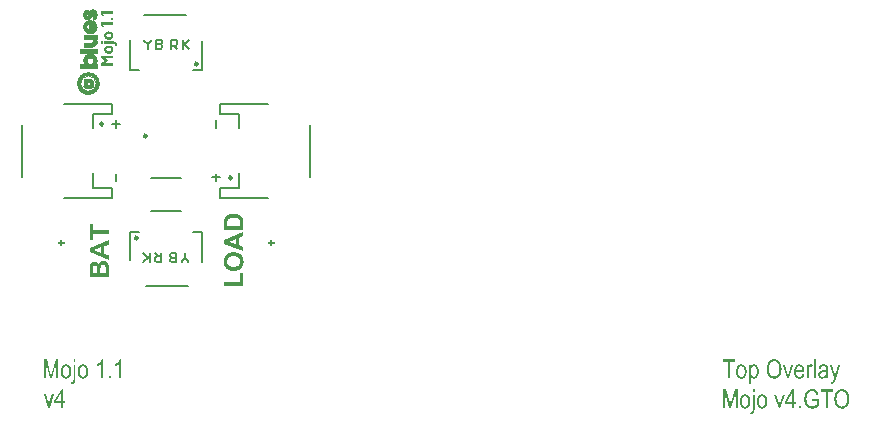
<source format=gto>
G04*
G04 #@! TF.GenerationSoftware,Altium Limited,Altium Designer,24.5.2 (23)*
G04*
G04 Layer_Color=65535*
%FSLAX25Y25*%
%MOIN*%
G70*
G04*
G04 #@! TF.SameCoordinates,14D8FD4F-CE48-4F7E-93F5-DD934605E96C*
G04*
G04*
G04 #@! TF.FilePolarity,Positive*
G04*
G01*
G75*
%ADD10C,0.00002*%
%ADD11C,0.00984*%
%ADD12C,0.00787*%
%ADD13C,0.00591*%
G36*
X25571Y97033D02*
X25596Y97033D01*
X25622Y97031D01*
X25648Y97030D01*
X25673Y97028D01*
X25699Y97026D01*
X25724Y97023D01*
X25736Y97021D01*
Y97021D01*
X25736Y97021D01*
X25758Y97018D01*
X25781Y97015D01*
X25804Y97011D01*
X25828Y97006D01*
X25851Y97001D01*
X25858Y97000D01*
X25864Y96998D01*
X25886Y96993D01*
X25908Y96987D01*
X25930Y96981D01*
X25951Y96974D01*
X25973Y96967D01*
X25995Y96960D01*
X26016Y96952D01*
X26037Y96943D01*
X26058Y96935D01*
X26079Y96926D01*
X26099Y96916D01*
X26120Y96906D01*
X26136Y96898D01*
X26136Y96898D01*
Y96898D01*
X26139Y96897D01*
X26147Y96892D01*
X26168Y96881D01*
X26189Y96869D01*
X26210Y96857D01*
X26231Y96845D01*
X26252Y96832D01*
X26272Y96818D01*
X26292Y96805D01*
X26312Y96791D01*
X26331Y96776D01*
X26350Y96762D01*
X26369Y96747D01*
X26388Y96731D01*
X26406Y96716D01*
X26425Y96700D01*
X26443Y96683D01*
X26460Y96667D01*
X26477Y96650D01*
X26494Y96632D01*
X26511Y96615D01*
X26527Y96597D01*
X26543Y96579D01*
X26559Y96560D01*
X26574Y96542D01*
X26585Y96529D01*
X26597Y96513D01*
X26612Y96492D01*
X26628Y96471D01*
X26643Y96449D01*
X26658Y96427D01*
X26673Y96405D01*
X26687Y96382D01*
X26701Y96360D01*
X26715Y96337D01*
X26728Y96314D01*
X26740Y96290D01*
X26753Y96267D01*
X26765Y96243D01*
X26776Y96219D01*
X26787Y96195D01*
X26798Y96171D01*
X26801Y96165D01*
Y96165D01*
X26801D01*
X26802Y96162D01*
X26806Y96153D01*
X26817Y96126D01*
X26828Y96099D01*
X26838Y96072D01*
X26848Y96045D01*
X26857Y96017D01*
X26866Y95990D01*
X26867Y95986D01*
X26868Y95984D01*
X26876Y95958D01*
X26884Y95929D01*
X26893Y95899D01*
X26900Y95870D01*
X26907Y95840D01*
X26914Y95811D01*
X26921Y95781D01*
X26926Y95751D01*
X26932Y95721D01*
X26937Y95691D01*
X26942Y95661D01*
X26946Y95631D01*
X26950Y95600D01*
X26953Y95570D01*
X26956Y95540D01*
X26956Y95538D01*
X26956Y95535D01*
X26956Y95532D01*
X26957Y95526D01*
X26960Y95493D01*
X26962Y95461D01*
X26963Y95429D01*
X26964Y95397D01*
X26965Y95364D01*
X26965Y95333D01*
X26965Y95331D01*
X26965Y95304D01*
X26964Y95273D01*
X26963Y95243D01*
X26962Y95213D01*
X26960Y95183D01*
X26957Y95152D01*
X26955Y95132D01*
X26955D01*
X26953Y95106D01*
X26949Y95073D01*
X26945Y95040D01*
X26941Y95007D01*
X26936Y94974D01*
X26935Y94974D01*
X26934Y94966D01*
X26928Y94931D01*
X26922Y94896D01*
X26916Y94866D01*
X26916D01*
X26916Y94863D01*
X26911Y94841D01*
X26905Y94811D01*
X26905Y94811D01*
X26900Y94788D01*
X26894Y94762D01*
X26887Y94737D01*
X26880Y94711D01*
X26873Y94686D01*
X26865Y94661D01*
X26856Y94636D01*
X26848Y94611D01*
X26839Y94586D01*
X26829Y94561D01*
X26819Y94537D01*
X26809Y94513D01*
X26798Y94489D01*
X26787Y94465D01*
X26776Y94441D01*
X26764Y94418D01*
X26752Y94394D01*
X26739Y94371D01*
X26726Y94348D01*
X26713Y94325D01*
X26699Y94303D01*
X26686Y94283D01*
X26684Y94280D01*
X26671Y94259D01*
X26657Y94238D01*
X26642Y94218D01*
X26627Y94198D01*
X26612Y94178D01*
X26597Y94159D01*
X26581Y94139D01*
X26565Y94120D01*
X26548Y94102D01*
X26532Y94083D01*
X26515Y94065D01*
X26497Y94047D01*
X26479Y94030D01*
X26461Y94013D01*
X26459Y94011D01*
X26457Y94009D01*
X26443Y93996D01*
X26423Y93978D01*
X26403Y93961D01*
X26382Y93944D01*
X26362Y93927D01*
X26340Y93911D01*
X26319Y93895D01*
X26313Y93891D01*
X26313Y93891D01*
X26311Y93889D01*
X26304Y93884D01*
X26281Y93868D01*
X26261Y93854D01*
X26261D01*
X26258Y93852D01*
X26242Y93841D01*
X26226Y93831D01*
X26209Y93822D01*
X26192Y93813D01*
X26175Y93804D01*
X26158Y93795D01*
X26143Y93788D01*
X26141Y93787D01*
X26140Y93787D01*
X26138Y93786D01*
X26118Y93777D01*
X26097Y93768D01*
X26076Y93759D01*
X26075Y93759D01*
X26072Y93758D01*
X26070Y93757D01*
X26055Y93751D01*
X26031Y93743D01*
X26006Y93734D01*
X26000Y93732D01*
X25997Y93731D01*
X25990Y93729D01*
X25963Y93720D01*
X25936Y93712D01*
X25923Y93708D01*
X25923Y93708D01*
X25896Y93701D01*
X25867Y93693D01*
X25846Y93688D01*
X25843Y93687D01*
X25840Y93687D01*
X25840Y93687D01*
X25830Y93684D01*
X25799Y93677D01*
X25768Y93671D01*
X25761Y93669D01*
X25735Y93664D01*
X25701Y93658D01*
X25668Y93652D01*
X25634Y93647D01*
X25600Y93642D01*
X25597Y93641D01*
X25594Y93641D01*
X25586Y93640D01*
X25551Y93635D01*
X25516Y93631D01*
X25514Y93631D01*
X25512Y93633D01*
Y94843D01*
X25527Y94846D01*
X25542Y94849D01*
X25558Y94853D01*
X25573Y94857D01*
X25576Y94857D01*
X25576Y94857D01*
X25594Y94862D01*
X25604Y94866D01*
X25606Y94866D01*
X25609Y94867D01*
X25624Y94872D01*
X25644Y94879D01*
X25663Y94886D01*
X25682Y94894D01*
X25700Y94902D01*
X25702Y94902D01*
X25704Y94904D01*
X25707Y94905D01*
X25719Y94910D01*
X25734Y94918D01*
X25736Y94919D01*
X25740Y94921D01*
X25754Y94928D01*
X25758Y94931D01*
X25761Y94932D01*
X25769Y94937D01*
X25780Y94944D01*
X25784Y94946D01*
Y94946D01*
X25785Y94947D01*
X25786Y94948D01*
X25793Y94953D01*
X25800Y94958D01*
X25801Y94959D01*
X25802Y94960D01*
X25802Y94960D01*
X25802D01*
X25802Y94960D01*
X25810Y94967D01*
X25821Y94977D01*
X25832Y94987D01*
X25842Y94998D01*
X25846Y95002D01*
X25846Y95002D01*
X25846Y95002D01*
Y95002D01*
X25846Y95002D01*
X25852Y95009D01*
X25861Y95019D01*
X25868Y95029D01*
X25869Y95030D01*
X25870Y95031D01*
X25870Y95031D01*
X25872Y95033D01*
X25880Y95044D01*
X25887Y95055D01*
X25891Y95061D01*
X25891D01*
X25896Y95068D01*
X25902Y95079D01*
X25907Y95090D01*
X25912Y95101D01*
X25916Y95108D01*
X25916Y95108D01*
X25916Y95108D01*
X25916Y95108D01*
X25922Y95124D01*
X25929Y95140D01*
X25933Y95152D01*
X25934Y95154D01*
X25934Y95157D01*
X25938Y95166D01*
X25942Y95181D01*
X25942Y95182D01*
X25943Y95184D01*
X25943Y95186D01*
X25944Y95187D01*
X25947Y95200D01*
X25950Y95213D01*
X25950D01*
X25953Y95224D01*
X25955Y95237D01*
X25955Y95241D01*
X25956Y95244D01*
X25956Y95248D01*
X25957Y95255D01*
X25957Y95255D01*
X25960Y95280D01*
Y95280D01*
X25961Y95292D01*
Y95292D01*
X25962Y95302D01*
Y95302D01*
X25963Y95312D01*
Y95312D01*
X25964Y95320D01*
Y95320D01*
X25964D01*
X25964Y95328D01*
Y95328D01*
Y95328D01*
X25964Y95335D01*
X25964Y95335D01*
X25965Y95338D01*
X25965Y95341D01*
X25965Y95341D01*
X25965Y95341D01*
X25965Y95343D01*
X25965Y95345D01*
Y95345D01*
Y95346D01*
X25965Y95348D01*
X25965Y95361D01*
X25964Y95377D01*
X25963Y95392D01*
X25961Y95408D01*
X25959Y95423D01*
X25957Y95439D01*
X25954Y95454D01*
X25951Y95469D01*
X25947Y95485D01*
X25943Y95500D01*
X25938Y95515D01*
X25934Y95529D01*
X25928Y95544D01*
X25922Y95559D01*
X25916Y95573D01*
X25910Y95587D01*
X25903Y95601D01*
X25895Y95615D01*
X25888Y95628D01*
X25879Y95641D01*
X25878Y95644D01*
X25872Y95653D01*
X25865Y95663D01*
X25858Y95673D01*
X25850Y95683D01*
X25842Y95692D01*
X25841Y95694D01*
X25841Y95694D01*
X25840Y95694D01*
X25839Y95696D01*
X25836Y95699D01*
X25829Y95707D01*
X25820Y95715D01*
X25820Y95715D01*
X25820Y95716D01*
X25818Y95717D01*
X25818Y95717D01*
Y95717D01*
X25812Y95723D01*
X25804Y95729D01*
X25796Y95735D01*
X25787Y95741D01*
X25778Y95747D01*
X25777Y95748D01*
X25775Y95749D01*
X25768Y95753D01*
X25758Y95758D01*
X25749Y95762D01*
X25739Y95766D01*
X25729Y95770D01*
X25719Y95773D01*
X25709Y95776D01*
X25699Y95778D01*
X25689Y95780D01*
X25678Y95782D01*
X25669Y95783D01*
Y95783D01*
X25666Y95783D01*
X25663Y95783D01*
X25651Y95784D01*
X25642Y95784D01*
X25640Y95784D01*
X25639D01*
X25625Y95784D01*
X25611Y95783D01*
X25598Y95782D01*
X25596Y95782D01*
X25593Y95782D01*
X25582Y95780D01*
X25571Y95779D01*
Y95779D01*
X25571Y95779D01*
X25567Y95778D01*
X25556Y95776D01*
X25545Y95773D01*
X25533Y95770D01*
X25530Y95769D01*
X25530Y95769D01*
X25530Y95769D01*
X25525Y95767D01*
X25515Y95764D01*
X25505Y95760D01*
X25495Y95755D01*
X25495Y95755D01*
X25492Y95754D01*
X25492D01*
X25492Y95754D01*
X25490Y95753D01*
X25489Y95753D01*
X25480Y95748D01*
X25471Y95743D01*
X25462Y95737D01*
X25453Y95732D01*
X25445Y95725D01*
X25443Y95723D01*
X25443Y95724D01*
Y95724D01*
X25443Y95723D01*
X25441Y95722D01*
X25433Y95715D01*
X25424Y95707D01*
X25415Y95698D01*
X25413Y95697D01*
X25413Y95697D01*
X25413D01*
X25411Y95695D01*
X25405Y95689D01*
X25398Y95681D01*
X25398D01*
X25398Y95681D01*
X25397Y95679D01*
X25396Y95679D01*
X25387Y95668D01*
X25385Y95666D01*
X25384Y95664D01*
X25384Y95664D01*
X25384Y95664D01*
X25384D01*
X25381Y95660D01*
X25371Y95648D01*
X25369Y95645D01*
X25369Y95645D01*
X25365Y95639D01*
X25357Y95627D01*
X25355Y95626D01*
X25355Y95625D01*
X25353Y95623D01*
X25350Y95618D01*
X25341Y95604D01*
X25341Y95604D01*
Y95604D01*
X25336Y95596D01*
X25327Y95581D01*
X25325Y95578D01*
X25322Y95574D01*
X25313Y95557D01*
X25313D01*
X25303Y95538D01*
X25300Y95533D01*
X25299Y95531D01*
X25299Y95531D01*
X25299Y95531D01*
X25298Y95528D01*
X25292Y95516D01*
X25280Y95492D01*
X25272Y95475D01*
X25272Y95475D01*
X25258Y95445D01*
X25258Y95445D01*
Y95445D01*
X25244Y95412D01*
Y95412D01*
X25244D01*
X25229Y95379D01*
X25229D01*
Y95379D01*
X25215Y95344D01*
X25215Y95344D01*
X25201Y95307D01*
X25201Y95307D01*
X25186Y95269D01*
Y95269D01*
X25171Y95229D01*
Y95229D01*
X25156Y95188D01*
X25124Y95100D01*
X25107Y95053D01*
X25090Y95004D01*
X25071Y94954D01*
X25052Y94902D01*
X25032Y94848D01*
X24990Y94734D01*
X24968Y94678D01*
X24967Y94675D01*
Y94675D01*
X24967Y94675D01*
X24958Y94647D01*
X24947Y94617D01*
X24936Y94586D01*
X24924Y94555D01*
X24912Y94525D01*
X24900Y94495D01*
X24887Y94465D01*
X24874Y94436D01*
X24860Y94406D01*
X24858Y94401D01*
X24858Y94401D01*
X24851Y94388D01*
X24837Y94360D01*
X24823Y94331D01*
X24808Y94303D01*
X24803Y94293D01*
X24802Y94291D01*
X24800Y94288D01*
X24794Y94276D01*
X24781Y94254D01*
X24769Y94233D01*
X24756Y94211D01*
X24742Y94190D01*
X24728Y94169D01*
X24714Y94149D01*
X24699Y94128D01*
X24694Y94121D01*
Y94121D01*
X24691Y94116D01*
X24676Y94098D01*
X24662Y94079D01*
X24647Y94060D01*
X24631Y94042D01*
X24616Y94024D01*
X24600Y94007D01*
X24583Y93990D01*
X24570Y93976D01*
X24568Y93974D01*
X24568Y93974D01*
X24566Y93972D01*
X24551Y93958D01*
X24536Y93943D01*
X24520Y93929D01*
X24504Y93915D01*
X24488Y93902D01*
X24472Y93888D01*
X24455Y93876D01*
X24438Y93863D01*
X24420Y93851D01*
X24403Y93839D01*
X24385Y93828D01*
X24367Y93817D01*
X24349Y93806D01*
X24331Y93795D01*
X24312Y93785D01*
X24293Y93776D01*
X24274Y93766D01*
X24259Y93760D01*
X24259Y93760D01*
X24259Y93760D01*
X24259Y93759D01*
X24241Y93752D01*
X24224Y93744D01*
X24206Y93737D01*
X24188Y93731D01*
X24170Y93725D01*
X24151Y93719D01*
X24133Y93714D01*
X24114Y93709D01*
X24095Y93704D01*
X24077Y93700D01*
X24058Y93696D01*
X24041Y93694D01*
X24038Y93693D01*
X24024Y93691D01*
X24004Y93688D01*
X23983Y93686D01*
X23963Y93684D01*
X23942Y93683D01*
X23922Y93682D01*
X23917Y93681D01*
X23914Y93681D01*
X23898Y93681D01*
X23878Y93681D01*
X23875D01*
X23872Y93681D01*
X23848Y93681D01*
X23823Y93681D01*
X23799Y93682D01*
X23775Y93684D01*
X23751Y93686D01*
X23727Y93688D01*
X23703Y93691D01*
X23679Y93695D01*
X23655Y93698D01*
X23637Y93702D01*
X23637Y93702D01*
X23623Y93704D01*
X23601Y93709D01*
X23579Y93714D01*
X23557Y93719D01*
X23535Y93725D01*
X23514Y93731D01*
X23492Y93737D01*
X23471Y93744D01*
X23450Y93752D01*
X23429Y93760D01*
X23408Y93768D01*
X23387Y93776D01*
X23367Y93785D01*
X23346Y93795D01*
X23326Y93804D01*
X23313Y93811D01*
X23310Y93812D01*
X23298Y93818D01*
X23277Y93830D01*
X23256Y93842D01*
X23235Y93854D01*
X23214Y93866D01*
X23194Y93879D01*
X23173Y93893D01*
X23153Y93906D01*
X23134Y93920D01*
X23114Y93935D01*
X23095Y93949D01*
X23076Y93964D01*
X23057Y93980D01*
X23039Y93995D01*
X23021Y94011D01*
X23003Y94028D01*
X22985Y94044D01*
X22968Y94061D01*
X22951Y94078D01*
X22934Y94096D01*
X22918Y94114D01*
X22902Y94132D01*
X22886Y94151D01*
X22873Y94166D01*
Y94166D01*
X22872Y94169D01*
X22861Y94182D01*
X22845Y94202D01*
X22829Y94223D01*
X22814Y94244D01*
X22799Y94266D01*
X22784Y94287D01*
X22770Y94309D01*
X22756Y94331D01*
X22743Y94354D01*
X22730Y94376D01*
X22717Y94399D01*
X22705Y94422D01*
X22693Y94445D01*
X22681Y94469D01*
X22670Y94492D01*
X22662Y94510D01*
X22661Y94513D01*
X22660Y94515D01*
X22650Y94536D01*
X22639Y94562D01*
X22629Y94588D01*
X22618Y94615D01*
X22609Y94641D01*
X22599Y94668D01*
X22594Y94683D01*
X22594Y94683D01*
X22593Y94687D01*
X22584Y94715D01*
X22576Y94743D01*
X22568Y94771D01*
X22560Y94799D01*
X22553Y94827D01*
X22546Y94855D01*
X22540Y94884D01*
X22534Y94912D01*
X22528Y94941D01*
X22523Y94969D01*
X22519Y94998D01*
X22514Y95027D01*
X22511Y95056D01*
X22508Y95085D01*
X22505Y95114D01*
X22502Y95143D01*
X22500Y95172D01*
X22499Y95201D01*
X22498Y95230D01*
X22498Y95236D01*
X22497Y95239D01*
X22497Y95270D01*
X22497Y95298D01*
Y95300D01*
X22497Y95325D01*
X22497Y95354D01*
X22499Y95381D01*
X22500Y95409D01*
X22501Y95425D01*
X22501Y95428D01*
X22501Y95431D01*
X22503Y95454D01*
X22506Y95485D01*
X22509Y95516D01*
X22510Y95519D01*
X22511Y95526D01*
X22515Y95560D01*
X22519Y95593D01*
X22523Y95615D01*
X22523D01*
X22523Y95617D01*
X22525Y95630D01*
X22531Y95667D01*
X22537Y95703D01*
X22539Y95715D01*
X22539Y95715D01*
X22549Y95768D01*
Y95768D01*
X22550Y95769D01*
X22555Y95795D01*
X22561Y95820D01*
X22567Y95846D01*
X22574Y95871D01*
X22581Y95896D01*
X22589Y95921D01*
X22596Y95946D01*
X22605Y95970D01*
X22614Y95995D01*
X22623Y96019D01*
X22632Y96044D01*
X22642Y96068D01*
X22653Y96092D01*
X22663Y96115D01*
X22674Y96139D01*
X22686Y96162D01*
X22698Y96185D01*
X22710Y96208D01*
X22723Y96231D01*
X22736Y96254D01*
X22744Y96266D01*
X22745Y96269D01*
X22747Y96271D01*
X22756Y96286D01*
X22769Y96306D01*
X22782Y96326D01*
X22796Y96346D01*
X22810Y96365D01*
X22824Y96385D01*
X22839Y96403D01*
X22854Y96422D01*
X22870Y96440D01*
X22885Y96458D01*
X22902Y96476D01*
X22915Y96490D01*
X22917Y96492D01*
X22921Y96497D01*
X22939Y96515D01*
X22957Y96532D01*
X22975Y96550D01*
X22994Y96567D01*
X23013Y96583D01*
X23032Y96600D01*
X23046Y96612D01*
X23049Y96614D01*
X23068Y96630D01*
X23090Y96647D01*
X23112Y96663D01*
X23134Y96679D01*
X23144Y96687D01*
Y96687D01*
X23155Y96694D01*
X23173Y96706D01*
X23190Y96717D01*
X23209Y96728D01*
X23227Y96739D01*
X23245Y96749D01*
X23264Y96759D01*
X23283Y96769D01*
X23302Y96778D01*
X23310Y96781D01*
X23312Y96782D01*
Y96782D01*
X23327Y96789D01*
X23348Y96798D01*
X23370Y96807D01*
X23391Y96815D01*
X23413Y96823D01*
X23435Y96830D01*
X23440Y96832D01*
X23440Y96832D01*
X23449Y96834D01*
X23473Y96842D01*
X23497Y96849D01*
X23521Y96855D01*
X23546Y96862D01*
X23570Y96867D01*
X23581Y96870D01*
X23599Y96874D01*
X23627Y96879D01*
X23654Y96884D01*
X23682Y96889D01*
X23710Y96893D01*
X23731Y96896D01*
X23734Y96896D01*
X23736Y96896D01*
X23761Y96899D01*
X23791Y96903D01*
X23812Y96905D01*
X23814Y96903D01*
Y95679D01*
X23805Y95679D01*
X23804Y95679D01*
X23801Y95678D01*
X23801Y95678D01*
X23801Y95678D01*
Y95678D01*
X23798Y95678D01*
X23794Y95678D01*
X23794Y95678D01*
X23794Y95678D01*
X23794D01*
X23789Y95677D01*
X23786Y95677D01*
Y95677D01*
X23786Y95677D01*
X23780Y95676D01*
X23779Y95676D01*
X23777Y95676D01*
Y95676D01*
X23768Y95675D01*
X23768Y95675D01*
X23768D01*
X23759Y95673D01*
X23759D01*
X23749Y95672D01*
X23749D01*
X23739Y95670D01*
X23739D01*
X23728Y95667D01*
X23726Y95667D01*
X23725Y95667D01*
X23716Y95665D01*
X23706Y95662D01*
X23696Y95659D01*
X23687Y95656D01*
X23677Y95652D01*
X23668Y95647D01*
X23659Y95643D01*
X23650Y95638D01*
X23641Y95632D01*
X23641Y95632D01*
X23637Y95630D01*
X23628Y95623D01*
X23624Y95620D01*
X23621Y95618D01*
X23619Y95617D01*
X23615Y95613D01*
X23608Y95607D01*
X23601Y95600D01*
X23595Y95594D01*
X23594Y95593D01*
X23593Y95592D01*
X23591Y95590D01*
X23588Y95586D01*
X23581Y95577D01*
X23575Y95570D01*
X23575D01*
X23569Y95561D01*
X23567Y95558D01*
X23564Y95554D01*
X23558Y95545D01*
X23558D01*
X23552Y95535D01*
X23551Y95533D01*
X23550Y95531D01*
X23549Y95529D01*
X23543Y95519D01*
X23543Y95519D01*
X23542Y95516D01*
X23541Y95514D01*
X23539Y95511D01*
X23536Y95503D01*
X23535Y95501D01*
Y95501D01*
X23533Y95498D01*
X23531Y95493D01*
X23527Y95482D01*
X23523Y95472D01*
X23522Y95469D01*
X23521Y95467D01*
X23521Y95467D01*
X23521Y95467D01*
X23520Y95464D01*
X23519Y95462D01*
X23516Y95451D01*
X23516Y95450D01*
X23515Y95448D01*
X23515Y95446D01*
X23511Y95433D01*
X23510Y95428D01*
X23510D01*
X23510Y95425D01*
X23507Y95411D01*
X23507Y95410D01*
X23506Y95407D01*
X23506Y95404D01*
X23503Y95389D01*
X23503Y95388D01*
X23503Y95385D01*
X23503Y95384D01*
X23502Y95382D01*
X23501Y95368D01*
X23500Y95362D01*
X23500Y95362D01*
X23500D01*
X23499Y95347D01*
X23498Y95340D01*
X23498Y95338D01*
X23498Y95338D01*
X23498Y95338D01*
X23498Y95335D01*
X23498Y95326D01*
X23497Y95312D01*
X23497Y95312D01*
X23497Y95312D01*
X23497Y95306D01*
X23497Y95288D01*
X23497Y95286D01*
X23497Y95286D01*
X23497Y95284D01*
X23497Y95267D01*
X23497Y95250D01*
X23499Y95234D01*
X23500Y95217D01*
X23500Y95214D01*
X23501Y95212D01*
X23501Y95212D01*
X23501Y95212D01*
Y95212D01*
X23501Y95210D01*
X23501Y95210D01*
X23501Y95209D01*
X23503Y95195D01*
X23505Y95181D01*
X23505Y95181D01*
X23505Y95178D01*
X23506Y95176D01*
X23506Y95175D01*
X23509Y95162D01*
X23512Y95150D01*
X23512Y95149D01*
X23512Y95147D01*
X23513Y95144D01*
X23514Y95141D01*
X23517Y95130D01*
X23521Y95118D01*
X23521D01*
X23525Y95109D01*
X23529Y95099D01*
X23531Y95095D01*
X23532Y95092D01*
X23536Y95084D01*
X23541Y95074D01*
X23545Y95068D01*
X23545D01*
X23548Y95062D01*
X23554Y95054D01*
X23560Y95046D01*
X23566Y95038D01*
X23572Y95031D01*
X23576Y95027D01*
X23576Y95027D01*
X23576Y95027D01*
X23576Y95027D01*
X23579Y95024D01*
X23585Y95018D01*
X23592Y95012D01*
X23593Y95011D01*
X23595Y95010D01*
X23595Y95010D01*
X23595Y95010D01*
X23597Y95008D01*
X23600Y95005D01*
X23613Y94996D01*
X23625Y94987D01*
X23631Y94982D01*
X23634Y94981D01*
X23636Y94979D01*
X23642Y94976D01*
X23653Y94969D01*
X23655Y94968D01*
X23660Y94965D01*
X23669Y94960D01*
X23671Y94959D01*
X23671Y94959D01*
X23671Y94959D01*
X23671D01*
X23674Y94958D01*
X23679Y94955D01*
X23687Y94951D01*
X23690Y94950D01*
X23692Y94949D01*
X23695Y94948D01*
X23705Y94944D01*
X23705Y94944D01*
X23708Y94943D01*
X23708Y94943D01*
X23708Y94943D01*
X23708D01*
X23710Y94942D01*
X23720Y94939D01*
X23725Y94937D01*
X23725Y94937D01*
X23725Y94937D01*
X23726Y94937D01*
X23728Y94937D01*
X23735Y94935D01*
X23743Y94933D01*
Y94933D01*
X23751Y94932D01*
X23760Y94931D01*
X23768Y94930D01*
X23777Y94930D01*
X23779Y94930D01*
X23780D01*
X23790Y94930D01*
X23800Y94931D01*
X23811Y94932D01*
X23821Y94933D01*
X23831Y94935D01*
X23841Y94937D01*
X23852Y94940D01*
X23861Y94943D01*
X23871Y94946D01*
X23881Y94950D01*
X23890Y94955D01*
X23900Y94959D01*
X23909Y94964D01*
X23918Y94969D01*
X23927Y94975D01*
X23935Y94981D01*
X23944Y94987D01*
X23952Y94994D01*
X23958Y94999D01*
X23959Y95000D01*
X23960Y95001D01*
X23962Y95003D01*
X23964Y95004D01*
X23972Y95013D01*
X23981Y95022D01*
X23983Y95025D01*
X23983Y95025D01*
X23984Y95025D01*
X23985Y95026D01*
X23985Y95027D01*
X23986Y95027D01*
X23987Y95029D01*
X23988Y95030D01*
X23997Y95040D01*
X24005Y95050D01*
X24009Y95056D01*
X24009Y95056D01*
X24009Y95056D01*
X24010Y95057D01*
X24011Y95058D01*
X24018Y95069D01*
X24026Y95081D01*
X24030Y95087D01*
X24032Y95089D01*
X24032Y95090D01*
X24033Y95092D01*
X24035Y95095D01*
X24043Y95108D01*
X24051Y95122D01*
X24052Y95124D01*
X24053Y95127D01*
X24055Y95130D01*
X24069Y95157D01*
X24082Y95186D01*
X24096Y95214D01*
X24109Y95243D01*
X24122Y95271D01*
X24130Y95292D01*
X24130Y95292D01*
X24141Y95319D01*
X24154Y95351D01*
X24167Y95383D01*
X24178Y95415D01*
X24182Y95425D01*
X24183Y95427D01*
X24183Y95427D01*
X24193Y95455D01*
X24204Y95490D01*
X24216Y95525D01*
X24227Y95560D01*
X24230Y95569D01*
X24230Y95572D01*
X24230Y95572D01*
X24230Y95572D01*
X24231Y95574D01*
X24243Y95614D01*
X24265Y95691D01*
X24288Y95768D01*
X24311Y95845D01*
X24335Y95921D01*
X24360Y95998D01*
X24384Y96074D01*
X24393Y96099D01*
X24398Y96117D01*
X24408Y96145D01*
X24418Y96173D01*
X24429Y96201D01*
X24440Y96229D01*
X24451Y96257D01*
X24463Y96284D01*
X24471Y96301D01*
X24471D01*
Y96301D01*
X24472Y96304D01*
X24482Y96326D01*
X24494Y96351D01*
X24507Y96376D01*
X24520Y96401D01*
X24533Y96425D01*
X24546Y96450D01*
X24561Y96474D01*
X24567Y96485D01*
X24567Y96485D01*
X24579Y96505D01*
X24594Y96528D01*
X24609Y96550D01*
X24622Y96570D01*
X24622Y96570D01*
X24626Y96576D01*
X24639Y96594D01*
X24652Y96611D01*
X24666Y96629D01*
X24679Y96646D01*
X24694Y96663D01*
X24708Y96680D01*
X24723Y96696D01*
X24738Y96712D01*
X24754Y96728D01*
X24769Y96744D01*
X24786Y96759D01*
X24802Y96774D01*
X24819Y96788D01*
X24836Y96803D01*
X24853Y96816D01*
X24870Y96830D01*
X24888Y96843D01*
X24906Y96856D01*
X24925Y96868D01*
X24943Y96881D01*
X24962Y96892D01*
X24981Y96904D01*
X24984Y96905D01*
X24984Y96905D01*
X24997Y96913D01*
X25013Y96922D01*
X25030Y96930D01*
X25047Y96939D01*
X25064Y96947D01*
X25082Y96954D01*
X25099Y96961D01*
X25117Y96968D01*
X25126Y96971D01*
X25128Y96972D01*
X25143Y96977D01*
X25163Y96983D01*
X25183Y96989D01*
X25203Y96994D01*
X25223Y96999D01*
X25232Y97001D01*
Y97001D01*
X25248Y97005D01*
X25270Y97009D01*
X25293Y97014D01*
X25315Y97017D01*
X25338Y97021D01*
X25349Y97022D01*
X25349Y97022D01*
X25349D01*
X25352Y97022D01*
X25378Y97025D01*
X25403Y97028D01*
X25428Y97030D01*
X25453Y97031D01*
X25475Y97032D01*
X25475Y97032D01*
X25486Y97033D01*
X25513Y97033D01*
X25538Y97034D01*
X25541Y97034D01*
X25545Y97034D01*
X25571Y97033D01*
D02*
G37*
G36*
X32293Y96525D02*
X32307Y96521D01*
X32325Y96507D01*
X32329Y96503D01*
X32333Y96496D01*
X32340Y96478D01*
X32344Y96459D01*
Y95782D01*
X32340Y95768D01*
X32336Y95753D01*
X32325Y95735D01*
X32322Y95731D01*
X32311Y95728D01*
X32296Y95720D01*
X32274Y95717D01*
X29111D01*
X29108D01*
X29104D01*
X29097Y95710D01*
X29089Y95702D01*
X29086D01*
X29082Y95695D01*
X29079Y95688D01*
X29082Y95680D01*
X29239Y95109D01*
X29242Y95087D01*
Y95080D01*
X29235Y95062D01*
X29228Y95051D01*
X29217Y95040D01*
X29202Y95036D01*
X29180Y95033D01*
X28682Y95018D01*
X28678D01*
X28671D01*
X28649Y95025D01*
X28624Y95040D01*
X28613Y95051D01*
X28602Y95069D01*
X28318Y95677D01*
X28314Y95680D01*
X28310Y95699D01*
X28307Y95724D01*
X28303Y95761D01*
Y96463D01*
X28307Y96478D01*
X28310Y96492D01*
X28325Y96507D01*
X28329Y96510D01*
X28336Y96518D01*
X28354Y96525D01*
X28372Y96529D01*
X32274D01*
X32278D01*
X32293Y96525D01*
D02*
G37*
G36*
X31943Y94454D02*
X31980Y94450D01*
X32023Y94443D01*
X32078Y94425D01*
X32133Y94403D01*
X32187Y94370D01*
X32238Y94326D01*
X32242Y94319D01*
X32256Y94305D01*
X32278Y94275D01*
X32300Y94235D01*
X32325Y94188D01*
X32344Y94134D01*
X32358Y94068D01*
X32366Y93999D01*
Y93981D01*
X32362Y93966D01*
X32358Y93930D01*
X32351Y93886D01*
X32333Y93831D01*
X32311Y93777D01*
X32282Y93722D01*
X32238Y93671D01*
X32231Y93668D01*
X32213Y93653D01*
X32187Y93631D01*
X32147Y93609D01*
X32100Y93584D01*
X32045Y93566D01*
X31980Y93551D01*
X31910Y93544D01*
X31907D01*
X31903D01*
X31892D01*
X31878Y93547D01*
X31841Y93551D01*
X31794Y93558D01*
X31743Y93577D01*
X31688Y93598D01*
X31634Y93628D01*
X31583Y93671D01*
X31576Y93678D01*
X31561Y93693D01*
X31543Y93722D01*
X31517Y93759D01*
X31495Y93806D01*
X31474Y93864D01*
X31459Y93926D01*
X31455Y93999D01*
Y94017D01*
X31459Y94032D01*
X31463Y94072D01*
X31470Y94115D01*
X31488Y94170D01*
X31510Y94225D01*
X31539Y94279D01*
X31583Y94330D01*
X31590Y94337D01*
X31605Y94352D01*
X31634Y94370D01*
X31670Y94396D01*
X31718Y94417D01*
X31776Y94439D01*
X31838Y94454D01*
X31910Y94457D01*
X31914D01*
X31918D01*
X31929D01*
X31943Y94454D01*
D02*
G37*
G36*
X32293Y92921D02*
X32307Y92918D01*
X32325Y92903D01*
X32329Y92900D01*
X32333Y92892D01*
X32340Y92874D01*
X32344Y92856D01*
Y92179D01*
X32340Y92164D01*
X32336Y92150D01*
X32325Y92132D01*
X32322Y92128D01*
X32311Y92124D01*
X32296Y92117D01*
X32274Y92113D01*
X29111D01*
X29108D01*
X29104D01*
X29097Y92106D01*
X29089Y92099D01*
X29086D01*
X29082Y92091D01*
X29079Y92084D01*
X29082Y92077D01*
X29239Y91505D01*
X29242Y91484D01*
Y91476D01*
X29235Y91458D01*
X29228Y91447D01*
X29217Y91436D01*
X29202Y91433D01*
X29180Y91429D01*
X28682Y91414D01*
X28678D01*
X28671D01*
X28649Y91422D01*
X28624Y91436D01*
X28613Y91447D01*
X28602Y91465D01*
X28318Y92073D01*
X28314Y92077D01*
X28310Y92095D01*
X28307Y92121D01*
X28303Y92157D01*
Y92860D01*
X28307Y92874D01*
X28310Y92889D01*
X28325Y92903D01*
X28329Y92907D01*
X28336Y92914D01*
X28354Y92921D01*
X28372Y92925D01*
X32274D01*
X32278D01*
X32293Y92921D01*
D02*
G37*
G36*
X24779Y93436D02*
X24780Y93436D01*
X24828Y93436D01*
X24851Y93435D01*
X24872Y93435D01*
X24892Y93434D01*
X24910Y93433D01*
X24928Y93432D01*
X24944Y93431D01*
X24958Y93430D01*
X24958Y93430D01*
X24963Y93429D01*
X24972Y93428D01*
X24974Y93428D01*
X24998Y93425D01*
X25011Y93423D01*
X25011Y93423D01*
X25039Y93419D01*
X25039Y93419D01*
Y93419D01*
X25048Y93417D01*
X25077Y93412D01*
X25082Y93411D01*
X25082Y93411D01*
X25110Y93406D01*
Y90272D01*
Y90270D01*
X25110Y90270D01*
X25110D01*
X25111Y90270D01*
X25111Y90269D01*
X25111Y90269D01*
X25111Y90269D01*
X25113Y90270D01*
X25119Y90271D01*
X25140Y90274D01*
X25161Y90278D01*
X25182Y90283D01*
X25203Y90288D01*
X25223Y90293D01*
X25244Y90298D01*
X25264Y90305D01*
X25284Y90311D01*
X25304Y90318D01*
X25320Y90324D01*
X25323Y90325D01*
X25323Y90325D01*
X25323D01*
X25325Y90326D01*
X25337Y90330D01*
X25355Y90338D01*
X25373Y90346D01*
X25391Y90354D01*
X25409Y90363D01*
X25426Y90372D01*
X25444Y90382D01*
X25447Y90383D01*
X25449Y90385D01*
X25454Y90387D01*
X25470Y90397D01*
X25486Y90408D01*
X25502Y90418D01*
X25517Y90429D01*
X25533Y90440D01*
X25548Y90452D01*
X25563Y90464D01*
X25577Y90476D01*
X25591Y90489D01*
X25605Y90502D01*
X25619Y90515D01*
X25632Y90529D01*
X25645Y90543D01*
X25658Y90557D01*
X25670Y90572D01*
X25682Y90586D01*
X25694Y90601D01*
X25697Y90605D01*
Y90605D01*
X25701Y90611D01*
X25713Y90627D01*
X25725Y90645D01*
X25737Y90662D01*
X25748Y90680D01*
X25759Y90698D01*
X25769Y90716D01*
X25780Y90734D01*
X25789Y90753D01*
X25799Y90772D01*
X25808Y90790D01*
X25816Y90810D01*
X25825Y90829D01*
X25832Y90848D01*
X25840Y90868D01*
X25847Y90888D01*
X25853Y90908D01*
X25860Y90928D01*
X25865Y90948D01*
X25871Y90968D01*
X25876Y90988D01*
X25880Y91009D01*
X25884Y91030D01*
X25888Y91050D01*
X25891Y91071D01*
X25894Y91092D01*
X25896Y91106D01*
X25896Y91106D01*
X25896Y91111D01*
X25899Y91134D01*
X25901Y91157D01*
X25902Y91180D01*
X25903Y91203D01*
X25904Y91226D01*
X25904Y91248D01*
X25904Y91249D01*
X25904Y91250D01*
X25904D01*
X25904Y91253D01*
X25904Y91276D01*
X25903Y91300D01*
X25902Y91323D01*
X25901Y91347D01*
X25899Y91361D01*
X25899Y91361D01*
X25899Y91361D01*
X25898Y91378D01*
X25896Y91399D01*
X25894Y91410D01*
X25894Y91412D01*
Y91412D01*
X25894Y91412D01*
X25892Y91427D01*
X25888Y91448D01*
X25886Y91462D01*
X25883Y91476D01*
X25879Y91495D01*
X25876Y91509D01*
X25876Y91509D01*
X25872Y91525D01*
X25867Y91543D01*
X25863Y91554D01*
X25863Y91554D01*
X25863Y91554D01*
X25862Y91557D01*
X25857Y91574D01*
X25851Y91590D01*
X25845Y91606D01*
X25839Y91622D01*
X25832Y91637D01*
X25831Y91638D01*
X25830Y91640D01*
X25824Y91653D01*
X25817Y91667D01*
X25809Y91680D01*
X25802Y91694D01*
X25793Y91707D01*
X25791Y91711D01*
X25791Y91711D01*
X25790Y91712D01*
X25789Y91713D01*
X25777Y91732D01*
X25764Y91751D01*
X25750Y91769D01*
X25737Y91787D01*
X25723Y91805D01*
X25708Y91823D01*
X25693Y91841D01*
X25678Y91858D01*
X25663Y91875D01*
X25647Y91892D01*
X25631Y91908D01*
X25614Y91924D01*
X25598Y91940D01*
X25581Y91956D01*
X25563Y91971D01*
X25546Y91986D01*
X25528Y92000D01*
X25512Y92013D01*
Y93290D01*
X25514Y93291D01*
X25537Y93281D01*
X25570Y93267D01*
X25602Y93252D01*
X25634Y93237D01*
X25666Y93221D01*
X25698Y93205D01*
X25729Y93189D01*
X25760Y93172D01*
X25780Y93161D01*
X25780Y93161D01*
X25806Y93147D01*
X25835Y93130D01*
X25864Y93113D01*
X25892Y93095D01*
X25920Y93077D01*
X25948Y93059D01*
X25964Y93049D01*
Y93049D01*
X25964Y93049D01*
X25989Y93032D01*
X26014Y93014D01*
X26040Y92995D01*
X26065Y92976D01*
X26091Y92957D01*
X26116Y92937D01*
X26132Y92924D01*
X26134Y92922D01*
X26149Y92910D01*
X26174Y92889D01*
X26199Y92867D01*
X26224Y92845D01*
X26248Y92823D01*
X26272Y92801D01*
X26295Y92778D01*
X26319Y92755D01*
X26342Y92732D01*
X26364Y92708D01*
X26378Y92694D01*
X26390Y92681D01*
X26410Y92658D01*
X26431Y92635D01*
X26451Y92611D01*
X26471Y92588D01*
X26490Y92563D01*
X26509Y92539D01*
X26528Y92514D01*
X26547Y92489D01*
X26565Y92464D01*
X26580Y92441D01*
X26583Y92439D01*
X26600Y92414D01*
X26616Y92390D01*
X26633Y92365D01*
X26649Y92340D01*
X26664Y92315D01*
X26680Y92290D01*
X26694Y92264D01*
X26709Y92238D01*
X26723Y92212D01*
X26737Y92186D01*
X26750Y92159D01*
X26763Y92133D01*
X26776Y92106D01*
X26788Y92079D01*
X26799Y92052D01*
X26811Y92024D01*
X26822Y91997D01*
X26832Y91969D01*
X26842Y91941D01*
X26852Y91913D01*
X26861Y91885D01*
X26870Y91857D01*
X26879Y91829D01*
X26887Y91800D01*
X26894Y91771D01*
X26901Y91743D01*
X26908Y91714D01*
X26915Y91685D01*
X26920Y91656D01*
X26926Y91627D01*
X26931Y91597D01*
X26935Y91568D01*
X26940Y91539D01*
X26943Y91509D01*
X26947Y91480D01*
X26950Y91451D01*
X26952Y91421D01*
X26954Y91391D01*
X26955Y91362D01*
X26956Y91332D01*
X26957Y91303D01*
X26957Y91273D01*
X26957Y91253D01*
X26957Y91251D01*
Y91251D01*
X26957Y91248D01*
X26957Y91244D01*
X26957Y91213D01*
X26956Y91182D01*
X26955Y91151D01*
X26954Y91120D01*
X26952Y91089D01*
X26949Y91058D01*
X26947Y91027D01*
X26943Y90996D01*
X26940Y90965D01*
X26935Y90934D01*
X26931Y90903D01*
X26926Y90873D01*
X26921Y90842D01*
X26915Y90811D01*
X26908Y90781D01*
X26902Y90751D01*
X26896Y90727D01*
X26896D01*
X26891Y90707D01*
X26884Y90677D01*
X26875Y90648D01*
X26867Y90619D01*
X26858Y90589D01*
X26848Y90560D01*
X26838Y90531D01*
X26828Y90502D01*
X26818Y90474D01*
X26807Y90445D01*
X26795Y90417D01*
X26789Y90402D01*
X26788Y90399D01*
X26787Y90397D01*
X26781Y90382D01*
X26768Y90354D01*
X26755Y90325D01*
X26741Y90297D01*
X26728Y90269D01*
X26713Y90241D01*
X26699Y90213D01*
X26684Y90185D01*
X26669Y90158D01*
X26653Y90131D01*
X26637Y90104D01*
X26620Y90077D01*
X26603Y90051D01*
X26586Y90025D01*
X26568Y89999D01*
X26550Y89973D01*
X26532Y89947D01*
X26513Y89922D01*
X26494Y89897D01*
X26475Y89872D01*
X26455Y89848D01*
X26435Y89824D01*
X26415Y89800D01*
X26394Y89777D01*
X26373Y89753D01*
X26351Y89730D01*
X26330Y89708D01*
X26308Y89686D01*
X26285Y89663D01*
X26263Y89641D01*
X26239Y89620D01*
X26216Y89599D01*
X26192Y89578D01*
X26168Y89557D01*
X26144Y89537D01*
X26120Y89517D01*
X26095Y89498D01*
X26070Y89479D01*
X26044Y89460D01*
X26019Y89441D01*
X25993Y89423D01*
X25967Y89406D01*
X25940Y89388D01*
X25914Y89371D01*
X25887Y89355D01*
X25860Y89338D01*
X25832Y89323D01*
X25805Y89307D01*
X25777Y89292D01*
X25749Y89277D01*
X25721Y89263D01*
X25692Y89249D01*
X25664Y89236D01*
X25635Y89222D01*
X25612Y89212D01*
X25612Y89212D01*
X25602Y89208D01*
X25574Y89196D01*
X25546Y89185D01*
X25518Y89174D01*
X25489Y89163D01*
X25460Y89153D01*
X25431Y89143D01*
X25402Y89134D01*
X25373Y89125D01*
X25344Y89116D01*
X25315Y89108D01*
X25285Y89100D01*
X25255Y89093D01*
X25226Y89086D01*
X25196Y89080D01*
X25166Y89074D01*
X25136Y89068D01*
X25106Y89063D01*
X25076Y89059D01*
X25045Y89054D01*
X25015Y89051D01*
X24985Y89047D01*
X24954Y89044D01*
X24929Y89042D01*
X24926Y89042D01*
X24903Y89040D01*
X24871Y89038D01*
X24839Y89037D01*
X24807Y89036D01*
X24775Y89035D01*
X24745Y89035D01*
X24742Y89035D01*
X24738Y89035D01*
X24706Y89035D01*
X24675Y89036D01*
X24643Y89037D01*
X24611Y89039D01*
X24580Y89041D01*
X24548Y89043D01*
X24517Y89046D01*
X24485Y89049D01*
X24454Y89053D01*
X24422Y89057D01*
X24391Y89062D01*
X24360Y89067D01*
X24329Y89073D01*
X24297Y89078D01*
X24266Y89085D01*
X24235Y89092D01*
X24205Y89099D01*
X24174Y89107D01*
X24143Y89115D01*
X24113Y89123D01*
X24082Y89132D01*
X24052Y89142D01*
X24022Y89152D01*
X23992Y89162D01*
X23962Y89173D01*
X23932Y89184D01*
X23903Y89195D01*
X23898Y89197D01*
Y89197D01*
X23889Y89201D01*
X23860Y89212D01*
X23832Y89224D01*
X23803Y89237D01*
X23775Y89250D01*
X23747Y89263D01*
X23719Y89277D01*
X23691Y89291D01*
X23664Y89305D01*
X23636Y89320D01*
X23609Y89335D01*
X23582Y89351D01*
X23556Y89367D01*
X23529Y89383D01*
X23503Y89400D01*
X23477Y89417D01*
X23451Y89435D01*
X23426Y89452D01*
X23401Y89471D01*
X23376Y89489D01*
X23351Y89508D01*
X23326Y89527D01*
X23302Y89547D01*
X23278Y89567D01*
X23255Y89587D01*
X23231Y89608D01*
X23208Y89628D01*
X23186Y89650D01*
X23182Y89653D01*
Y89653D01*
X23167Y89668D01*
X23144Y89690D01*
X23122Y89713D01*
X23099Y89736D01*
X23078Y89759D01*
X23056Y89783D01*
X23035Y89807D01*
X23015Y89831D01*
X22994Y89855D01*
X22974Y89880D01*
X22954Y89905D01*
X22935Y89930D01*
X22916Y89956D01*
X22898Y89982D01*
X22879Y90008D01*
X22862Y90034D01*
X22844Y90061D01*
X22827Y90088D01*
X22810Y90115D01*
X22794Y90142D01*
X22778Y90170D01*
X22762Y90197D01*
X22747Y90225D01*
X22732Y90254D01*
X22724Y90271D01*
Y90271D01*
X22722Y90273D01*
X22716Y90285D01*
X22701Y90315D01*
X22687Y90346D01*
X22685Y90350D01*
X22685Y90350D01*
X22680Y90359D01*
X22668Y90387D01*
X22656Y90414D01*
X22645Y90441D01*
X22634Y90469D01*
X22623Y90497D01*
X22613Y90525D01*
X22603Y90553D01*
X22594Y90581D01*
X22585Y90610D01*
X22577Y90638D01*
X22569Y90667D01*
X22561Y90696D01*
X22554Y90724D01*
X22547Y90753D01*
X22541Y90782D01*
X22535Y90812D01*
X22529Y90841D01*
X22524Y90870D01*
X22520Y90899D01*
X22515Y90929D01*
X22512Y90958D01*
X22509Y90988D01*
X22506Y91018D01*
X22504Y91038D01*
X22504Y91041D01*
X22504D01*
X22504Y91041D01*
X22502Y91069D01*
X22500Y91101D01*
X22498Y91132D01*
X22497Y91164D01*
X22496Y91195D01*
X22496Y91225D01*
X22496Y91228D01*
X22496Y91232D01*
X22496Y91265D01*
X22497Y91297D01*
X22498Y91330D01*
X22500Y91362D01*
X22502Y91395D01*
X22504Y91427D01*
X22507Y91459D01*
X22511Y91492D01*
X22514Y91524D01*
X22519Y91556D01*
X22523Y91588D01*
X22524Y91597D01*
X22524D01*
X22526Y91607D01*
X22531Y91637D01*
X22537Y91667D01*
X22543Y91697D01*
X22549Y91727D01*
X22556Y91757D01*
X22563Y91786D01*
X22571Y91816D01*
X22579Y91846D01*
X22588Y91875D01*
X22597Y91904D01*
X22606Y91933D01*
X22616Y91962D01*
X22626Y91991D01*
X22637Y92020D01*
X22648Y92048D01*
X22659Y92077D01*
X22671Y92105D01*
X22673Y92110D01*
X22673D01*
X22674Y92112D01*
X22679Y92123D01*
X22692Y92151D01*
X22705Y92179D01*
X22718Y92207D01*
X22733Y92235D01*
X22747Y92263D01*
X22762Y92291D01*
X22777Y92318D01*
X22792Y92345D01*
X22808Y92372D01*
X22825Y92399D01*
X22841Y92425D01*
X22858Y92451D01*
X22876Y92477D01*
X22894Y92503D01*
X22912Y92528D01*
X22930Y92553D01*
X22933Y92557D01*
X22933Y92557D01*
X22943Y92569D01*
X22961Y92593D01*
X22980Y92617D01*
X22999Y92640D01*
X23019Y92663D01*
X23039Y92686D01*
X23059Y92708D01*
X23080Y92730D01*
X23101Y92752D01*
X23122Y92774D01*
X23143Y92795D01*
X23159Y92810D01*
X23161Y92812D01*
X23183Y92832D01*
X23206Y92853D01*
X23230Y92874D01*
X23253Y92894D01*
X23277Y92914D01*
X23301Y92934D01*
X23326Y92953D01*
X23351Y92972D01*
X23376Y92990D01*
X23401Y93009D01*
X23426Y93027D01*
X23452Y93044D01*
X23478Y93061D01*
X23505Y93078D01*
X23531Y93094D01*
X23558Y93110D01*
X23585Y93126D01*
X23612Y93141D01*
X23639Y93156D01*
X23667Y93171D01*
X23695Y93185D01*
X23722Y93198D01*
X23751Y93212D01*
X23779Y93225D01*
X23804Y93236D01*
X23804Y93236D01*
X23806Y93237D01*
X23837Y93250D01*
X23867Y93262D01*
X23887Y93270D01*
X23887Y93270D01*
X23907Y93278D01*
X23937Y93289D01*
X23967Y93300D01*
X23998Y93311D01*
X24028Y93321D01*
X24059Y93331D01*
X24090Y93340D01*
X24121Y93349D01*
X24152Y93357D01*
X24183Y93365D01*
X24215Y93373D01*
X24246Y93380D01*
X24278Y93386D01*
X24309Y93393D01*
X24341Y93399D01*
X24373Y93404D01*
X24405Y93409D01*
X24437Y93414D01*
X24469Y93418D01*
X24501Y93421D01*
X24533Y93425D01*
X24565Y93427D01*
X24597Y93430D01*
X24629Y93432D01*
X24662Y93433D01*
X24682Y93434D01*
X24685Y93434D01*
X24711Y93435D01*
X24745Y93436D01*
X24779Y93436D01*
X24779Y93436D01*
D02*
G37*
G36*
X30924Y89824D02*
X30957D01*
X30993Y89820D01*
X31033Y89816D01*
X31124Y89806D01*
X31223Y89791D01*
X31324Y89773D01*
X31426Y89744D01*
X31430D01*
X31444Y89736D01*
X31470Y89729D01*
X31499Y89718D01*
X31539Y89704D01*
X31583Y89685D01*
X31630Y89664D01*
X31685Y89638D01*
X31739Y89609D01*
X31798Y89573D01*
X31856Y89536D01*
X31914Y89492D01*
X31972Y89445D01*
X32031Y89394D01*
X32081Y89336D01*
X32133Y89274D01*
X32136Y89270D01*
X32143Y89259D01*
X32154Y89238D01*
X32173Y89212D01*
X32191Y89179D01*
X32213Y89139D01*
X32234Y89096D01*
X32260Y89041D01*
X32282Y88983D01*
X32307Y88921D01*
X32329Y88852D01*
X32347Y88779D01*
X32366Y88703D01*
X32376Y88619D01*
X32384Y88535D01*
X32387Y88444D01*
Y88397D01*
X32384Y88364D01*
X32380Y88320D01*
X32373Y88273D01*
X32366Y88218D01*
X32355Y88160D01*
X32344Y88095D01*
X32325Y88029D01*
X32307Y87960D01*
X32282Y87891D01*
X32253Y87818D01*
X32220Y87749D01*
X32180Y87680D01*
X32136Y87614D01*
X32133Y87611D01*
X32125Y87600D01*
X32111Y87581D01*
X32089Y87560D01*
X32063Y87530D01*
X32034Y87498D01*
X31998Y87461D01*
X31954Y87425D01*
X31907Y87385D01*
X31856Y87349D01*
X31801Y87309D01*
X31739Y87268D01*
X31670Y87232D01*
X31601Y87199D01*
X31525Y87167D01*
X31444Y87141D01*
X31441D01*
X31434Y87137D01*
X31415Y87134D01*
X31397Y87126D01*
X31372Y87123D01*
X31343Y87116D01*
X31306Y87108D01*
X31270Y87101D01*
X31226Y87090D01*
X31179Y87083D01*
X31080Y87072D01*
X30971Y87061D01*
X30855Y87057D01*
X30851D01*
X30840D01*
X30822D01*
X30797D01*
X30768Y87061D01*
X30731D01*
X30695Y87065D01*
X30651Y87068D01*
X30556Y87079D01*
X30451Y87094D01*
X30345Y87112D01*
X30243Y87141D01*
X30240D01*
X30225Y87148D01*
X30203Y87156D01*
X30171Y87167D01*
X30138Y87181D01*
X30094Y87199D01*
X30047Y87225D01*
X30000Y87250D01*
X29945Y87279D01*
X29890Y87316D01*
X29836Y87356D01*
X29781Y87396D01*
X29723Y87447D01*
X29672Y87498D01*
X29621Y87556D01*
X29574Y87618D01*
X29570Y87621D01*
X29563Y87632D01*
X29552Y87654D01*
X29534Y87680D01*
X29515Y87713D01*
X29497Y87753D01*
X29475Y87800D01*
X29450Y87854D01*
X29428Y87913D01*
X29406Y87975D01*
X29388Y88044D01*
X29366Y88117D01*
X29351Y88197D01*
X29341Y88277D01*
X29333Y88364D01*
X29330Y88451D01*
Y88499D01*
X29333Y88532D01*
X29337Y88572D01*
X29341Y88619D01*
X29348Y88674D01*
X29359Y88732D01*
X29373Y88794D01*
X29388Y88855D01*
X29406Y88925D01*
X29432Y88994D01*
X29457Y89059D01*
X29490Y89129D01*
X29526Y89194D01*
X29570Y89259D01*
X29574Y89263D01*
X29581Y89274D01*
X29595Y89292D01*
X29614Y89314D01*
X29639Y89343D01*
X29668Y89372D01*
X29705Y89409D01*
X29745Y89445D01*
X29788Y89482D01*
X29839Y89522D01*
X29894Y89562D01*
X29952Y89602D01*
X30018Y89638D01*
X30087Y89675D01*
X30160Y89704D01*
X30236Y89733D01*
X30240D01*
X30251Y89736D01*
X30265Y89740D01*
X30287Y89747D01*
X30312Y89755D01*
X30345Y89762D01*
X30382Y89773D01*
X30422Y89780D01*
X30465Y89787D01*
X30513Y89798D01*
X30615Y89813D01*
X30727Y89824D01*
X30844Y89827D01*
X30848D01*
X30858D01*
X30873D01*
X30899D01*
X30924Y89824D01*
D02*
G37*
G36*
X26822Y87372D02*
X26378D01*
X26377Y87372D01*
X26377Y87372D01*
X26377Y87372D01*
X26377Y87371D01*
Y87356D01*
X26377Y87356D01*
X26377Y87355D01*
X26377Y87355D01*
Y87355D01*
X26380Y87354D01*
X26401Y87344D01*
X26421Y87333D01*
X26441Y87322D01*
X26461Y87311D01*
X26481Y87299D01*
X26491Y87293D01*
X26491Y87293D01*
X26495Y87291D01*
X26512Y87280D01*
X26529Y87268D01*
X26546Y87256D01*
X26556Y87249D01*
X26558Y87248D01*
X26569Y87239D01*
X26584Y87228D01*
X26599Y87216D01*
X26614Y87203D01*
X26616Y87201D01*
X26618Y87199D01*
X26618Y87199D01*
X26620Y87198D01*
X26625Y87193D01*
X26638Y87181D01*
X26651Y87168D01*
X26664Y87155D01*
X26670Y87148D01*
X26676Y87142D01*
X26688Y87129D01*
X26694Y87122D01*
X26701Y87113D01*
X26715Y87096D01*
X26728Y87078D01*
X26742Y87060D01*
X26755Y87042D01*
X26767Y87024D01*
X26779Y87005D01*
X26791Y86986D01*
X26794Y86982D01*
Y86982D01*
X26798Y86975D01*
X26808Y86957D01*
X26818Y86939D01*
X26828Y86920D01*
X26838Y86902D01*
X26846Y86883D01*
X26855Y86864D01*
X26863Y86845D01*
X26867Y86835D01*
X26868Y86833D01*
X26875Y86816D01*
X26883Y86794D01*
X26891Y86772D01*
X26898Y86750D01*
X26904Y86728D01*
X26908Y86716D01*
X26908D01*
X26912Y86700D01*
X26918Y86680D01*
X26923Y86659D01*
X26927Y86638D01*
X26931Y86616D01*
X26934Y86597D01*
X26934D01*
X26937Y86580D01*
X26940Y86560D01*
X26942Y86541D01*
X26942Y86538D01*
X26942Y86538D01*
X26945Y86506D01*
X26949Y86467D01*
X26950Y86452D01*
X26950Y86452D01*
X26950Y86449D01*
X26953Y86413D01*
X26954Y86397D01*
X26954Y86397D01*
X26954Y86389D01*
X26956Y86356D01*
X26956Y86345D01*
X26956Y86345D01*
X26956Y86330D01*
X26957Y86298D01*
X26957Y86295D01*
X26957Y86270D01*
Y86270D01*
X26957Y86246D01*
X26957Y86229D01*
X26957Y86229D01*
X26956Y86207D01*
X26955Y86184D01*
X26954Y86159D01*
Y86159D01*
X26952Y86134D01*
X26950Y86107D01*
X26948Y86080D01*
X26945Y86051D01*
X26942Y86022D01*
X26942Y86022D01*
X26941Y86012D01*
X26938Y85988D01*
X26935Y85964D01*
X26931Y85940D01*
X26927Y85916D01*
X26923Y85897D01*
X26923D01*
X26922Y85890D01*
X26917Y85865D01*
X26911Y85839D01*
X26909Y85833D01*
X26909D01*
X26908Y85829D01*
X26902Y85802D01*
X26894Y85775D01*
X26892Y85766D01*
X26891Y85763D01*
X26887Y85749D01*
X26878Y85721D01*
X26871Y85698D01*
X26871Y85698D01*
X26867Y85687D01*
X26859Y85662D01*
X26850Y85637D01*
X26840Y85613D01*
X26831Y85589D01*
X26820Y85565D01*
X26810Y85541D01*
X26802Y85524D01*
X26801Y85522D01*
X26789Y85497D01*
X26777Y85472D01*
X26764Y85448D01*
X26751Y85424D01*
X26737Y85400D01*
X26731Y85388D01*
X26729Y85386D01*
X26728Y85383D01*
X26727Y85382D01*
X26712Y85357D01*
X26709Y85351D01*
X26707Y85349D01*
X26697Y85332D01*
X26685Y85314D01*
X26673Y85296D01*
X26660Y85278D01*
X26647Y85260D01*
X26634Y85243D01*
X26620Y85226D01*
X26606Y85209D01*
X26592Y85193D01*
X26577Y85177D01*
X26562Y85161D01*
X26547Y85145D01*
X26531Y85130D01*
X26528Y85127D01*
X26526Y85125D01*
X26513Y85113D01*
X26496Y85098D01*
X26479Y85082D01*
X26461Y85067D01*
X26443Y85052D01*
X26432Y85044D01*
X26430Y85042D01*
X26418Y85032D01*
X26393Y85013D01*
X26368Y84994D01*
X26343Y84975D01*
X26337Y84970D01*
X26337D01*
X26320Y84958D01*
X26297Y84942D01*
X26276Y84928D01*
X26273Y84926D01*
X26251Y84912D01*
X26229Y84898D01*
X26218Y84891D01*
X26215Y84889D01*
X26203Y84882D01*
X26182Y84869D01*
X26163Y84859D01*
X26160Y84857D01*
X26160D01*
X26158Y84856D01*
X26139Y84846D01*
X26132Y84843D01*
X26132Y84843D01*
X26111Y84832D01*
X26088Y84821D01*
X26064Y84809D01*
X26040Y84799D01*
X26016Y84789D01*
X25992Y84779D01*
X25967Y84769D01*
X25943Y84760D01*
X25918Y84752D01*
X25893Y84744D01*
X25868Y84736D01*
X25846Y84730D01*
X25846Y84730D01*
X25829Y84725D01*
X25805Y84719D01*
X25781Y84713D01*
X25757Y84708D01*
X25733Y84703D01*
X25708Y84698D01*
X25693Y84696D01*
X25691Y84695D01*
X25666Y84691D01*
X25640Y84688D01*
X25613Y84684D01*
X25599Y84683D01*
X25596Y84683D01*
X25594Y84682D01*
X25579Y84681D01*
X25551Y84678D01*
X25530Y84677D01*
X25530Y84677D01*
X25500Y84675D01*
X25456Y84672D01*
X25423Y84671D01*
Y84671D01*
X25348Y84668D01*
X25268Y84667D01*
X25185Y84666D01*
Y84666D01*
X25144Y84666D01*
X25141Y84666D01*
X22639D01*
Y85915D01*
X24953D01*
Y85915D01*
X24983Y85915D01*
X24996Y85915D01*
X24997Y85915D01*
X25020Y85916D01*
X25020D01*
X25069Y85918D01*
X25069D01*
X25121Y85920D01*
X25121D01*
X25176Y85924D01*
Y85924D01*
X25176Y85924D01*
X25205Y85926D01*
X25205D01*
X25220Y85927D01*
X25239Y85929D01*
X25257Y85932D01*
X25275Y85934D01*
X25293Y85938D01*
X25311Y85941D01*
X25329Y85945D01*
X25347Y85950D01*
X25365Y85954D01*
X25383Y85960D01*
X25400Y85965D01*
X25400Y85965D01*
X25402Y85966D01*
X25405Y85967D01*
X25406Y85967D01*
X25423Y85973D01*
X25440Y85980D01*
X25457Y85987D01*
X25473Y85994D01*
X25478Y85997D01*
X25481Y85998D01*
X25481D01*
X25481Y85998D01*
X25483Y85999D01*
X25486Y86000D01*
X25499Y86007D01*
X25511Y86014D01*
X25524Y86021D01*
X25536Y86028D01*
X25548Y86036D01*
X25560Y86045D01*
X25571Y86054D01*
X25582Y86063D01*
X25593Y86072D01*
X25598Y86076D01*
X25600Y86078D01*
X25600Y86078D01*
X25600Y86078D01*
X25602Y86080D01*
X25607Y86084D01*
X25618Y86095D01*
X25629Y86106D01*
X25639Y86117D01*
X25640Y86119D01*
X25642Y86121D01*
X25642Y86121D01*
X25642Y86121D01*
X25644Y86123D01*
X25648Y86128D01*
X25658Y86140D01*
X25668Y86153D01*
X25678Y86166D01*
X25681Y86171D01*
X25684Y86175D01*
X25694Y86189D01*
X25700Y86198D01*
X25700Y86198D01*
X25707Y86209D01*
X25714Y86221D01*
X25721Y86233D01*
X25727Y86246D01*
X25733Y86259D01*
X25738Y86272D01*
X25744Y86285D01*
X25745Y86289D01*
X25746Y86292D01*
X25752Y86306D01*
X25756Y86321D01*
X25758Y86327D01*
X25758Y86327D01*
X25758Y86327D01*
X25760Y86333D01*
X25764Y86349D01*
X25767Y86362D01*
X25768Y86365D01*
X25769Y86368D01*
X25770Y86375D01*
X25774Y86393D01*
X25776Y86405D01*
X25779Y86419D01*
X25781Y86438D01*
X25782Y86447D01*
X25782Y86447D01*
X25782Y86447D01*
X25785Y86465D01*
X25787Y86486D01*
X25787Y86489D01*
X25787Y86492D01*
X25787Y86494D01*
X25789Y86514D01*
X25790Y86536D01*
X25790Y86538D01*
X25790D01*
X25790Y86539D01*
X25790Y86541D01*
X25790Y86563D01*
X25791Y86584D01*
X25791Y86586D01*
X25791Y86587D01*
X25791Y86588D01*
X25790Y86607D01*
X25790Y86626D01*
X25789Y86646D01*
X25787Y86665D01*
X25785Y86684D01*
X25783Y86703D01*
X25780Y86721D01*
X25777Y86740D01*
X25773Y86759D01*
X25769Y86778D01*
X25765Y86796D01*
X25760Y86815D01*
X25755Y86833D01*
X25749Y86851D01*
X25749D01*
X25749Y86852D01*
X25744Y86867D01*
X25738Y86882D01*
X25732Y86897D01*
X25726Y86911D01*
X25719Y86926D01*
X25712Y86940D01*
X25705Y86955D01*
X25697Y86969D01*
X25689Y86983D01*
X25680Y86996D01*
X25671Y87009D01*
X25662Y87023D01*
X25652Y87035D01*
X25642Y87048D01*
X25632Y87060D01*
X25622Y87072D01*
X25613Y87081D01*
X25613Y87081D01*
X25613Y87081D01*
X25610Y87084D01*
X25600Y87095D01*
X25589Y87105D01*
X25578Y87115D01*
X25567Y87125D01*
X25556Y87134D01*
X25550Y87139D01*
X25550Y87139D01*
X25550Y87139D01*
X25547Y87141D01*
X25534Y87151D01*
X25521Y87160D01*
X25507Y87169D01*
X25501Y87173D01*
Y87173D01*
X25501Y87173D01*
X25501D01*
X25499Y87174D01*
X25491Y87179D01*
X25477Y87187D01*
X25461Y87196D01*
X25448Y87203D01*
X25446Y87204D01*
X25446Y87204D01*
X25443Y87205D01*
X25443Y87205D01*
X25426Y87214D01*
X25408Y87221D01*
X25391Y87229D01*
X25387Y87230D01*
X25385Y87231D01*
X25385D01*
X25383Y87232D01*
X25381Y87233D01*
X25363Y87240D01*
X25355Y87243D01*
X25353Y87244D01*
X25353Y87244D01*
X25352Y87244D01*
X25350Y87245D01*
X25345Y87247D01*
X25327Y87253D01*
X25309Y87258D01*
X25291Y87264D01*
X25272Y87269D01*
X25253Y87273D01*
X25248Y87274D01*
X25245Y87275D01*
X25245Y87275D01*
X25243Y87275D01*
X25223Y87279D01*
X25202Y87283D01*
X25181Y87287D01*
X25166Y87289D01*
X25166Y87289D01*
X25165Y87289D01*
X25141Y87293D01*
X25117Y87295D01*
X25092Y87298D01*
X25080Y87299D01*
X25079Y87299D01*
Y87299D01*
X25053Y87301D01*
X25026Y87302D01*
X24999Y87303D01*
X24989Y87304D01*
X24986Y87304D01*
X24986Y87304D01*
X24986D01*
X24984Y87304D01*
X24967Y87304D01*
X24940Y87304D01*
X24938Y87304D01*
X24935Y87304D01*
X22639D01*
Y88554D01*
X26822D01*
Y87372D01*
D02*
G37*
G36*
X28616Y86551D02*
X28653Y86548D01*
X28696Y86540D01*
X28751Y86522D01*
X28806Y86500D01*
X28860Y86468D01*
X28911Y86424D01*
X28918Y86417D01*
X28933Y86402D01*
X28951Y86373D01*
X28977Y86337D01*
X29002Y86289D01*
X29020Y86235D01*
X29035Y86169D01*
X29042Y86100D01*
Y86082D01*
X29039Y86067D01*
X29035Y86031D01*
X29024Y85987D01*
X29009Y85936D01*
X28988Y85882D01*
X28955Y85827D01*
X28911Y85776D01*
X28904Y85772D01*
X28886Y85758D01*
X28860Y85736D01*
X28820Y85714D01*
X28773Y85689D01*
X28718Y85671D01*
X28653Y85656D01*
X28583Y85649D01*
X28580D01*
X28576D01*
X28565D01*
X28551Y85652D01*
X28514Y85656D01*
X28467Y85663D01*
X28416Y85681D01*
X28361Y85703D01*
X28307Y85732D01*
X28256Y85776D01*
X28249Y85783D01*
X28234Y85798D01*
X28216Y85827D01*
X28190Y85863D01*
X28168Y85911D01*
X28147Y85965D01*
X28132Y86031D01*
X28128Y86100D01*
Y86118D01*
X28132Y86133D01*
X28136Y86173D01*
X28143Y86216D01*
X28161Y86271D01*
X28183Y86326D01*
X28212Y86377D01*
X28256Y86428D01*
X28263Y86435D01*
X28278Y86449D01*
X28307Y86468D01*
X28343Y86493D01*
X28391Y86515D01*
X28449Y86537D01*
X28511Y86551D01*
X28583Y86555D01*
X28587D01*
X28591D01*
X28602D01*
X28616Y86551D01*
D02*
G37*
G36*
X32420Y86508D02*
X32460D01*
X32504Y86504D01*
X32555Y86500D01*
X32609Y86497D01*
X32726Y86479D01*
X32842Y86457D01*
X32959Y86428D01*
X33013Y86406D01*
X33064Y86384D01*
X33068D01*
X33075Y86377D01*
X33090Y86369D01*
X33104Y86358D01*
X33152Y86329D01*
X33206Y86282D01*
X33235Y86253D01*
X33265Y86224D01*
X33297Y86187D01*
X33326Y86147D01*
X33352Y86104D01*
X33381Y86056D01*
X33403Y86005D01*
X33425Y85951D01*
Y85947D01*
X33428Y85936D01*
X33436Y85918D01*
X33439Y85896D01*
X33450Y85863D01*
X33457Y85827D01*
X33468Y85780D01*
X33476Y85729D01*
X33487Y85674D01*
X33494Y85609D01*
X33501Y85539D01*
X33508Y85459D01*
X33516Y85379D01*
X33519Y85288D01*
Y85081D01*
X33512Y85059D01*
X33501Y85044D01*
X33490Y85034D01*
X33472Y85026D01*
X33450Y85023D01*
X32901D01*
X32897D01*
X32890D01*
X32864Y85034D01*
X32853Y85041D01*
X32842Y85055D01*
X32839Y85074D01*
Y85183D01*
X32835Y85212D01*
X32831Y85285D01*
X32820Y85365D01*
X32802Y85441D01*
X32777Y85514D01*
X32759Y85543D01*
X32740Y85572D01*
X32737Y85580D01*
X32719Y85594D01*
X32689Y85616D01*
X32649Y85641D01*
X32598Y85663D01*
X32533Y85685D01*
X32493Y85696D01*
X32449Y85700D01*
X32405Y85707D01*
X32355D01*
X29446Y85696D01*
X29443D01*
X29428Y85700D01*
X29413Y85703D01*
X29399Y85714D01*
X29395Y85718D01*
X29388Y85729D01*
X29381Y85743D01*
X29377Y85765D01*
Y86446D01*
X29381Y86460D01*
X29384Y86475D01*
X29399Y86489D01*
X29403Y86493D01*
X29410Y86500D01*
X29428Y86508D01*
X29446Y86511D01*
X32344D01*
X32347D01*
X32366D01*
X32387D01*
X32420Y86508D01*
D02*
G37*
G36*
X26822Y82724D02*
X21245D01*
Y83973D01*
X26822D01*
Y82724D01*
D02*
G37*
G36*
X30924Y85139D02*
X30957D01*
X30993Y85135D01*
X31033Y85132D01*
X31124Y85121D01*
X31223Y85106D01*
X31324Y85088D01*
X31426Y85059D01*
X31430D01*
X31444Y85052D01*
X31470Y85044D01*
X31499Y85034D01*
X31539Y85019D01*
X31583Y85001D01*
X31630Y84979D01*
X31685Y84953D01*
X31739Y84924D01*
X31798Y84888D01*
X31856Y84851D01*
X31914Y84808D01*
X31972Y84760D01*
X32031Y84710D01*
X32081Y84651D01*
X32133Y84589D01*
X32136Y84586D01*
X32143Y84575D01*
X32154Y84553D01*
X32173Y84527D01*
X32191Y84495D01*
X32213Y84455D01*
X32234Y84411D01*
X32260Y84356D01*
X32282Y84298D01*
X32307Y84236D01*
X32329Y84167D01*
X32347Y84094D01*
X32366Y84018D01*
X32376Y83934D01*
X32384Y83851D01*
X32387Y83759D01*
Y83712D01*
X32384Y83679D01*
X32380Y83636D01*
X32373Y83588D01*
X32366Y83534D01*
X32355Y83476D01*
X32344Y83410D01*
X32325Y83345D01*
X32307Y83275D01*
X32282Y83206D01*
X32253Y83133D01*
X32220Y83064D01*
X32180Y82995D01*
X32136Y82930D01*
X32133Y82926D01*
X32125Y82915D01*
X32111Y82897D01*
X32089Y82875D01*
X32063Y82846D01*
X32034Y82813D01*
X31998Y82777D01*
X31954Y82740D01*
X31907Y82700D01*
X31856Y82664D01*
X31801Y82624D01*
X31739Y82584D01*
X31670Y82547D01*
X31601Y82515D01*
X31525Y82482D01*
X31444Y82456D01*
X31441D01*
X31434Y82453D01*
X31415Y82449D01*
X31397Y82442D01*
X31372Y82438D01*
X31343Y82431D01*
X31306Y82424D01*
X31270Y82416D01*
X31226Y82405D01*
X31179Y82398D01*
X31080Y82387D01*
X30971Y82376D01*
X30855Y82373D01*
X30851D01*
X30840D01*
X30822D01*
X30797D01*
X30768Y82376D01*
X30731D01*
X30695Y82380D01*
X30651Y82384D01*
X30556Y82394D01*
X30451Y82409D01*
X30345Y82427D01*
X30243Y82456D01*
X30240D01*
X30225Y82464D01*
X30203Y82471D01*
X30171Y82482D01*
X30138Y82496D01*
X30094Y82515D01*
X30047Y82540D01*
X30000Y82566D01*
X29945Y82595D01*
X29890Y82631D01*
X29836Y82671D01*
X29781Y82711D01*
X29723Y82762D01*
X29672Y82813D01*
X29621Y82871D01*
X29574Y82933D01*
X29570Y82937D01*
X29563Y82948D01*
X29552Y82970D01*
X29534Y82995D01*
X29515Y83028D01*
X29497Y83068D01*
X29475Y83115D01*
X29450Y83170D01*
X29428Y83228D01*
X29406Y83290D01*
X29388Y83359D01*
X29366Y83432D01*
X29351Y83512D01*
X29341Y83592D01*
X29333Y83679D01*
X29330Y83767D01*
Y83814D01*
X29333Y83847D01*
X29337Y83887D01*
X29341Y83934D01*
X29348Y83989D01*
X29359Y84047D01*
X29373Y84109D01*
X29388Y84171D01*
X29406Y84240D01*
X29432Y84309D01*
X29457Y84375D01*
X29490Y84444D01*
X29526Y84509D01*
X29570Y84575D01*
X29574Y84579D01*
X29581Y84589D01*
X29595Y84608D01*
X29614Y84629D01*
X29639Y84659D01*
X29668Y84688D01*
X29705Y84724D01*
X29745Y84760D01*
X29788Y84797D01*
X29839Y84837D01*
X29894Y84877D01*
X29952Y84917D01*
X30018Y84953D01*
X30087Y84990D01*
X30160Y85019D01*
X30236Y85048D01*
X30240D01*
X30251Y85052D01*
X30265Y85055D01*
X30287Y85063D01*
X30312Y85070D01*
X30345Y85077D01*
X30382Y85088D01*
X30422Y85095D01*
X30465Y85103D01*
X30513Y85114D01*
X30615Y85128D01*
X30727Y85139D01*
X30844Y85143D01*
X30848D01*
X30858D01*
X30873D01*
X30899D01*
X30924Y85139D01*
D02*
G37*
G36*
X24748Y82219D02*
X24787Y82219D01*
X24827Y82218D01*
X24866Y82216D01*
X24905Y82214D01*
X24932Y82212D01*
Y82212D01*
X24955Y82211D01*
X24991Y82208D01*
X25027Y82205D01*
X25037Y82203D01*
X25039Y82203D01*
X25039Y82203D01*
X25047Y82202D01*
X25080Y82199D01*
X25113Y82195D01*
X25146Y82190D01*
X25179Y82185D01*
X25212Y82180D01*
X25242Y82174D01*
Y82174D01*
X25250Y82173D01*
X25281Y82167D01*
X25311Y82160D01*
X25342Y82153D01*
X25372Y82146D01*
X25403Y82138D01*
X25433Y82130D01*
X25463Y82122D01*
X25493Y82112D01*
X25521Y82104D01*
X25521Y82104D01*
X25521Y82104D01*
X25524Y82103D01*
X25549Y82094D01*
X25578Y82084D01*
X25606Y82074D01*
X25635Y82063D01*
X25663Y82052D01*
X25691Y82040D01*
X25695Y82038D01*
X25695D01*
X25697Y82038D01*
X25723Y82026D01*
X25753Y82013D01*
X25783Y81999D01*
X25813Y81985D01*
X25842Y81971D01*
X25871Y81956D01*
X25900Y81940D01*
X25929Y81925D01*
X25938Y81920D01*
X25938D01*
X25945Y81916D01*
X25972Y81900D01*
X25998Y81885D01*
X26024Y81869D01*
X26050Y81853D01*
X26075Y81836D01*
X26101Y81819D01*
X26126Y81801D01*
X26151Y81784D01*
X26154Y81781D01*
X26154Y81781D01*
X26161Y81776D01*
X26184Y81759D01*
X26207Y81741D01*
X26229Y81723D01*
X26251Y81705D01*
X26273Y81687D01*
X26295Y81668D01*
X26316Y81648D01*
X26338Y81629D01*
X26358Y81609D01*
X26379Y81589D01*
X26399Y81568D01*
X26401Y81566D01*
X26403Y81564D01*
X26405Y81562D01*
X26421Y81545D01*
X26441Y81524D01*
X26460Y81502D01*
X26479Y81481D01*
X26498Y81459D01*
X26516Y81436D01*
X26534Y81414D01*
X26552Y81391D01*
X26569Y81368D01*
X26586Y81344D01*
X26603Y81321D01*
X26619Y81297D01*
X26635Y81273D01*
X26650Y81248D01*
X26665Y81224D01*
X26680Y81199D01*
X26694Y81174D01*
X26708Y81149D01*
X26722Y81123D01*
X26735Y81097D01*
X26748Y81072D01*
X26761Y81046D01*
X26773Y81019D01*
X26784Y80993D01*
X26796Y80966D01*
X26806Y80939D01*
X26817Y80913D01*
X26825Y80889D01*
Y80889D01*
X26828Y80883D01*
X26838Y80853D01*
X26849Y80823D01*
X26858Y80793D01*
X26868Y80763D01*
X26877Y80733D01*
X26885Y80702D01*
X26893Y80672D01*
X26901Y80641D01*
X26908Y80611D01*
X26915Y80580D01*
X26921Y80549D01*
X26927Y80518D01*
X26933Y80487D01*
X26938Y80455D01*
X26943Y80424D01*
X26947Y80393D01*
X26951Y80361D01*
X26954Y80330D01*
X26957Y80298D01*
X26959Y80267D01*
X26961Y80235D01*
X26963Y80204D01*
X26964Y80172D01*
X26965Y80141D01*
X26965Y80112D01*
X26965Y80109D01*
X26965Y80104D01*
X26965Y80075D01*
X26964Y80046D01*
X26963Y80017D01*
X26961Y79988D01*
X26959Y79959D01*
X26957Y79930D01*
X26954Y79901D01*
X26951Y79872D01*
X26948Y79854D01*
X26948Y79854D01*
X26948Y79851D01*
X26944Y79824D01*
X26940Y79798D01*
X26935Y79772D01*
X26930Y79746D01*
X26925Y79720D01*
X26920Y79697D01*
X26920Y79697D01*
X26914Y79673D01*
X26907Y79649D01*
X26901Y79625D01*
X26893Y79601D01*
X26886Y79577D01*
X26877Y79553D01*
X26877Y79552D01*
X26876Y79550D01*
X26875Y79547D01*
X26870Y79533D01*
X26862Y79511D01*
X26853Y79490D01*
X26844Y79468D01*
X26834Y79447D01*
X26824Y79426D01*
X26814Y79405D01*
X26803Y79384D01*
X26792Y79363D01*
X26785Y79351D01*
X26784Y79348D01*
X26774Y79331D01*
X26760Y79308D01*
X26746Y79284D01*
X26731Y79261D01*
X26715Y79238D01*
X26710Y79230D01*
X26710D01*
X26701Y79217D01*
X26686Y79196D01*
X26673Y79178D01*
X26671Y79176D01*
X26665Y79167D01*
X26650Y79149D01*
X26635Y79130D01*
X26632Y79127D01*
X26632Y79127D01*
X26624Y79117D01*
X26609Y79100D01*
X26594Y79083D01*
X26592Y79081D01*
X26592Y79081D01*
X26590Y79079D01*
X26581Y79069D01*
X26566Y79054D01*
X26551Y79040D01*
X26551Y79039D01*
X26551Y79039D01*
X26551Y79039D01*
X26550Y79039D01*
X26536Y79026D01*
X26521Y79012D01*
X26509Y79001D01*
X26509Y79001D01*
X26507Y79000D01*
X26501Y78995D01*
X26486Y78983D01*
X26471Y78972D01*
X26456Y78961D01*
X26441Y78950D01*
X26425Y78940D01*
X26422Y78938D01*
X26418Y78935D01*
X26403Y78926D01*
X26387Y78917D01*
X26377Y78912D01*
X26377Y78912D01*
X26377Y78911D01*
X26377Y78911D01*
X26377Y78910D01*
Y78895D01*
X26377Y78895D01*
X26377Y78895D01*
X26377Y78894D01*
X26378Y78894D01*
X26821D01*
Y77698D01*
X21245D01*
Y78947D01*
X22970D01*
X22970Y78947D01*
X22971Y78948D01*
X22971Y78948D01*
Y78948D01*
X22971Y78948D01*
X22971D01*
X22971Y78949D01*
X22971Y78949D01*
X22971Y78949D01*
X22970Y78950D01*
X22958Y78961D01*
X22940Y78978D01*
X22921Y78996D01*
X22903Y79015D01*
X22886Y79033D01*
X22870Y79050D01*
X22870Y79050D01*
X22866Y79055D01*
X22850Y79073D01*
X22835Y79091D01*
X22820Y79110D01*
X22813Y79118D01*
X22812Y79120D01*
X22810Y79122D01*
X22798Y79137D01*
X22785Y79155D01*
X22772Y79173D01*
X22759Y79192D01*
X22746Y79211D01*
X22737Y79226D01*
Y79226D01*
X22728Y79241D01*
X22717Y79259D01*
X22707Y79278D01*
X22698Y79295D01*
X22697Y79298D01*
X22696Y79299D01*
X22695Y79300D01*
X22694Y79302D01*
X22681Y79329D01*
X22668Y79357D01*
X22655Y79385D01*
X22644Y79409D01*
X22644Y79409D01*
X22637Y79423D01*
X22626Y79450D01*
X22615Y79477D01*
X22614Y79480D01*
X22614Y79480D01*
X22613Y79483D01*
X22610Y79492D01*
X22600Y79517D01*
X22590Y79543D01*
X22588Y79550D01*
X22588Y79550D01*
X22581Y79572D01*
X22573Y79597D01*
X22566Y79620D01*
X22566Y79620D01*
X22563Y79628D01*
X22557Y79651D01*
X22556Y79654D01*
X22551Y79673D01*
X22544Y79701D01*
X22537Y79730D01*
X22533Y79752D01*
X22533Y79752D01*
X22528Y79775D01*
X22523Y79801D01*
X22521Y79815D01*
X22520Y79817D01*
X22517Y79835D01*
X22513Y79860D01*
X22512Y79874D01*
X22512Y79874D01*
X22509Y79892D01*
X22507Y79915D01*
X22505Y79931D01*
X22505Y79934D01*
X22504Y79954D01*
X22504Y79959D01*
X22504Y79959D01*
X22501Y80010D01*
X22500Y80034D01*
X22499Y80057D01*
X22498Y80077D01*
X22497Y80097D01*
X22497Y80115D01*
X22496Y80132D01*
X22496Y80148D01*
X22496Y80162D01*
X22496D01*
X22496Y80186D01*
X22497Y80215D01*
X22498Y80243D01*
X22500Y80271D01*
X22501Y80300D01*
X22504Y80328D01*
X22507Y80356D01*
X22510Y80384D01*
X22514Y80412D01*
X22515Y80425D01*
X22516Y80428D01*
X22516Y80428D01*
X22520Y80452D01*
X22525Y80482D01*
X22530Y80512D01*
X22536Y80542D01*
X22541Y80566D01*
X22541D01*
X22544Y80579D01*
X22551Y80610D01*
X22558Y80642D01*
X22566Y80673D01*
X22575Y80704D01*
X22576Y80707D01*
X22576Y80707D01*
X22584Y80736D01*
X22594Y80770D01*
X22604Y80803D01*
X22615Y80836D01*
X22620Y80852D01*
X22620D01*
X22627Y80872D01*
X22637Y80900D01*
X22648Y80927D01*
X22659Y80954D01*
X22670Y80981D01*
X22681Y81008D01*
X22693Y81034D01*
X22706Y81061D01*
X22718Y81087D01*
X22731Y81113D01*
X22745Y81139D01*
X22759Y81165D01*
X22773Y81190D01*
X22788Y81216D01*
X22803Y81240D01*
X22818Y81265D01*
X22834Y81290D01*
X22850Y81314D01*
X22867Y81338D01*
X22884Y81362D01*
X22901Y81386D01*
X22918Y81409D01*
X22936Y81432D01*
X22954Y81455D01*
X22973Y81477D01*
X22992Y81500D01*
X23007Y81517D01*
X23008Y81519D01*
X23011Y81522D01*
X23030Y81543D01*
X23050Y81564D01*
X23070Y81585D01*
X23090Y81606D01*
X23111Y81626D01*
X23132Y81646D01*
X23153Y81666D01*
X23174Y81685D01*
X23196Y81704D01*
X23218Y81722D01*
X23241Y81741D01*
X23263Y81759D01*
X23286Y81776D01*
X23307Y81792D01*
X23309Y81793D01*
X23311Y81795D01*
X23312Y81795D01*
X23313Y81796D01*
X23338Y81814D01*
X23363Y81832D01*
X23389Y81850D01*
X23415Y81867D01*
X23442Y81884D01*
X23468Y81900D01*
X23495Y81916D01*
X23522Y81932D01*
X23529Y81936D01*
Y81936D01*
X23532Y81937D01*
X23541Y81943D01*
X23571Y81959D01*
X23600Y81975D01*
X23630Y81990D01*
X23660Y82005D01*
X23688Y82019D01*
X23690Y82020D01*
X23710Y82029D01*
X23735Y82040D01*
X23761Y82051D01*
X23787Y82062D01*
X23813Y82073D01*
X23839Y82082D01*
X23866Y82092D01*
X23892Y82101D01*
X23919Y82110D01*
X23945Y82118D01*
X23957Y82122D01*
X23957Y82122D01*
X23960Y82122D01*
X23990Y82131D01*
X24020Y82139D01*
X24049Y82147D01*
X24079Y82154D01*
X24109Y82161D01*
X24139Y82167D01*
X24150Y82169D01*
X24153Y82170D01*
X24170Y82173D01*
X24203Y82179D01*
X24236Y82184D01*
X24269Y82190D01*
X24302Y82194D01*
X24336Y82198D01*
X24363Y82201D01*
Y82201D01*
X24363Y82202D01*
X24399Y82205D01*
X24435Y82209D01*
X24471Y82211D01*
X24507Y82214D01*
X24543Y82216D01*
X24579Y82217D01*
X24587Y82217D01*
X24589Y82218D01*
X24626Y82219D01*
X24665Y82219D01*
X24701Y82219D01*
X24704Y82219D01*
X24709Y82219D01*
X24748Y82219D01*
D02*
G37*
G36*
X32293Y81790D02*
X32307Y81787D01*
X32325Y81772D01*
X32329Y81768D01*
X32333Y81761D01*
X32340Y81743D01*
X32344Y81725D01*
Y81048D01*
X32340Y81033D01*
X32336Y81019D01*
X32325Y81000D01*
X32322Y80997D01*
X32311Y80993D01*
X32296Y80986D01*
X32274Y80982D01*
X29730D01*
X29726D01*
X29716D01*
X29708Y80975D01*
X29705Y80968D01*
X29708Y80960D01*
X29712Y80953D01*
X29723Y80946D01*
X30680Y80334D01*
X30684D01*
X30687Y80331D01*
X30702Y80312D01*
X30720Y80287D01*
X30724Y80272D01*
X30727Y80254D01*
Y79905D01*
X30720Y79883D01*
X30706Y79857D01*
X30695Y79843D01*
X30680Y79832D01*
X29723Y79220D01*
X29719Y79217D01*
X29716Y79213D01*
X29708Y79202D01*
Y79195D01*
X29712Y79191D01*
X29719Y79188D01*
X29734Y79184D01*
X32274D01*
X32278D01*
X32293Y79180D01*
X32307Y79177D01*
X32325Y79162D01*
X32329Y79159D01*
X32333Y79151D01*
X32340Y79133D01*
X32344Y79115D01*
Y78434D01*
X32340Y78420D01*
X32336Y78405D01*
X32325Y78387D01*
X32322Y78383D01*
X32311Y78380D01*
X32296Y78372D01*
X32274Y78369D01*
X28372D01*
X28369D01*
X28354Y78372D01*
X28340Y78376D01*
X28325Y78387D01*
X28321Y78391D01*
X28314Y78401D01*
X28307Y78416D01*
X28303Y78438D01*
Y79122D01*
X28307Y79144D01*
X28321Y79169D01*
X28332Y79184D01*
X28347Y79195D01*
X29694Y80061D01*
X29697Y80065D01*
X29708Y80072D01*
Y80083D01*
X29705Y80090D01*
X29694Y80098D01*
X28347Y80968D01*
X28343D01*
X28340Y80975D01*
X28325Y80989D01*
X28310Y81015D01*
X28303Y81033D01*
Y81728D01*
X28307Y81743D01*
X28310Y81757D01*
X28325Y81772D01*
X28329Y81776D01*
X28336Y81783D01*
X28354Y81790D01*
X28372Y81794D01*
X32274D01*
X32278D01*
X32293Y81790D01*
D02*
G37*
G36*
X24100Y76095D02*
X24140Y76095D01*
X24180Y76094D01*
X24220Y76092D01*
X24260Y76090D01*
X24300Y76088D01*
X24340Y76085D01*
X24380Y76082D01*
X24419Y76078D01*
X24459Y76074D01*
X24499Y76069D01*
X24539Y76064D01*
X24578Y76059D01*
X24618Y76053D01*
X24657Y76047D01*
X24697Y76040D01*
X24736Y76033D01*
X24775Y76025D01*
X24814Y76017D01*
X24853Y76009D01*
X24892Y76000D01*
X24931Y75990D01*
X24970Y75981D01*
X25009Y75971D01*
X25047Y75960D01*
X25086Y75949D01*
X25124Y75938D01*
X25162Y75926D01*
X25200Y75914D01*
X25238Y75901D01*
X25276Y75888D01*
X25313Y75875D01*
X25351Y75861D01*
X25388Y75846D01*
X25425Y75832D01*
X25462Y75817D01*
X25499Y75801D01*
X25536Y75785D01*
X25572Y75769D01*
X25609Y75752D01*
X25645Y75735D01*
X25681Y75718D01*
X25717Y75700D01*
X25752Y75682D01*
X25787Y75663D01*
X25823Y75644D01*
X25858Y75624D01*
X25892Y75605D01*
X25927Y75584D01*
X25961Y75564D01*
X25995Y75543D01*
X26029Y75522D01*
X26063Y75500D01*
X26096Y75478D01*
X26129Y75456D01*
X26162Y75433D01*
X26195Y75410D01*
X26227Y75386D01*
X26259Y75362D01*
X26291Y75338D01*
X26322Y75314D01*
X26354Y75289D01*
X26385Y75264D01*
X26416Y75238D01*
X26446Y75212D01*
X26476Y75186D01*
X26506Y75160D01*
X26536Y75133D01*
X26565Y75106D01*
X26594Y75078D01*
X26623Y75050D01*
X26651Y75022D01*
X26679Y74994D01*
X26707Y74965D01*
X26735Y74936D01*
X26762Y74907D01*
X26789Y74877D01*
X26815Y74847D01*
X26841Y74817D01*
X26867Y74787D01*
X26893Y74756D01*
X26918Y74725D01*
X26943Y74694D01*
X26967Y74662D01*
X26991Y74630D01*
X27015Y74598D01*
X27039Y74566D01*
X27062Y74533D01*
X27085Y74500D01*
X27107Y74467D01*
X27129Y74434D01*
X27151Y74400D01*
X27172Y74366D01*
X27193Y74332D01*
X27213Y74298D01*
X27234Y74263D01*
X27253Y74229D01*
X27273Y74194D01*
X27292Y74159D01*
X27310Y74123D01*
X27329Y74088D01*
X27347Y74052D01*
X27364Y74016D01*
X27381Y73980D01*
X27398Y73944D01*
X27414Y73907D01*
X27430Y73870D01*
X27446Y73834D01*
X27461Y73796D01*
X27475Y73759D01*
X27490Y73722D01*
X27503Y73685D01*
X27517Y73647D01*
X27530Y73609D01*
X27543Y73571D01*
X27555Y73533D01*
X27567Y73495D01*
X27578Y73457D01*
X27589Y73418D01*
X27600Y73380D01*
X27610Y73341D01*
X27619Y73302D01*
X27629Y73263D01*
X27638Y73224D01*
X27646Y73185D01*
X27654Y73146D01*
X27662Y73107D01*
X27669Y73068D01*
X27676Y73028D01*
X27682Y72989D01*
X27688Y72949D01*
X27693Y72910D01*
X27698Y72870D01*
X27703Y72830D01*
X27707Y72790D01*
X27711Y72751D01*
X27714Y72711D01*
X27717Y72671D01*
X27719Y72631D01*
X27721Y72591D01*
X27722Y72551D01*
X27724Y72511D01*
X27724Y72471D01*
X27724Y72435D01*
X27724Y72399D01*
X27724Y72359D01*
X27722Y72319D01*
X27721Y72280D01*
X27719Y72240D01*
X27717Y72200D01*
X27714Y72160D01*
X27711Y72120D01*
X27707Y72080D01*
X27703Y72040D01*
X27698Y72001D01*
X27693Y71961D01*
X27688Y71921D01*
X27682Y71882D01*
X27676Y71842D01*
X27669Y71803D01*
X27662Y71764D01*
X27654Y71724D01*
X27646Y71685D01*
X27638Y71646D01*
X27629Y71607D01*
X27619Y71568D01*
X27610Y71530D01*
X27600Y71491D01*
X27589Y71452D01*
X27578Y71414D01*
X27567Y71376D01*
X27555Y71337D01*
X27543Y71299D01*
X27530Y71262D01*
X27517Y71224D01*
X27503Y71186D01*
X27490Y71149D01*
X27475Y71111D01*
X27461Y71074D01*
X27446Y71037D01*
X27430Y71000D01*
X27414Y70964D01*
X27398Y70927D01*
X27381Y70891D01*
X27364Y70855D01*
X27347Y70819D01*
X27329Y70783D01*
X27310Y70747D01*
X27292Y70712D01*
X27273Y70677D01*
X27253Y70642D01*
X27234Y70607D01*
X27213Y70573D01*
X27193Y70539D01*
X27172Y70504D01*
X27151Y70471D01*
X27129Y70437D01*
X27107Y70404D01*
X27085Y70371D01*
X27062Y70338D01*
X27039Y70305D01*
X27015Y70273D01*
X26992Y70241D01*
X26967Y70209D01*
X26943Y70177D01*
X26918Y70146D01*
X26893Y70115D01*
X26867Y70084D01*
X26841Y70054D01*
X26815Y70023D01*
X26789Y69994D01*
X26762Y69964D01*
X26735Y69935D01*
X26707Y69906D01*
X26679Y69877D01*
X26651Y69848D01*
X26623Y69820D01*
X26594Y69792D01*
X26565Y69765D01*
X26536Y69738D01*
X26506Y69711D01*
X26476Y69684D01*
X26446Y69658D01*
X26416Y69632D01*
X26385Y69607D01*
X26354Y69582D01*
X26322Y69557D01*
X26291Y69532D01*
X26259Y69508D01*
X26227Y69484D01*
X26195Y69461D01*
X26162Y69438D01*
X26129Y69415D01*
X26096Y69393D01*
X26063Y69371D01*
X26029Y69349D01*
X25995Y69328D01*
X25961Y69307D01*
X25927Y69286D01*
X25892Y69266D01*
X25858Y69246D01*
X25823Y69227D01*
X25788Y69208D01*
X25752Y69189D01*
X25717Y69171D01*
X25681Y69153D01*
X25645Y69136D01*
X25609Y69118D01*
X25573Y69102D01*
X25536Y69086D01*
X25499Y69070D01*
X25462Y69054D01*
X25425Y69039D01*
X25388Y69024D01*
X25351Y69010D01*
X25314Y68996D01*
X25276Y68983D01*
X25238Y68970D01*
X25200Y68957D01*
X25162Y68945D01*
X25124Y68933D01*
X25086Y68922D01*
X25047Y68911D01*
X25009Y68900D01*
X24970Y68890D01*
X24931Y68880D01*
X24892Y68871D01*
X24853Y68862D01*
X24814Y68854D01*
X24775Y68846D01*
X24736Y68838D01*
X24697Y68831D01*
X24657Y68824D01*
X24618Y68818D01*
X24578Y68812D01*
X24539Y68807D01*
X24499Y68801D01*
X24459Y68797D01*
X24419Y68793D01*
X24380Y68789D01*
X24340Y68786D01*
X24300Y68783D01*
X24260Y68781D01*
X24220Y68779D01*
X24180Y68777D01*
X24140Y68776D01*
X24100Y68775D01*
X24064Y68775D01*
X24028Y68775D01*
X23988Y68776D01*
X23948Y68777D01*
X23909Y68779D01*
X23869Y68781D01*
X23829Y68783D01*
X23789Y68786D01*
X23749Y68789D01*
X23709Y68793D01*
X23670Y68797D01*
X23630Y68801D01*
X23590Y68807D01*
X23550Y68812D01*
X23511Y68818D01*
X23471Y68824D01*
X23432Y68831D01*
X23393Y68838D01*
X23354Y68846D01*
X23314Y68854D01*
X23275Y68862D01*
X23236Y68871D01*
X23198Y68880D01*
X23159Y68890D01*
X23120Y68900D01*
X23081Y68911D01*
X23043Y68922D01*
X23005Y68933D01*
X22967Y68945D01*
X22929Y68957D01*
X22891Y68970D01*
X22853Y68983D01*
X22815Y68996D01*
X22778Y69010D01*
X22740Y69024D01*
X22703Y69039D01*
X22666Y69054D01*
X22629Y69070D01*
X22593Y69086D01*
X22556Y69102D01*
X22520Y69118D01*
X22484Y69136D01*
X22448Y69153D01*
X22412Y69171D01*
X22377Y69189D01*
X22341Y69208D01*
X22306Y69227D01*
X22271Y69246D01*
X22236Y69266D01*
X22202Y69286D01*
X22167Y69307D01*
X22133Y69328D01*
X22100Y69349D01*
X22066Y69371D01*
X22033Y69393D01*
X22000Y69415D01*
X21967Y69438D01*
X21934Y69461D01*
X21902Y69484D01*
X21870Y69508D01*
X21838Y69532D01*
X21806Y69557D01*
X21775Y69582D01*
X21744Y69607D01*
X21713Y69632D01*
X21683Y69658D01*
X21653Y69684D01*
X21623Y69711D01*
X21593Y69738D01*
X21564Y69765D01*
X21535Y69792D01*
X21506Y69820D01*
X21477Y69848D01*
X21449Y69877D01*
X21422Y69906D01*
X21394Y69934D01*
X21367Y69964D01*
X21340Y69994D01*
X21314Y70023D01*
X21287Y70054D01*
X21261Y70084D01*
X21236Y70115D01*
X21211Y70146D01*
X21186Y70177D01*
X21161Y70209D01*
X21137Y70240D01*
X21113Y70273D01*
X21090Y70305D01*
X21067Y70338D01*
X21044Y70371D01*
X21022Y70404D01*
X21000Y70437D01*
X20978Y70470D01*
X20957Y70504D01*
X20936Y70538D01*
X20915Y70573D01*
X20895Y70607D01*
X20875Y70642D01*
X20856Y70677D01*
X20837Y70712D01*
X20818Y70747D01*
X20800Y70783D01*
X20782Y70819D01*
X20765Y70855D01*
X20748Y70891D01*
X20731Y70927D01*
X20715Y70964D01*
X20699Y71000D01*
X20683Y71037D01*
X20668Y71074D01*
X20653Y71111D01*
X20639Y71149D01*
X20625Y71186D01*
X20612Y71224D01*
X20599Y71262D01*
X20586Y71299D01*
X20574Y71337D01*
X20562Y71376D01*
X20551Y71414D01*
X20540Y71452D01*
X20529Y71491D01*
X20519Y71530D01*
X20509Y71568D01*
X20500Y71607D01*
X20491Y71646D01*
X20483Y71685D01*
X20475Y71724D01*
X20467Y71764D01*
X20460Y71803D01*
X20453Y71842D01*
X20447Y71882D01*
X20441Y71921D01*
X20436Y71961D01*
X20431Y72001D01*
X20426Y72040D01*
X20422Y72080D01*
X20418Y72120D01*
X20415Y72160D01*
X20412Y72200D01*
X20410Y72240D01*
X20408Y72279D01*
X20406Y72319D01*
X20405Y72359D01*
X20405Y72399D01*
X20404Y72435D01*
X20405Y72471D01*
X20405Y72511D01*
X20406Y72551D01*
X20408Y72591D01*
X20410Y72631D01*
X20412Y72671D01*
X20415Y72711D01*
X20418Y72751D01*
X20422Y72791D01*
X20426Y72830D01*
X20431Y72870D01*
X20436Y72910D01*
X20441Y72949D01*
X20447Y72989D01*
X20453Y73028D01*
X20460Y73068D01*
X20467Y73107D01*
X20475Y73146D01*
X20483Y73185D01*
X20491Y73225D01*
X20500Y73264D01*
X20509Y73302D01*
X20519Y73341D01*
X20529Y73380D01*
X20540Y73418D01*
X20551Y73457D01*
X20562Y73495D01*
X20574Y73533D01*
X20586Y73571D01*
X20599Y73609D01*
X20612Y73647D01*
X20625Y73685D01*
X20639Y73722D01*
X20653Y73759D01*
X20668Y73797D01*
X20683Y73834D01*
X20699Y73870D01*
X20715Y73907D01*
X20731Y73944D01*
X20748Y73980D01*
X20765Y74016D01*
X20782Y74052D01*
X20800Y74088D01*
X20818Y74123D01*
X20837Y74159D01*
X20856Y74194D01*
X20875Y74229D01*
X20895Y74264D01*
X20915Y74298D01*
X20936Y74332D01*
X20957Y74366D01*
X20978Y74400D01*
X21000Y74434D01*
X21022Y74467D01*
X21044Y74500D01*
X21067Y74533D01*
X21090Y74566D01*
X21113Y74598D01*
X21137Y74630D01*
X21161Y74662D01*
X21186Y74694D01*
X21211Y74725D01*
X21236Y74756D01*
X21262Y74787D01*
X21287Y74817D01*
X21314Y74847D01*
X21340Y74877D01*
X21367Y74907D01*
X21394Y74936D01*
X21422Y74965D01*
X21449Y74994D01*
X21477Y75022D01*
X21506Y75050D01*
X21535Y75078D01*
X21564Y75106D01*
X21593Y75133D01*
X21623Y75160D01*
X21653Y75186D01*
X21683Y75212D01*
X21713Y75238D01*
X21744Y75264D01*
X21775Y75289D01*
X21806Y75314D01*
X21838Y75338D01*
X21870Y75362D01*
X21902Y75386D01*
X21934Y75410D01*
X21967Y75433D01*
X22000Y75456D01*
X22033Y75478D01*
X22066Y75500D01*
X22100Y75522D01*
X22133Y75543D01*
X22168Y75564D01*
X22202Y75585D01*
X22236Y75605D01*
X22271Y75624D01*
X22306Y75644D01*
X22341Y75663D01*
X22377Y75682D01*
X22412Y75700D01*
X22448Y75718D01*
X22484Y75735D01*
X22520Y75752D01*
X22556Y75769D01*
X22593Y75785D01*
X22629Y75801D01*
X22666Y75817D01*
X22703Y75832D01*
X22740Y75846D01*
X22778Y75861D01*
X22815Y75875D01*
X22853Y75888D01*
X22891Y75901D01*
X22929Y75914D01*
X22967Y75926D01*
X23005Y75938D01*
X23043Y75949D01*
X23081Y75960D01*
X23120Y75971D01*
X23159Y75981D01*
X23198Y75990D01*
X23236Y76000D01*
X23275Y76009D01*
X23314Y76017D01*
X23354Y76025D01*
X23393Y76033D01*
X23432Y76040D01*
X23472Y76047D01*
X23511Y76053D01*
X23551Y76059D01*
X23590Y76064D01*
X23630Y76069D01*
X23670Y76074D01*
X23709Y76078D01*
X23749Y76082D01*
X23789Y76085D01*
X23829Y76088D01*
X23869Y76090D01*
X23909Y76092D01*
X23949Y76094D01*
X23989Y76095D01*
X24028Y76095D01*
X24064Y76095D01*
X24100Y76095D01*
D02*
G37*
G36*
X72679Y29051D02*
X72743D01*
X72826Y29046D01*
X72914Y29037D01*
X73011Y29032D01*
X73113Y29019D01*
X73224Y29009D01*
X73450Y28972D01*
X73681Y28921D01*
X73792Y28894D01*
X73903Y28857D01*
X73912Y28852D01*
X73935Y28848D01*
X73972Y28834D01*
X74018Y28811D01*
X74079Y28787D01*
X74148Y28760D01*
X74222Y28723D01*
X74305Y28681D01*
X74393Y28635D01*
X74485Y28584D01*
X74577Y28529D01*
X74674Y28469D01*
X74767Y28399D01*
X74859Y28330D01*
X74952Y28256D01*
X75035Y28173D01*
X75039Y28168D01*
X75049Y28159D01*
X75067Y28136D01*
X75090Y28113D01*
X75118Y28076D01*
X75146Y28034D01*
X75183Y27988D01*
X75220Y27933D01*
X75261Y27873D01*
X75303Y27803D01*
X75344Y27729D01*
X75386Y27651D01*
X75428Y27563D01*
X75469Y27471D01*
X75506Y27374D01*
X75543Y27268D01*
Y27263D01*
X75548Y27249D01*
X75557Y27221D01*
X75561Y27189D01*
X75575Y27147D01*
X75585Y27092D01*
X75599Y27032D01*
X75608Y26963D01*
X75622Y26884D01*
X75635Y26801D01*
X75645Y26704D01*
X75654Y26602D01*
X75663Y26491D01*
X75672Y26376D01*
X75677Y26251D01*
Y23696D01*
X69283D01*
Y26182D01*
X69288Y26251D01*
Y26330D01*
X69292Y26413D01*
X69297Y26505D01*
X69306Y26602D01*
X69315Y26699D01*
X69334Y26902D01*
X69348Y27000D01*
X69366Y27097D01*
X69385Y27184D01*
X69408Y27268D01*
Y27272D01*
X69417Y27291D01*
X69426Y27323D01*
X69440Y27360D01*
X69459Y27411D01*
X69482Y27466D01*
X69509Y27531D01*
X69542Y27600D01*
X69583Y27674D01*
X69625Y27753D01*
X69676Y27831D01*
X69727Y27914D01*
X69787Y27993D01*
X69851Y28076D01*
X69920Y28155D01*
X69999Y28233D01*
X70004Y28238D01*
X70017Y28251D01*
X70041Y28270D01*
X70073Y28298D01*
X70114Y28335D01*
X70165Y28372D01*
X70221Y28413D01*
X70285Y28459D01*
X70359Y28510D01*
X70438Y28556D01*
X70521Y28607D01*
X70613Y28658D01*
X70710Y28709D01*
X70812Y28755D01*
X70923Y28801D01*
X71034Y28843D01*
X71039Y28848D01*
X71062Y28852D01*
X71094Y28861D01*
X71145Y28875D01*
X71205Y28894D01*
X71274Y28912D01*
X71357Y28931D01*
X71450Y28949D01*
X71556Y28968D01*
X71671Y28986D01*
X71796Y29005D01*
X71930Y29023D01*
X72069Y29037D01*
X72221Y29046D01*
X72378Y29055D01*
X72545D01*
X72554D01*
X72582D01*
X72623D01*
X72679Y29051D01*
D02*
G37*
G36*
X25558Y23627D02*
X30871D01*
Y22338D01*
X25558D01*
Y20439D01*
X24477D01*
Y25521D01*
X25558D01*
Y23627D01*
D02*
G37*
G36*
X85286Y19595D02*
X86116D01*
Y19036D01*
X85286D01*
Y18200D01*
X84714D01*
Y19036D01*
X83884D01*
Y19595D01*
X84714D01*
Y20434D01*
X85286D01*
Y19595D01*
D02*
G37*
G36*
X15286Y19595D02*
X16116D01*
Y19036D01*
X15286D01*
Y18200D01*
X14714D01*
Y19036D01*
X13884D01*
Y19595D01*
X14714D01*
Y20434D01*
X15286D01*
Y19595D01*
D02*
G37*
G36*
X75677Y21608D02*
X74226Y21054D01*
Y18494D01*
X75677Y17967D01*
Y16600D01*
X69283Y19081D01*
Y20453D01*
X75677Y23012D01*
Y21608D01*
D02*
G37*
G36*
X30871Y18799D02*
X29420Y18245D01*
Y15685D01*
X30871Y15159D01*
Y13791D01*
X24477Y16272D01*
Y17644D01*
X30871Y20204D01*
Y18799D01*
D02*
G37*
G36*
X29092Y13348D02*
X29134D01*
X29175Y13343D01*
X29231Y13334D01*
X29286Y13329D01*
X29351Y13315D01*
X29415Y13302D01*
X29559Y13264D01*
X29711Y13218D01*
X29790Y13186D01*
X29868Y13149D01*
X29873D01*
X29887Y13140D01*
X29910Y13126D01*
X29937Y13112D01*
X29970Y13094D01*
X30011Y13066D01*
X30104Y13006D01*
X30210Y12923D01*
X30321Y12830D01*
X30427Y12719D01*
X30529Y12595D01*
X30533Y12590D01*
X30538Y12581D01*
X30552Y12558D01*
X30566Y12530D01*
X30589Y12498D01*
X30607Y12456D01*
X30635Y12410D01*
X30658Y12354D01*
X30686Y12294D01*
X30709Y12230D01*
X30737Y12156D01*
X30760Y12082D01*
X30783Y11999D01*
X30801Y11911D01*
X30829Y11726D01*
Y11712D01*
X30834Y11689D01*
Y11657D01*
X30838Y11615D01*
X30843Y11560D01*
Y11495D01*
X30848Y11412D01*
X30852Y11315D01*
X30857Y11204D01*
Y11079D01*
X30861Y10936D01*
Y10858D01*
X30866Y10774D01*
Y10589D01*
X30871Y10492D01*
Y7998D01*
X24477D01*
Y10742D01*
X24481Y10811D01*
Y10890D01*
X24486Y10978D01*
X24490Y11162D01*
X24504Y11347D01*
X24509Y11440D01*
X24518Y11527D01*
X24532Y11606D01*
X24541Y11680D01*
Y11684D01*
X24546Y11698D01*
X24551Y11717D01*
X24555Y11744D01*
X24564Y11777D01*
X24574Y11814D01*
X24583Y11855D01*
X24597Y11906D01*
X24634Y12008D01*
X24680Y12119D01*
X24740Y12234D01*
X24809Y12350D01*
Y12354D01*
X24818Y12364D01*
X24828Y12377D01*
X24846Y12401D01*
X24888Y12451D01*
X24948Y12521D01*
X25026Y12599D01*
X25119Y12682D01*
X25221Y12761D01*
X25341Y12840D01*
X25345Y12844D01*
X25354Y12849D01*
X25373Y12858D01*
X25401Y12872D01*
X25428Y12886D01*
X25465Y12904D01*
X25512Y12923D01*
X25558Y12941D01*
X25613Y12960D01*
X25669Y12973D01*
X25798Y13006D01*
X25937Y13029D01*
X26011Y13038D01*
X26089D01*
X26094D01*
X26107D01*
X26131D01*
X26163Y13034D01*
X26204Y13029D01*
X26251Y13024D01*
X26302Y13020D01*
X26362Y13006D01*
X26486Y12978D01*
X26625Y12936D01*
X26694Y12909D01*
X26768Y12876D01*
X26842Y12835D01*
X26911Y12793D01*
X26916Y12789D01*
X26930Y12784D01*
X26948Y12770D01*
X26971Y12752D01*
X27004Y12724D01*
X27041Y12696D01*
X27078Y12659D01*
X27124Y12622D01*
X27165Y12576D01*
X27212Y12530D01*
X27309Y12419D01*
X27397Y12290D01*
X27475Y12142D01*
Y12146D01*
X27484Y12170D01*
X27494Y12197D01*
X27507Y12239D01*
X27526Y12285D01*
X27549Y12341D01*
X27577Y12405D01*
X27609Y12474D01*
X27646Y12544D01*
X27687Y12618D01*
X27738Y12692D01*
X27789Y12766D01*
X27845Y12840D01*
X27909Y12909D01*
X27979Y12978D01*
X28052Y13038D01*
X28057Y13043D01*
X28071Y13052D01*
X28094Y13066D01*
X28126Y13089D01*
X28163Y13112D01*
X28210Y13140D01*
X28265Y13168D01*
X28325Y13195D01*
X28394Y13223D01*
X28468Y13255D01*
X28547Y13278D01*
X28635Y13302D01*
X28722Y13325D01*
X28819Y13339D01*
X28916Y13348D01*
X29018Y13352D01*
X29023D01*
X29037D01*
X29060D01*
X29092Y13348D01*
D02*
G37*
G36*
X72600Y16240D02*
X72642D01*
X72693Y16235D01*
X72748Y16230D01*
X72813Y16226D01*
X72877Y16217D01*
X72951Y16212D01*
X73030Y16198D01*
X73196Y16175D01*
X73376Y16138D01*
X73566Y16092D01*
X73764Y16036D01*
X73968Y15972D01*
X74166Y15888D01*
X74365Y15791D01*
X74559Y15676D01*
X74651Y15616D01*
X74744Y15547D01*
X74832Y15477D01*
X74915Y15399D01*
X74919Y15394D01*
X74924Y15390D01*
X74938Y15376D01*
X74952Y15362D01*
X74970Y15339D01*
X74993Y15311D01*
X75021Y15283D01*
X75049Y15246D01*
X75118Y15163D01*
X75192Y15057D01*
X75270Y14937D01*
X75349Y14803D01*
X75432Y14650D01*
X75511Y14479D01*
X75585Y14295D01*
X75649Y14096D01*
X75709Y13879D01*
X75751Y13652D01*
X75779Y13408D01*
X75783Y13278D01*
X75788Y13149D01*
Y13084D01*
X75783Y13052D01*
Y13010D01*
X75779Y12964D01*
X75774Y12913D01*
X75769Y12853D01*
X75760Y12793D01*
X75751Y12724D01*
X75742Y12654D01*
X75714Y12497D01*
X75677Y12331D01*
X75635Y12151D01*
X75575Y11966D01*
X75506Y11781D01*
X75423Y11592D01*
X75321Y11402D01*
X75206Y11218D01*
X75141Y11130D01*
X75072Y11047D01*
X74998Y10959D01*
X74919Y10880D01*
X74915D01*
X74910Y10871D01*
X74896Y10862D01*
X74878Y10843D01*
X74855Y10825D01*
X74827Y10802D01*
X74795Y10779D01*
X74758Y10751D01*
X74716Y10719D01*
X74670Y10686D01*
X74619Y10649D01*
X74564Y10612D01*
X74503Y10575D01*
X74439Y10538D01*
X74296Y10460D01*
X74134Y10381D01*
X73954Y10307D01*
X73755Y10233D01*
X73543Y10169D01*
X73312Y10118D01*
X73062Y10076D01*
X72799Y10049D01*
X72665Y10044D01*
X72522Y10040D01*
X72517D01*
X72512D01*
X72499D01*
X72480D01*
X72457D01*
X72429D01*
X72360Y10044D01*
X72277Y10049D01*
X72180Y10053D01*
X72069Y10063D01*
X71953Y10076D01*
X71824Y10090D01*
X71695Y10109D01*
X71556Y10137D01*
X71422Y10164D01*
X71283Y10197D01*
X71145Y10233D01*
X71015Y10280D01*
X70886Y10331D01*
X70881Y10335D01*
X70863Y10340D01*
X70840Y10354D01*
X70803Y10372D01*
X70761Y10391D01*
X70710Y10418D01*
X70655Y10451D01*
X70590Y10488D01*
X70456Y10571D01*
X70309Y10672D01*
X70156Y10788D01*
X70008Y10922D01*
X70004Y10927D01*
X69990Y10940D01*
X69971Y10959D01*
X69944Y10987D01*
X69911Y11024D01*
X69874Y11065D01*
X69833Y11116D01*
X69791Y11167D01*
X69745Y11227D01*
X69699Y11292D01*
X69602Y11435D01*
X69509Y11587D01*
X69468Y11670D01*
X69431Y11754D01*
X69426Y11763D01*
X69421Y11781D01*
X69408Y11814D01*
X69389Y11860D01*
X69371Y11915D01*
X69352Y11985D01*
X69329Y12063D01*
X69301Y12151D01*
X69278Y12248D01*
X69255Y12349D01*
X69237Y12465D01*
X69218Y12585D01*
X69200Y12715D01*
X69186Y12848D01*
X69181Y12987D01*
X69177Y13130D01*
Y13195D01*
X69181Y13227D01*
Y13264D01*
X69186Y13310D01*
X69191Y13366D01*
X69195Y13421D01*
X69204Y13486D01*
X69214Y13551D01*
X69223Y13625D01*
X69251Y13777D01*
X69288Y13943D01*
X69334Y14119D01*
X69389Y14304D01*
X69463Y14493D01*
X69546Y14683D01*
X69648Y14867D01*
X69763Y15052D01*
X69828Y15140D01*
X69902Y15228D01*
X69976Y15311D01*
X70055Y15394D01*
X70059Y15399D01*
X70064Y15403D01*
X70078Y15417D01*
X70096Y15431D01*
X70119Y15450D01*
X70147Y15473D01*
X70179Y15500D01*
X70216Y15528D01*
X70258Y15560D01*
X70304Y15593D01*
X70359Y15625D01*
X70415Y15662D01*
X70475Y15699D01*
X70544Y15741D01*
X70613Y15777D01*
X70687Y15819D01*
X70854Y15898D01*
X71034Y15976D01*
X71237Y16046D01*
X71454Y16110D01*
X71690Y16166D01*
X71939Y16207D01*
X72207Y16235D01*
X72351Y16244D01*
X72494D01*
X72499D01*
X72512D01*
X72531D01*
X72563D01*
X72600Y16240D01*
D02*
G37*
G36*
X75677Y4879D02*
X69338D01*
Y6168D01*
X74596D01*
Y9379D01*
X75677D01*
Y4879D01*
D02*
G37*
G36*
X19732Y-20393D02*
X19099D01*
Y-19492D01*
X19732D01*
Y-20393D01*
D02*
G37*
G36*
X245976Y-21137D02*
X246013Y-21142D01*
X246059Y-21146D01*
X246110Y-21155D01*
X246165Y-21165D01*
X246290Y-21197D01*
X246355Y-21215D01*
X246424Y-21243D01*
X246494Y-21276D01*
X246563Y-21308D01*
X246627Y-21350D01*
X246697Y-21396D01*
X246702Y-21400D01*
X246711Y-21409D01*
X246734Y-21423D01*
X246757Y-21447D01*
X246789Y-21474D01*
X246822Y-21507D01*
X246863Y-21548D01*
X246905Y-21594D01*
X246951Y-21645D01*
X246997Y-21705D01*
X247043Y-21770D01*
X247094Y-21844D01*
X247140Y-21922D01*
X247186Y-22005D01*
X247233Y-22098D01*
X247274Y-22195D01*
X247279Y-22199D01*
X247284Y-22218D01*
X247293Y-22250D01*
X247307Y-22292D01*
X247325Y-22343D01*
X247344Y-22403D01*
X247362Y-22477D01*
X247385Y-22555D01*
X247404Y-22648D01*
X247422Y-22745D01*
X247441Y-22851D01*
X247459Y-22966D01*
X247473Y-23087D01*
X247482Y-23211D01*
X247492Y-23345D01*
Y-23484D01*
Y-23489D01*
Y-23498D01*
Y-23512D01*
Y-23535D01*
Y-23562D01*
X247487Y-23595D01*
Y-23632D01*
X247482Y-23678D01*
X247478Y-23775D01*
X247464Y-23886D01*
X247450Y-24011D01*
X247431Y-24145D01*
X247404Y-24288D01*
X247371Y-24436D01*
X247334Y-24584D01*
X247284Y-24736D01*
X247228Y-24884D01*
X247164Y-25022D01*
X247090Y-25156D01*
X247002Y-25281D01*
X246997Y-25286D01*
X246979Y-25309D01*
X246951Y-25341D01*
X246914Y-25378D01*
X246868Y-25429D01*
X246812Y-25480D01*
X246748Y-25535D01*
X246674Y-25595D01*
X246595Y-25655D01*
X246507Y-25711D01*
X246410Y-25762D01*
X246313Y-25812D01*
X246207Y-25849D01*
X246092Y-25882D01*
X245976Y-25900D01*
X245856Y-25909D01*
X245828D01*
X245805Y-25905D01*
X245782D01*
X245750Y-25900D01*
X245676Y-25891D01*
X245593Y-25872D01*
X245500Y-25845D01*
X245403Y-25812D01*
X245306Y-25762D01*
X245302D01*
X245297Y-25752D01*
X245283Y-25748D01*
X245265Y-25734D01*
X245218Y-25697D01*
X245158Y-25651D01*
X245089Y-25591D01*
X245020Y-25517D01*
X244946Y-25433D01*
X244872Y-25337D01*
Y-27554D01*
X244239D01*
Y-21234D01*
X244826D01*
Y-21830D01*
X244830Y-21825D01*
X244835Y-21812D01*
X244849Y-21793D01*
X244863Y-21770D01*
X244881Y-21737D01*
X244909Y-21705D01*
X244964Y-21627D01*
X245034Y-21539D01*
X245112Y-21451D01*
X245205Y-21368D01*
X245251Y-21331D01*
X245297Y-21299D01*
X245302D01*
X245311Y-21289D01*
X245325Y-21285D01*
X245343Y-21271D01*
X245371Y-21262D01*
X245399Y-21248D01*
X245473Y-21215D01*
X245560Y-21183D01*
X245662Y-21160D01*
X245777Y-21142D01*
X245902Y-21132D01*
X245944D01*
X245976Y-21137D01*
D02*
G37*
G36*
X264973Y-21137D02*
X265001Y-21142D01*
X265038Y-21146D01*
X265075Y-21151D01*
X265121Y-21165D01*
X265218Y-21192D01*
X265329Y-21239D01*
X265385Y-21266D01*
X265445Y-21299D01*
X265510Y-21336D01*
X265569Y-21382D01*
X265352Y-22103D01*
X265348D01*
X265343Y-22093D01*
X265329Y-22089D01*
X265311Y-22075D01*
X265265Y-22047D01*
X265205Y-22015D01*
X265135Y-21987D01*
X265057Y-21959D01*
X264973Y-21941D01*
X264890Y-21932D01*
X264858D01*
X264816Y-21941D01*
X264766Y-21950D01*
X264710Y-21969D01*
X264646Y-21992D01*
X264581Y-22029D01*
X264516Y-22075D01*
X264507Y-22079D01*
X264489Y-22103D01*
X264461Y-22135D01*
X264424Y-22176D01*
X264387Y-22237D01*
X264350Y-22301D01*
X264313Y-22380D01*
X264285Y-22472D01*
Y-22477D01*
X264281Y-22491D01*
X264276Y-22518D01*
X264267Y-22551D01*
X264258Y-22592D01*
X264248Y-22638D01*
X264234Y-22694D01*
X264225Y-22754D01*
X264216Y-22823D01*
X264202Y-22897D01*
X264193Y-22976D01*
X264183Y-23059D01*
X264170Y-23230D01*
X264165Y-23415D01*
Y-25803D01*
X263532Y-25803D01*
Y-21234D01*
X264105D01*
Y-21932D01*
X264110Y-21927D01*
X264114Y-21908D01*
X264128Y-21885D01*
X264142Y-21853D01*
X264160Y-21816D01*
X264183Y-21770D01*
X264234Y-21668D01*
X264299Y-21562D01*
X264364Y-21456D01*
X264401Y-21405D01*
X264433Y-21363D01*
X264470Y-21322D01*
X264502Y-21289D01*
X264511Y-21285D01*
X264535Y-21266D01*
X264572Y-21239D01*
X264622Y-21211D01*
X264687Y-21183D01*
X264756Y-21155D01*
X264835Y-21137D01*
X264918Y-21132D01*
X264950D01*
X264973Y-21137D01*
D02*
G37*
G36*
X257531Y-25803D02*
X256935D01*
X255512Y-21234D01*
X256186D01*
X256990Y-23969D01*
Y-23974D01*
X256995Y-23988D01*
X257004Y-24015D01*
X257013Y-24048D01*
X257027Y-24089D01*
X257041Y-24140D01*
X257055Y-24195D01*
X257073Y-24260D01*
X257092Y-24325D01*
X257110Y-24399D01*
X257152Y-24556D01*
X257189Y-24717D01*
X257230Y-24888D01*
Y-24884D01*
X257235Y-24870D01*
X257240Y-24851D01*
X257244Y-24824D01*
X257254Y-24791D01*
X257263Y-24750D01*
X257277Y-24699D01*
X257291Y-24644D01*
X257304Y-24584D01*
X257323Y-24519D01*
X257341Y-24450D01*
X257364Y-24371D01*
X257387Y-24292D01*
X257411Y-24205D01*
X257461Y-24024D01*
X258302Y-21234D01*
X258954D01*
X257531Y-25803D01*
D02*
G37*
G36*
X14073D02*
X13412D01*
Y-20523D01*
X11906Y-25803D01*
X11287D01*
X9794Y-20435D01*
Y-25803D01*
X9134D01*
Y-19492D01*
X10164D01*
X11388Y-23964D01*
X11633Y-24898D01*
Y-24893D01*
X11638Y-24879D01*
X11643Y-24861D01*
X11652Y-24833D01*
X11661Y-24796D01*
X11670Y-24750D01*
X11689Y-24699D01*
X11703Y-24639D01*
X11721Y-24570D01*
X11739Y-24496D01*
X11763Y-24412D01*
X11790Y-24325D01*
X11818Y-24223D01*
X11846Y-24117D01*
X11878Y-24006D01*
X11910Y-23886D01*
X13149Y-19492D01*
X14073D01*
Y-25803D01*
D02*
G37*
G36*
X273220Y-25877D02*
Y-25882D01*
X273216Y-25886D01*
X273211Y-25900D01*
X273206Y-25919D01*
X273193Y-25960D01*
X273174Y-26025D01*
X273151Y-26094D01*
X273123Y-26177D01*
X273091Y-26270D01*
X273059Y-26367D01*
X272989Y-26570D01*
X272952Y-26672D01*
X272915Y-26769D01*
X272878Y-26861D01*
X272841Y-26944D01*
X272809Y-27018D01*
X272777Y-27083D01*
Y-27088D01*
X272767Y-27097D01*
X272763Y-27111D01*
X272749Y-27134D01*
X272717Y-27185D01*
X272671Y-27254D01*
X272615Y-27323D01*
X272555Y-27397D01*
X272486Y-27466D01*
X272412Y-27522D01*
X272403Y-27526D01*
X272375Y-27540D01*
X272333Y-27563D01*
X272278Y-27586D01*
X272208Y-27614D01*
X272130Y-27633D01*
X272042Y-27651D01*
X271950Y-27656D01*
X271917D01*
X271881Y-27651D01*
X271830Y-27642D01*
X271770Y-27633D01*
X271700Y-27619D01*
X271626Y-27596D01*
X271543Y-27563D01*
X271474Y-26833D01*
X271479D01*
X271483Y-26838D01*
X271511Y-26843D01*
X271548Y-26856D01*
X271599Y-26866D01*
X271654Y-26880D01*
X271714Y-26893D01*
X271774Y-26898D01*
X271830Y-26903D01*
X271862D01*
X271899Y-26898D01*
X271950Y-26893D01*
X272001Y-26884D01*
X272056Y-26866D01*
X272112Y-26847D01*
X272162Y-26820D01*
X272167Y-26815D01*
X272185Y-26806D01*
X272208Y-26783D01*
X272241Y-26755D01*
X272273Y-26722D01*
X272310Y-26676D01*
X272347Y-26625D01*
X272379Y-26565D01*
Y-26561D01*
X272384Y-26556D01*
X272389Y-26547D01*
X272393Y-26528D01*
X272403Y-26510D01*
X272412Y-26482D01*
X272421Y-26445D01*
X272440Y-26404D01*
X272453Y-26353D01*
X272476Y-26288D01*
X272499Y-26214D01*
X272527Y-26131D01*
X272555Y-26034D01*
X272592Y-25923D01*
X272629Y-25798D01*
X271211Y-21234D01*
X271894D01*
X272675Y-23872D01*
Y-23877D01*
X272680Y-23895D01*
X272689Y-23923D01*
X272698Y-23960D01*
X272712Y-24006D01*
X272730Y-24057D01*
X272744Y-24122D01*
X272763Y-24191D01*
X272786Y-24265D01*
X272804Y-24348D01*
X272828Y-24436D01*
X272851Y-24528D01*
X272902Y-24722D01*
X272948Y-24930D01*
Y-24925D01*
X272952Y-24907D01*
X272957Y-24879D01*
X272966Y-24838D01*
X272975Y-24791D01*
X272989Y-24736D01*
X273003Y-24671D01*
X273022Y-24602D01*
X273035Y-24523D01*
X273059Y-24440D01*
X273100Y-24269D01*
X273146Y-24080D01*
X273202Y-23890D01*
X274006Y-21234D01*
X274643D01*
X273220Y-25877D01*
D02*
G37*
G36*
X269233Y-21137D02*
X269284D01*
X269339Y-21142D01*
X269404Y-21151D01*
X269473Y-21160D01*
X269621Y-21188D01*
X269774Y-21225D01*
X269926Y-21280D01*
X269995Y-21317D01*
X270060Y-21354D01*
X270065Y-21359D01*
X270074Y-21363D01*
X270093Y-21377D01*
X270116Y-21396D01*
X270171Y-21442D01*
X270240Y-21507D01*
X270314Y-21585D01*
X270384Y-21678D01*
X270444Y-21784D01*
X270467Y-21844D01*
X270485Y-21904D01*
Y-21908D01*
X270490Y-21918D01*
X270495Y-21936D01*
X270499Y-21964D01*
X270508Y-22001D01*
X270513Y-22042D01*
X270522Y-22089D01*
X270531Y-22144D01*
X270541Y-22209D01*
X270550Y-22283D01*
X270554Y-22361D01*
X270564Y-22444D01*
X270568Y-22537D01*
X270573Y-22638D01*
X270578Y-22745D01*
Y-22860D01*
Y-23890D01*
Y-23895D01*
Y-23904D01*
Y-23918D01*
Y-23937D01*
Y-23964D01*
Y-23992D01*
Y-24066D01*
Y-24149D01*
Y-24251D01*
X270582Y-24357D01*
Y-24468D01*
X270587Y-24704D01*
X270591Y-24814D01*
Y-24925D01*
X270596Y-25027D01*
X270601Y-25119D01*
X270610Y-25198D01*
Y-25230D01*
X270615Y-25258D01*
Y-25263D01*
Y-25272D01*
X270619Y-25286D01*
X270624Y-25304D01*
X270628Y-25332D01*
X270633Y-25360D01*
X270652Y-25433D01*
X270675Y-25517D01*
X270702Y-25605D01*
X270739Y-25706D01*
X270781Y-25803D01*
X270120D01*
Y-25798D01*
X270116Y-25794D01*
X270111Y-25780D01*
X270102Y-25762D01*
X270097Y-25738D01*
X270083Y-25711D01*
X270065Y-25646D01*
X270042Y-25563D01*
X270019Y-25471D01*
X270000Y-25364D01*
X269986Y-25244D01*
X269982Y-25249D01*
X269972Y-25258D01*
X269954Y-25276D01*
X269931Y-25300D01*
X269903Y-25327D01*
X269866Y-25360D01*
X269829Y-25392D01*
X269783Y-25429D01*
X269686Y-25512D01*
X269570Y-25595D01*
X269450Y-25674D01*
X269321Y-25743D01*
X269316D01*
X269307Y-25752D01*
X269289Y-25757D01*
X269261Y-25771D01*
X269229Y-25780D01*
X269192Y-25794D01*
X269150Y-25812D01*
X269104Y-25826D01*
X268993Y-25859D01*
X268873Y-25882D01*
X268743Y-25900D01*
X268605Y-25909D01*
X268577D01*
X268549Y-25905D01*
X268508D01*
X268457Y-25900D01*
X268402Y-25891D01*
X268337Y-25882D01*
X268268Y-25863D01*
X268194Y-25845D01*
X268120Y-25822D01*
X268041Y-25794D01*
X267963Y-25762D01*
X267889Y-25720D01*
X267810Y-25674D01*
X267741Y-25618D01*
X267672Y-25558D01*
X267667Y-25554D01*
X267658Y-25540D01*
X267639Y-25521D01*
X267616Y-25494D01*
X267593Y-25457D01*
X267561Y-25415D01*
X267533Y-25364D01*
X267501Y-25309D01*
X267468Y-25244D01*
X267436Y-25170D01*
X267404Y-25092D01*
X267381Y-25008D01*
X267357Y-24916D01*
X267339Y-24819D01*
X267330Y-24717D01*
X267325Y-24607D01*
Y-24602D01*
Y-24588D01*
Y-24570D01*
X267330Y-24537D01*
Y-24505D01*
X267334Y-24463D01*
X267339Y-24417D01*
X267344Y-24371D01*
X267367Y-24260D01*
X267394Y-24145D01*
X267431Y-24020D01*
X267487Y-23904D01*
Y-23900D01*
X267496Y-23890D01*
X267505Y-23877D01*
X267515Y-23854D01*
X267551Y-23798D01*
X267602Y-23729D01*
X267667Y-23655D01*
X267741Y-23576D01*
X267829Y-23498D01*
X267930Y-23428D01*
X267935D01*
X267944Y-23419D01*
X267963Y-23410D01*
X267986Y-23401D01*
X268014Y-23387D01*
X268051Y-23368D01*
X268097Y-23350D01*
X268147Y-23331D01*
X268203Y-23308D01*
X268268Y-23290D01*
X268337Y-23267D01*
X268415Y-23244D01*
X268499Y-23225D01*
X268591Y-23207D01*
X268688Y-23188D01*
X268794Y-23170D01*
X268804D01*
X268827Y-23165D01*
X268868Y-23160D01*
X268924Y-23151D01*
X268984Y-23137D01*
X269058Y-23128D01*
X269141Y-23110D01*
X269229Y-23096D01*
X269413Y-23054D01*
X269603Y-23008D01*
X269695Y-22985D01*
X269783Y-22957D01*
X269862Y-22930D01*
X269935Y-22902D01*
X269940Y-22708D01*
Y-22703D01*
Y-22689D01*
Y-22661D01*
X269935Y-22629D01*
Y-22592D01*
X269931Y-22551D01*
X269917Y-22449D01*
X269899Y-22338D01*
X269866Y-22232D01*
X269825Y-22130D01*
X269801Y-22084D01*
X269769Y-22047D01*
X269764Y-22042D01*
X269760Y-22033D01*
X269746Y-22019D01*
X269723Y-22005D01*
X269700Y-21982D01*
X269668Y-21959D01*
X269631Y-21936D01*
X269589Y-21908D01*
X269543Y-21881D01*
X269487Y-21858D01*
X269427Y-21835D01*
X269363Y-21812D01*
X269289Y-21798D01*
X269215Y-21784D01*
X269127Y-21775D01*
X269039Y-21770D01*
X268998D01*
X268965Y-21775D01*
X268928D01*
X268887Y-21779D01*
X268790Y-21793D01*
X268683Y-21816D01*
X268572Y-21848D01*
X268466Y-21895D01*
X268420Y-21922D01*
X268374Y-21955D01*
X268369D01*
X268365Y-21964D01*
X268355Y-21973D01*
X268337Y-21992D01*
X268318Y-22015D01*
X268300Y-22038D01*
X268277Y-22070D01*
X268254Y-22112D01*
X268226Y-22153D01*
X268203Y-22204D01*
X268175Y-22260D01*
X268147Y-22324D01*
X268124Y-22394D01*
X268097Y-22467D01*
X268074Y-22551D01*
X268055Y-22643D01*
X267431Y-22541D01*
Y-22532D01*
X267436Y-22509D01*
X267445Y-22472D01*
X267459Y-22421D01*
X267473Y-22361D01*
X267496Y-22292D01*
X267519Y-22213D01*
X267547Y-22130D01*
X267579Y-22047D01*
X267621Y-21955D01*
X267662Y-21867D01*
X267713Y-21779D01*
X267769Y-21691D01*
X267829Y-21613D01*
X267893Y-21539D01*
X267967Y-21470D01*
X267972Y-21465D01*
X267986Y-21456D01*
X268009Y-21437D01*
X268046Y-21419D01*
X268087Y-21391D01*
X268138Y-21363D01*
X268198Y-21331D01*
X268268Y-21299D01*
X268346Y-21271D01*
X268434Y-21239D01*
X268531Y-21211D01*
X268633Y-21183D01*
X268748Y-21165D01*
X268868Y-21146D01*
X268998Y-21137D01*
X269136Y-21132D01*
X269192D01*
X269233Y-21137D01*
D02*
G37*
G36*
X266549Y-25803D02*
X265916D01*
Y-19492D01*
X266549D01*
Y-25803D01*
D02*
G37*
G36*
X34983Y-25803D02*
X34345D01*
Y-20869D01*
X34341Y-20874D01*
X34336Y-20878D01*
X34322Y-20897D01*
X34304Y-20915D01*
X34280Y-20938D01*
X34257Y-20966D01*
X34188Y-21031D01*
X34105Y-21114D01*
X34003Y-21202D01*
X33888Y-21299D01*
X33754Y-21400D01*
X33749Y-21405D01*
X33735Y-21414D01*
X33717Y-21428D01*
X33689Y-21442D01*
X33657Y-21465D01*
X33620Y-21493D01*
X33578Y-21520D01*
X33532Y-21553D01*
X33426Y-21617D01*
X33310Y-21682D01*
X33195Y-21747D01*
X33075Y-21802D01*
Y-21054D01*
X33079Y-21049D01*
X33098Y-21040D01*
X33125Y-21021D01*
X33163Y-20998D01*
X33209Y-20971D01*
X33259Y-20934D01*
X33320Y-20897D01*
X33384Y-20851D01*
X33458Y-20800D01*
X33532Y-20744D01*
X33685Y-20615D01*
X33842Y-20476D01*
X33999Y-20319D01*
X34003Y-20315D01*
X34017Y-20301D01*
X34036Y-20278D01*
X34063Y-20245D01*
X34100Y-20204D01*
X34137Y-20157D01*
X34179Y-20107D01*
X34220Y-20051D01*
X34267Y-19987D01*
X34317Y-19922D01*
X34410Y-19779D01*
X34498Y-19626D01*
X34535Y-19548D01*
X34567Y-19469D01*
X34983D01*
Y-25803D01*
D02*
G37*
G36*
X31684D02*
X30959D01*
Y-24921D01*
X31684D01*
Y-25803D01*
D02*
G37*
G36*
X28954D02*
X28316D01*
Y-20869D01*
X28311Y-20874D01*
X28307Y-20878D01*
X28293Y-20897D01*
X28275Y-20915D01*
X28251Y-20938D01*
X28228Y-20966D01*
X28159Y-21031D01*
X28076Y-21114D01*
X27974Y-21202D01*
X27859Y-21299D01*
X27725Y-21400D01*
X27720Y-21405D01*
X27706Y-21414D01*
X27688Y-21428D01*
X27660Y-21442D01*
X27628Y-21465D01*
X27591Y-21493D01*
X27549Y-21520D01*
X27503Y-21553D01*
X27397Y-21617D01*
X27281Y-21682D01*
X27166Y-21747D01*
X27046Y-21802D01*
Y-21054D01*
X27050Y-21049D01*
X27069Y-21040D01*
X27096Y-21021D01*
X27133Y-20998D01*
X27180Y-20971D01*
X27230Y-20934D01*
X27290Y-20897D01*
X27355Y-20851D01*
X27429Y-20800D01*
X27503Y-20744D01*
X27655Y-20615D01*
X27812Y-20476D01*
X27970Y-20319D01*
X27974Y-20315D01*
X27988Y-20301D01*
X28007Y-20278D01*
X28034Y-20245D01*
X28071Y-20204D01*
X28108Y-20157D01*
X28150Y-20107D01*
X28191Y-20051D01*
X28238Y-19987D01*
X28288Y-19922D01*
X28381Y-19779D01*
X28469Y-19626D01*
X28506Y-19548D01*
X28538Y-19469D01*
X28954D01*
Y-25803D01*
D02*
G37*
G36*
X239614Y-20236D02*
X237900D01*
Y-25803D01*
X237217D01*
Y-20236D01*
X235512D01*
Y-19492D01*
X239614D01*
Y-20236D01*
D02*
G37*
G36*
X261116Y-21137D02*
X261167Y-21142D01*
X261231Y-21151D01*
X261301Y-21165D01*
X261384Y-21183D01*
X261472Y-21211D01*
X261564Y-21243D01*
X261661Y-21280D01*
X261763Y-21331D01*
X261864Y-21391D01*
X261966Y-21460D01*
X262068Y-21543D01*
X262165Y-21641D01*
X262257Y-21747D01*
X262262Y-21756D01*
X262280Y-21775D01*
X262303Y-21812D01*
X262331Y-21862D01*
X262368Y-21922D01*
X262409Y-22001D01*
X262456Y-22093D01*
X262502Y-22195D01*
X262543Y-22315D01*
X262590Y-22444D01*
X262631Y-22592D01*
X262668Y-22749D01*
X262696Y-22920D01*
X262724Y-23105D01*
X262737Y-23304D01*
X262742Y-23516D01*
Y-23720D01*
X259947D01*
Y-23729D01*
X259952Y-23752D01*
Y-23794D01*
X259956Y-23844D01*
X259965Y-23909D01*
X259975Y-23983D01*
X259989Y-24066D01*
X260007Y-24154D01*
X260049Y-24343D01*
X260076Y-24440D01*
X260109Y-24537D01*
X260150Y-24630D01*
X260192Y-24722D01*
X260243Y-24805D01*
X260298Y-24884D01*
X260303Y-24888D01*
X260312Y-24902D01*
X260331Y-24921D01*
X260353Y-24944D01*
X260386Y-24972D01*
X260423Y-25008D01*
X260464Y-25041D01*
X260515Y-25078D01*
X260571Y-25115D01*
X260626Y-25147D01*
X260691Y-25179D01*
X260760Y-25212D01*
X260834Y-25235D01*
X260908Y-25253D01*
X260991Y-25267D01*
X261074Y-25272D01*
X261107D01*
X261144Y-25267D01*
X261190Y-25258D01*
X261250Y-25244D01*
X261315Y-25221D01*
X261388Y-25193D01*
X261467Y-25156D01*
X261545Y-25106D01*
X261629Y-25041D01*
X261712Y-24967D01*
X261795Y-24874D01*
X261874Y-24768D01*
X261911Y-24708D01*
X261943Y-24644D01*
X261980Y-24574D01*
X262012Y-24500D01*
X262040Y-24417D01*
X262068Y-24334D01*
X262724Y-24431D01*
Y-24440D01*
X262714Y-24463D01*
X262705Y-24500D01*
X262691Y-24551D01*
X262673Y-24611D01*
X262650Y-24685D01*
X262622Y-24759D01*
X262585Y-24847D01*
X262548Y-24935D01*
X262507Y-25022D01*
X262456Y-25115D01*
X262400Y-25207D01*
X262340Y-25300D01*
X262276Y-25383D01*
X262206Y-25466D01*
X262128Y-25540D01*
X262123Y-25544D01*
X262109Y-25554D01*
X262086Y-25572D01*
X262054Y-25595D01*
X262012Y-25628D01*
X261961Y-25655D01*
X261901Y-25692D01*
X261837Y-25725D01*
X261763Y-25757D01*
X261684Y-25794D01*
X261596Y-25822D01*
X261504Y-25849D01*
X261402Y-25877D01*
X261296Y-25896D01*
X261185Y-25905D01*
X261070Y-25909D01*
X261033D01*
X260991Y-25905D01*
X260936Y-25900D01*
X260871Y-25891D01*
X260792Y-25877D01*
X260705Y-25859D01*
X260612Y-25835D01*
X260511Y-25803D01*
X260404Y-25762D01*
X260298Y-25715D01*
X260192Y-25655D01*
X260086Y-25586D01*
X259979Y-25508D01*
X259878Y-25415D01*
X259781Y-25309D01*
X259776Y-25300D01*
X259758Y-25281D01*
X259735Y-25244D01*
X259702Y-25198D01*
X259665Y-25133D01*
X259624Y-25055D01*
X259582Y-24967D01*
X259536Y-24865D01*
X259490Y-24745D01*
X259448Y-24616D01*
X259406Y-24473D01*
X259369Y-24316D01*
X259337Y-24149D01*
X259314Y-23964D01*
X259296Y-23770D01*
X259291Y-23562D01*
Y-23558D01*
Y-23549D01*
Y-23535D01*
Y-23512D01*
Y-23484D01*
X259296Y-23447D01*
Y-23410D01*
X259300Y-23368D01*
X259305Y-23267D01*
X259319Y-23156D01*
X259332Y-23031D01*
X259351Y-22893D01*
X259379Y-22749D01*
X259411Y-22602D01*
X259453Y-22449D01*
X259499Y-22301D01*
X259554Y-22153D01*
X259624Y-22015D01*
X259698Y-21881D01*
X259785Y-21756D01*
X259790Y-21747D01*
X259808Y-21728D01*
X259836Y-21701D01*
X259873Y-21659D01*
X259924Y-21613D01*
X259984Y-21557D01*
X260053Y-21502D01*
X260132Y-21442D01*
X260215Y-21386D01*
X260312Y-21331D01*
X260418Y-21276D01*
X260529Y-21229D01*
X260649Y-21188D01*
X260774Y-21160D01*
X260908Y-21137D01*
X261047Y-21132D01*
X261079D01*
X261116Y-21137D01*
D02*
G37*
G36*
X252703Y-19386D02*
X252754D01*
X252814Y-19395D01*
X252883Y-19400D01*
X252961Y-19414D01*
X253049Y-19428D01*
X253146Y-19451D01*
X253243Y-19474D01*
X253345Y-19506D01*
X253451Y-19543D01*
X253562Y-19589D01*
X253668Y-19640D01*
X253779Y-19700D01*
X253886Y-19769D01*
X253890Y-19774D01*
X253909Y-19788D01*
X253941Y-19811D01*
X253978Y-19843D01*
X254024Y-19880D01*
X254080Y-19931D01*
X254144Y-19991D01*
X254209Y-20056D01*
X254278Y-20130D01*
X254352Y-20213D01*
X254426Y-20305D01*
X254500Y-20407D01*
X254574Y-20518D01*
X254643Y-20638D01*
X254713Y-20763D01*
X254777Y-20897D01*
X254782Y-20906D01*
X254791Y-20929D01*
X254809Y-20971D01*
X254828Y-21026D01*
X254856Y-21100D01*
X254884Y-21183D01*
X254911Y-21280D01*
X254943Y-21391D01*
X254976Y-21516D01*
X255004Y-21650D01*
X255031Y-21793D01*
X255059Y-21950D01*
X255078Y-22112D01*
X255096Y-22283D01*
X255105Y-22463D01*
X255110Y-22652D01*
Y-22657D01*
Y-22666D01*
Y-22689D01*
Y-22712D01*
Y-22749D01*
X255105Y-22786D01*
Y-22832D01*
X255101Y-22883D01*
X255096Y-22943D01*
X255091Y-23003D01*
X255082Y-23073D01*
X255078Y-23142D01*
X255054Y-23299D01*
X255031Y-23465D01*
X254994Y-23641D01*
X254953Y-23826D01*
X254902Y-24020D01*
X254842Y-24209D01*
X254768Y-24399D01*
X254685Y-24588D01*
X254583Y-24768D01*
X254472Y-24939D01*
Y-24944D01*
X254463Y-24948D01*
X254454Y-24962D01*
X254440Y-24981D01*
X254398Y-25027D01*
X254343Y-25092D01*
X254274Y-25166D01*
X254190Y-25244D01*
X254093Y-25332D01*
X253978Y-25424D01*
X253853Y-25517D01*
X253715Y-25605D01*
X253562Y-25683D01*
X253400Y-25757D01*
X253225Y-25822D01*
X253040Y-25868D01*
X252943Y-25886D01*
X252841Y-25900D01*
X252740Y-25905D01*
X252634Y-25909D01*
X252583D01*
X252555Y-25905D01*
X252523D01*
X252486Y-25900D01*
X252444Y-25896D01*
X252347Y-25877D01*
X252236Y-25859D01*
X252112Y-25826D01*
X251973Y-25785D01*
X251830Y-25734D01*
X251682Y-25665D01*
X251525Y-25586D01*
X251372Y-25489D01*
X251294Y-25433D01*
X251220Y-25374D01*
X251146Y-25309D01*
X251072Y-25240D01*
X250998Y-25166D01*
X250924Y-25087D01*
X250855Y-25004D01*
X250790Y-24912D01*
Y-24907D01*
X250785Y-24902D01*
X250776Y-24888D01*
X250762Y-24870D01*
X250749Y-24847D01*
X250730Y-24819D01*
X250712Y-24787D01*
X250693Y-24750D01*
X250642Y-24662D01*
X250591Y-24560D01*
X250536Y-24436D01*
X250476Y-24302D01*
X250416Y-24149D01*
X250360Y-23983D01*
X250310Y-23803D01*
X250259Y-23613D01*
X250222Y-23405D01*
X250190Y-23193D01*
X250171Y-22966D01*
X250162Y-22731D01*
Y-22726D01*
Y-22712D01*
Y-22689D01*
Y-22661D01*
X250166Y-22620D01*
Y-22578D01*
X250171Y-22523D01*
Y-22463D01*
X250176Y-22398D01*
X250185Y-22329D01*
X250190Y-22255D01*
X250199Y-22176D01*
X250222Y-22001D01*
X250250Y-21816D01*
X250287Y-21617D01*
X250333Y-21414D01*
X250393Y-21211D01*
X250462Y-21003D01*
X250541Y-20800D01*
X250638Y-20606D01*
X250744Y-20421D01*
X250869Y-20250D01*
Y-20245D01*
X250878Y-20241D01*
X250901Y-20213D01*
X250943Y-20171D01*
X250998Y-20116D01*
X251067Y-20047D01*
X251150Y-19973D01*
X251248Y-19899D01*
X251358Y-19816D01*
X251479Y-19733D01*
X251612Y-19654D01*
X251760Y-19585D01*
X251917Y-19515D01*
X252084Y-19460D01*
X252259Y-19418D01*
X252444Y-19391D01*
X252541Y-19386D01*
X252638Y-19381D01*
X252671D01*
X252703Y-19386D01*
D02*
G37*
G36*
X22301Y-21137D02*
X22352Y-21142D01*
X22416Y-21151D01*
X22490Y-21165D01*
X22573Y-21183D01*
X22666Y-21206D01*
X22763Y-21239D01*
X22860Y-21280D01*
X22966Y-21331D01*
X23072Y-21386D01*
X23179Y-21456D01*
X23280Y-21539D01*
X23382Y-21631D01*
X23479Y-21737D01*
X23484Y-21742D01*
X23502Y-21765D01*
X23525Y-21802D01*
X23558Y-21848D01*
X23595Y-21913D01*
X23641Y-21987D01*
X23682Y-22075D01*
X23733Y-22181D01*
X23779Y-22297D01*
X23825Y-22426D01*
X23867Y-22569D01*
X23904Y-22722D01*
X23936Y-22893D01*
X23959Y-23073D01*
X23978Y-23267D01*
X23982Y-23475D01*
Y-23479D01*
Y-23489D01*
Y-23507D01*
Y-23530D01*
Y-23558D01*
X23978Y-23590D01*
Y-23632D01*
X23973Y-23678D01*
X23969Y-23780D01*
X23955Y-23895D01*
X23941Y-24024D01*
X23923Y-24168D01*
X23895Y-24316D01*
X23862Y-24463D01*
X23821Y-24616D01*
X23770Y-24768D01*
X23715Y-24916D01*
X23650Y-25059D01*
X23571Y-25189D01*
X23484Y-25309D01*
X23479Y-25313D01*
X23460Y-25337D01*
X23433Y-25364D01*
X23396Y-25401D01*
X23345Y-25447D01*
X23285Y-25498D01*
X23220Y-25554D01*
X23142Y-25609D01*
X23054Y-25665D01*
X22962Y-25720D01*
X22855Y-25771D01*
X22744Y-25817D01*
X22624Y-25854D01*
X22500Y-25882D01*
X22366Y-25905D01*
X22227Y-25909D01*
X22195D01*
X22153Y-25905D01*
X22102Y-25900D01*
X22038Y-25891D01*
X21964Y-25877D01*
X21880Y-25859D01*
X21788Y-25835D01*
X21691Y-25803D01*
X21589Y-25762D01*
X21483Y-25715D01*
X21382Y-25655D01*
X21275Y-25586D01*
X21169Y-25508D01*
X21067Y-25415D01*
X20970Y-25309D01*
X20966Y-25300D01*
X20947Y-25281D01*
X20924Y-25244D01*
X20892Y-25193D01*
X20855Y-25133D01*
X20813Y-25055D01*
X20767Y-24962D01*
X20721Y-24856D01*
X20675Y-24740D01*
X20628Y-24607D01*
X20587Y-24459D01*
X20550Y-24297D01*
X20517Y-24126D01*
X20494Y-23937D01*
X20476Y-23738D01*
X20471Y-23521D01*
Y-23516D01*
Y-23507D01*
Y-23493D01*
Y-23470D01*
Y-23442D01*
X20476Y-23405D01*
Y-23368D01*
X20481Y-23327D01*
X20485Y-23230D01*
X20499Y-23114D01*
X20513Y-22990D01*
X20531Y-22856D01*
X20559Y-22712D01*
X20592Y-22565D01*
X20633Y-22417D01*
X20679Y-22269D01*
X20735Y-22126D01*
X20804Y-21987D01*
X20878Y-21858D01*
X20966Y-21737D01*
X20970Y-21728D01*
X20989Y-21710D01*
X21016Y-21682D01*
X21054Y-21641D01*
X21104Y-21599D01*
X21164Y-21548D01*
X21234Y-21493D01*
X21312Y-21433D01*
X21395Y-21377D01*
X21492Y-21322D01*
X21599Y-21271D01*
X21710Y-21225D01*
X21830Y-21188D01*
X21954Y-21160D01*
X22088Y-21137D01*
X22227Y-21132D01*
X22259D01*
X22301Y-21137D01*
D02*
G37*
G36*
X16674D02*
X16725Y-21142D01*
X16789Y-21151D01*
X16863Y-21165D01*
X16946Y-21183D01*
X17039Y-21206D01*
X17136Y-21239D01*
X17233Y-21280D01*
X17339Y-21331D01*
X17445Y-21386D01*
X17551Y-21456D01*
X17653Y-21539D01*
X17755Y-21631D01*
X17852Y-21737D01*
X17856Y-21742D01*
X17875Y-21765D01*
X17898Y-21802D01*
X17930Y-21848D01*
X17967Y-21913D01*
X18013Y-21987D01*
X18055Y-22075D01*
X18106Y-22181D01*
X18152Y-22297D01*
X18198Y-22426D01*
X18240Y-22569D01*
X18277Y-22722D01*
X18309Y-22893D01*
X18332Y-23073D01*
X18351Y-23267D01*
X18355Y-23475D01*
Y-23479D01*
Y-23489D01*
Y-23507D01*
Y-23530D01*
Y-23558D01*
X18351Y-23590D01*
Y-23632D01*
X18346Y-23678D01*
X18341Y-23780D01*
X18328Y-23895D01*
X18314Y-24024D01*
X18295Y-24168D01*
X18268Y-24316D01*
X18235Y-24463D01*
X18194Y-24616D01*
X18143Y-24768D01*
X18087Y-24916D01*
X18023Y-25059D01*
X17944Y-25189D01*
X17856Y-25309D01*
X17852Y-25313D01*
X17833Y-25337D01*
X17806Y-25364D01*
X17769Y-25401D01*
X17718Y-25447D01*
X17658Y-25498D01*
X17593Y-25554D01*
X17515Y-25609D01*
X17427Y-25665D01*
X17334Y-25720D01*
X17228Y-25771D01*
X17117Y-25817D01*
X16997Y-25854D01*
X16872Y-25882D01*
X16738Y-25905D01*
X16600Y-25909D01*
X16567D01*
X16526Y-25905D01*
X16475Y-25900D01*
X16410Y-25891D01*
X16336Y-25877D01*
X16253Y-25859D01*
X16161Y-25835D01*
X16064Y-25803D01*
X15962Y-25762D01*
X15856Y-25715D01*
X15754Y-25655D01*
X15648Y-25586D01*
X15542Y-25508D01*
X15440Y-25415D01*
X15343Y-25309D01*
X15338Y-25300D01*
X15320Y-25281D01*
X15297Y-25244D01*
X15265Y-25193D01*
X15228Y-25133D01*
X15186Y-25055D01*
X15140Y-24962D01*
X15094Y-24856D01*
X15047Y-24740D01*
X15001Y-24607D01*
X14960Y-24459D01*
X14923Y-24297D01*
X14890Y-24126D01*
X14867Y-23937D01*
X14849Y-23738D01*
X14844Y-23521D01*
Y-23516D01*
Y-23507D01*
Y-23493D01*
Y-23470D01*
Y-23442D01*
X14849Y-23405D01*
Y-23368D01*
X14853Y-23327D01*
X14858Y-23230D01*
X14872Y-23114D01*
X14886Y-22990D01*
X14904Y-22856D01*
X14932Y-22712D01*
X14964Y-22565D01*
X15006Y-22417D01*
X15052Y-22269D01*
X15108Y-22126D01*
X15177Y-21987D01*
X15251Y-21858D01*
X15338Y-21737D01*
X15343Y-21728D01*
X15362Y-21710D01*
X15389Y-21682D01*
X15426Y-21641D01*
X15477Y-21599D01*
X15537Y-21548D01*
X15607Y-21493D01*
X15685Y-21433D01*
X15768Y-21377D01*
X15865Y-21322D01*
X15971Y-21271D01*
X16082Y-21225D01*
X16203Y-21188D01*
X16327Y-21160D01*
X16461Y-21137D01*
X16600Y-21132D01*
X16632D01*
X16674Y-21137D01*
D02*
G37*
G36*
X241804D02*
X241855Y-21142D01*
X241920Y-21151D01*
X241994Y-21165D01*
X242077Y-21183D01*
X242169Y-21206D01*
X242266Y-21239D01*
X242363Y-21280D01*
X242470Y-21331D01*
X242576Y-21386D01*
X242682Y-21456D01*
X242784Y-21539D01*
X242885Y-21631D01*
X242982Y-21737D01*
X242987Y-21742D01*
X243005Y-21765D01*
X243028Y-21802D01*
X243061Y-21848D01*
X243098Y-21913D01*
X243144Y-21987D01*
X243186Y-22075D01*
X243236Y-22181D01*
X243283Y-22297D01*
X243329Y-22426D01*
X243370Y-22569D01*
X243407Y-22722D01*
X243440Y-22893D01*
X243463Y-23073D01*
X243481Y-23267D01*
X243486Y-23475D01*
Y-23479D01*
Y-23489D01*
Y-23507D01*
Y-23530D01*
Y-23558D01*
X243481Y-23590D01*
Y-23632D01*
X243477Y-23678D01*
X243472Y-23780D01*
X243458Y-23895D01*
X243444Y-24024D01*
X243426Y-24168D01*
X243398Y-24316D01*
X243366Y-24463D01*
X243324Y-24616D01*
X243273Y-24768D01*
X243218Y-24916D01*
X243153Y-25059D01*
X243075Y-25189D01*
X242987Y-25309D01*
X242982Y-25313D01*
X242964Y-25337D01*
X242936Y-25364D01*
X242899Y-25401D01*
X242848Y-25447D01*
X242788Y-25498D01*
X242724Y-25554D01*
X242645Y-25609D01*
X242557Y-25665D01*
X242465Y-25720D01*
X242359Y-25771D01*
X242248Y-25817D01*
X242128Y-25854D01*
X242003Y-25882D01*
X241869Y-25905D01*
X241730Y-25909D01*
X241698D01*
X241656Y-25905D01*
X241606Y-25900D01*
X241541Y-25891D01*
X241467Y-25877D01*
X241384Y-25859D01*
X241291Y-25835D01*
X241194Y-25803D01*
X241093Y-25762D01*
X240986Y-25715D01*
X240885Y-25655D01*
X240779Y-25586D01*
X240672Y-25508D01*
X240571Y-25415D01*
X240474Y-25309D01*
X240469Y-25300D01*
X240451Y-25281D01*
X240427Y-25244D01*
X240395Y-25193D01*
X240358Y-25133D01*
X240317Y-25055D01*
X240270Y-24962D01*
X240224Y-24856D01*
X240178Y-24740D01*
X240132Y-24607D01*
X240090Y-24459D01*
X240053Y-24297D01*
X240021Y-24126D01*
X239998Y-23937D01*
X239979Y-23738D01*
X239975Y-23521D01*
Y-23516D01*
Y-23507D01*
Y-23493D01*
Y-23470D01*
Y-23442D01*
X239979Y-23405D01*
Y-23368D01*
X239984Y-23327D01*
X239989Y-23230D01*
X240002Y-23114D01*
X240016Y-22990D01*
X240035Y-22856D01*
X240062Y-22712D01*
X240095Y-22565D01*
X240136Y-22417D01*
X240183Y-22269D01*
X240238Y-22126D01*
X240307Y-21987D01*
X240381Y-21858D01*
X240469Y-21737D01*
X240474Y-21728D01*
X240492Y-21710D01*
X240520Y-21682D01*
X240557Y-21641D01*
X240608Y-21599D01*
X240668Y-21548D01*
X240737Y-21493D01*
X240816Y-21433D01*
X240899Y-21377D01*
X240996Y-21322D01*
X241102Y-21271D01*
X241213Y-21225D01*
X241333Y-21188D01*
X241458Y-21160D01*
X241592Y-21137D01*
X241730Y-21132D01*
X241763D01*
X241804Y-21137D01*
D02*
G37*
G36*
X19732Y-26048D02*
Y-26053D01*
Y-26057D01*
Y-26071D01*
Y-26090D01*
Y-26136D01*
X19727Y-26201D01*
X19723Y-26274D01*
X19718Y-26362D01*
X19714Y-26455D01*
X19704Y-26556D01*
X19672Y-26769D01*
X19654Y-26875D01*
X19631Y-26977D01*
X19603Y-27074D01*
X19570Y-27166D01*
X19534Y-27249D01*
X19492Y-27319D01*
X19487Y-27323D01*
X19483Y-27332D01*
X19469Y-27351D01*
X19446Y-27369D01*
X19423Y-27397D01*
X19390Y-27425D01*
X19358Y-27457D01*
X19316Y-27485D01*
X19270Y-27517D01*
X19215Y-27549D01*
X19159Y-27577D01*
X19095Y-27605D01*
X19030Y-27623D01*
X18956Y-27642D01*
X18877Y-27651D01*
X18794Y-27656D01*
X18753D01*
X18702Y-27651D01*
X18637Y-27646D01*
X18559Y-27637D01*
X18475Y-27619D01*
X18388Y-27600D01*
X18295Y-27573D01*
X18415Y-26912D01*
X18425Y-26917D01*
X18448Y-26921D01*
X18480Y-26930D01*
X18522Y-26944D01*
X18573Y-26958D01*
X18619Y-26967D01*
X18669Y-26972D01*
X18711Y-26977D01*
X18720D01*
X18744Y-26972D01*
X18780Y-26967D01*
X18822Y-26958D01*
X18868Y-26935D01*
X18919Y-26907D01*
X18965Y-26870D01*
X19002Y-26815D01*
X19007Y-26806D01*
X19011Y-26796D01*
X19016Y-26783D01*
X19025Y-26759D01*
X19035Y-26732D01*
X19044Y-26699D01*
X19053Y-26658D01*
X19058Y-26612D01*
X19067Y-26556D01*
X19076Y-26491D01*
X19085Y-26418D01*
X19090Y-26339D01*
X19095Y-26247D01*
X19099Y-26145D01*
Y-26034D01*
Y-21234D01*
X19732D01*
Y-26048D01*
D02*
G37*
G36*
X246110Y-30393D02*
X245477D01*
Y-29492D01*
X246110D01*
Y-30393D01*
D02*
G37*
G36*
X265389Y-29386D02*
X265436D01*
X265496Y-29391D01*
X265560Y-29400D01*
X265630Y-29409D01*
X265704Y-29418D01*
X265787Y-29432D01*
X265953Y-29469D01*
X266119Y-29525D01*
X266202Y-29557D01*
X266286Y-29594D01*
X266290Y-29599D01*
X266304Y-29603D01*
X266327Y-29617D01*
X266355Y-29631D01*
X266392Y-29654D01*
X266434Y-29682D01*
X266480Y-29714D01*
X266535Y-29746D01*
X266646Y-29834D01*
X266761Y-29936D01*
X266877Y-30056D01*
X266988Y-30195D01*
X266992Y-30199D01*
X267002Y-30213D01*
X267016Y-30236D01*
X267034Y-30264D01*
X267057Y-30305D01*
X267085Y-30351D01*
X267113Y-30407D01*
X267145Y-30472D01*
X267177Y-30541D01*
X267210Y-30619D01*
X267247Y-30707D01*
X267279Y-30804D01*
X267316Y-30906D01*
X267348Y-31012D01*
X267376Y-31128D01*
X267404Y-31252D01*
X266789Y-31460D01*
Y-31456D01*
X266785Y-31437D01*
X266775Y-31409D01*
X266766Y-31373D01*
X266757Y-31331D01*
X266738Y-31280D01*
X266724Y-31220D01*
X266701Y-31160D01*
X266660Y-31031D01*
X266604Y-30901D01*
X266544Y-30777D01*
X266512Y-30716D01*
X266475Y-30666D01*
Y-30661D01*
X266466Y-30652D01*
X266457Y-30638D01*
X266443Y-30624D01*
X266396Y-30573D01*
X266341Y-30513D01*
X266267Y-30449D01*
X266184Y-30379D01*
X266082Y-30310D01*
X265971Y-30250D01*
X265967D01*
X265958Y-30245D01*
X265939Y-30236D01*
X265916Y-30227D01*
X265888Y-30213D01*
X265851Y-30204D01*
X265814Y-30190D01*
X265768Y-30171D01*
X265667Y-30144D01*
X265546Y-30121D01*
X265417Y-30102D01*
X265279Y-30097D01*
X265223D01*
X265186Y-30102D01*
X265135Y-30107D01*
X265080Y-30111D01*
X265015Y-30121D01*
X264946Y-30130D01*
X264872Y-30148D01*
X264793Y-30167D01*
X264715Y-30185D01*
X264632Y-30213D01*
X264548Y-30245D01*
X264465Y-30282D01*
X264387Y-30324D01*
X264308Y-30375D01*
X264304Y-30379D01*
X264290Y-30389D01*
X264271Y-30402D01*
X264239Y-30426D01*
X264207Y-30453D01*
X264165Y-30490D01*
X264124Y-30532D01*
X264073Y-30582D01*
X264022Y-30638D01*
X263971Y-30703D01*
X263916Y-30772D01*
X263860Y-30846D01*
X263805Y-30934D01*
X263754Y-31021D01*
X263703Y-31119D01*
X263652Y-31225D01*
X263648Y-31229D01*
X263643Y-31252D01*
X263629Y-31285D01*
X263615Y-31326D01*
X263597Y-31382D01*
X263574Y-31451D01*
X263551Y-31530D01*
X263532Y-31617D01*
X263509Y-31714D01*
X263486Y-31821D01*
X263463Y-31936D01*
X263444Y-32061D01*
X263431Y-32190D01*
X263417Y-32333D01*
X263412Y-32477D01*
X263407Y-32629D01*
Y-32634D01*
Y-32643D01*
Y-32662D01*
Y-32685D01*
Y-32712D01*
X263412Y-32749D01*
Y-32791D01*
X263417Y-32837D01*
X263421Y-32888D01*
X263426Y-32943D01*
X263435Y-33064D01*
X263454Y-33198D01*
X263472Y-33341D01*
X263500Y-33493D01*
X263537Y-33650D01*
X263578Y-33807D01*
X263629Y-33964D01*
X263689Y-34117D01*
X263758Y-34265D01*
X263842Y-34403D01*
X263934Y-34528D01*
X263939Y-34533D01*
X263957Y-34556D01*
X263989Y-34588D01*
X264031Y-34625D01*
X264082Y-34676D01*
X264147Y-34727D01*
X264220Y-34782D01*
X264304Y-34842D01*
X264401Y-34902D01*
X264502Y-34958D01*
X264618Y-35008D01*
X264738Y-35059D01*
X264872Y-35096D01*
X265010Y-35129D01*
X265158Y-35147D01*
X265311Y-35156D01*
X265352D01*
X265380Y-35152D01*
X265417D01*
X265463Y-35147D01*
X265510Y-35142D01*
X265565Y-35133D01*
X265625Y-35124D01*
X265690Y-35110D01*
X265833Y-35078D01*
X265981Y-35032D01*
X266138Y-34967D01*
X266142Y-34962D01*
X266156Y-34958D01*
X266179Y-34948D01*
X266207Y-34930D01*
X266244Y-34912D01*
X266286Y-34893D01*
X266332Y-34865D01*
X266383Y-34838D01*
X266489Y-34768D01*
X266604Y-34690D01*
X266715Y-34602D01*
X266817Y-34505D01*
Y-33327D01*
X265297D01*
Y-32583D01*
X267487Y-32578D01*
Y-34925D01*
X267482Y-34930D01*
X267464Y-34948D01*
X267436Y-34971D01*
X267399Y-35004D01*
X267353Y-35045D01*
X267297Y-35092D01*
X267237Y-35147D01*
X267168Y-35203D01*
X267094Y-35258D01*
X267011Y-35323D01*
X266923Y-35383D01*
X266835Y-35443D01*
X266641Y-35563D01*
X266544Y-35614D01*
X266443Y-35664D01*
X266438Y-35669D01*
X266420Y-35674D01*
X266392Y-35688D01*
X266350Y-35702D01*
X266300Y-35720D01*
X266244Y-35743D01*
X266179Y-35766D01*
X266106Y-35785D01*
X266022Y-35808D01*
X265939Y-35831D01*
X265847Y-35854D01*
X265750Y-35872D01*
X265551Y-35900D01*
X265445Y-35905D01*
X265338Y-35909D01*
X265306D01*
X265265Y-35905D01*
X265209D01*
X265144Y-35895D01*
X265066Y-35891D01*
X264983Y-35877D01*
X264886Y-35863D01*
X264784Y-35840D01*
X264673Y-35817D01*
X264562Y-35785D01*
X264447Y-35748D01*
X264331Y-35706D01*
X264216Y-35655D01*
X264100Y-35595D01*
X263985Y-35531D01*
X263980Y-35526D01*
X263957Y-35512D01*
X263929Y-35489D01*
X263888Y-35461D01*
X263837Y-35420D01*
X263782Y-35373D01*
X263717Y-35313D01*
X263648Y-35249D01*
X263574Y-35175D01*
X263495Y-35096D01*
X263417Y-35004D01*
X263338Y-34907D01*
X263264Y-34796D01*
X263186Y-34681D01*
X263116Y-34560D01*
X263047Y-34426D01*
X263042Y-34417D01*
X263033Y-34394D01*
X263015Y-34352D01*
X262992Y-34297D01*
X262968Y-34228D01*
X262936Y-34140D01*
X262908Y-34043D01*
X262876Y-33932D01*
X262844Y-33812D01*
X262811Y-33678D01*
X262779Y-33535D01*
X262756Y-33382D01*
X262733Y-33221D01*
X262714Y-33045D01*
X262705Y-32865D01*
X262701Y-32680D01*
Y-32675D01*
Y-32666D01*
Y-32652D01*
Y-32634D01*
Y-32611D01*
X262705Y-32578D01*
Y-32546D01*
Y-32504D01*
X262710Y-32417D01*
X262719Y-32310D01*
X262728Y-32195D01*
X262742Y-32066D01*
X262761Y-31932D01*
X262784Y-31784D01*
X262811Y-31636D01*
X262848Y-31483D01*
X262885Y-31331D01*
X262931Y-31174D01*
X262987Y-31026D01*
X263047Y-30878D01*
X263052Y-30869D01*
X263061Y-30846D01*
X263084Y-30804D01*
X263112Y-30753D01*
X263144Y-30689D01*
X263186Y-30615D01*
X263236Y-30536D01*
X263292Y-30449D01*
X263352Y-30356D01*
X263421Y-30264D01*
X263495Y-30171D01*
X263578Y-30079D01*
X263666Y-29987D01*
X263758Y-29899D01*
X263856Y-29820D01*
X263957Y-29746D01*
X263962Y-29742D01*
X263985Y-29732D01*
X264013Y-29714D01*
X264059Y-29691D01*
X264110Y-29663D01*
X264174Y-29631D01*
X264253Y-29599D01*
X264336Y-29561D01*
X264428Y-29529D01*
X264530Y-29497D01*
X264641Y-29465D01*
X264756Y-29437D01*
X264881Y-29414D01*
X265015Y-29395D01*
X265149Y-29386D01*
X265292Y-29381D01*
X265348D01*
X265389Y-29386D01*
D02*
G37*
G36*
X11148Y-35646D02*
X10552D01*
X9129Y-31076D01*
X9804D01*
X10608Y-33812D01*
Y-33816D01*
X10612Y-33830D01*
X10622Y-33858D01*
X10631Y-33890D01*
X10645Y-33932D01*
X10659Y-33983D01*
X10672Y-34038D01*
X10691Y-34103D01*
X10709Y-34167D01*
X10728Y-34241D01*
X10769Y-34398D01*
X10806Y-34560D01*
X10848Y-34731D01*
Y-34726D01*
X10853Y-34712D01*
X10857Y-34694D01*
X10862Y-34666D01*
X10871Y-34634D01*
X10880Y-34592D01*
X10894Y-34541D01*
X10908Y-34486D01*
X10922Y-34426D01*
X10940Y-34361D01*
X10959Y-34292D01*
X10982Y-34214D01*
X11005Y-34135D01*
X11028Y-34047D01*
X11079Y-33867D01*
X11920Y-31076D01*
X12571D01*
X11148Y-35646D01*
D02*
G37*
G36*
X254759Y-35803D02*
X254163D01*
X252740Y-31234D01*
X253414D01*
X254218Y-33969D01*
Y-33974D01*
X254223Y-33988D01*
X254232Y-34015D01*
X254241Y-34048D01*
X254255Y-34089D01*
X254269Y-34140D01*
X254283Y-34195D01*
X254301Y-34260D01*
X254320Y-34325D01*
X254338Y-34399D01*
X254380Y-34556D01*
X254417Y-34718D01*
X254458Y-34888D01*
Y-34884D01*
X254463Y-34870D01*
X254468Y-34851D01*
X254472Y-34824D01*
X254482Y-34791D01*
X254491Y-34750D01*
X254505Y-34699D01*
X254519Y-34644D01*
X254532Y-34584D01*
X254551Y-34519D01*
X254569Y-34449D01*
X254592Y-34371D01*
X254615Y-34292D01*
X254639Y-34205D01*
X254689Y-34025D01*
X255530Y-31234D01*
X256182D01*
X254759Y-35803D01*
D02*
G37*
G36*
X240451D02*
X239790D01*
Y-30523D01*
X238284Y-35803D01*
X237665D01*
X236173Y-30435D01*
Y-35803D01*
X235512D01*
Y-29492D01*
X236542D01*
X237766Y-33964D01*
X238011Y-34898D01*
Y-34893D01*
X238016Y-34879D01*
X238020Y-34861D01*
X238030Y-34833D01*
X238039Y-34796D01*
X238048Y-34750D01*
X238067Y-34699D01*
X238081Y-34639D01*
X238099Y-34570D01*
X238118Y-34496D01*
X238141Y-34413D01*
X238168Y-34325D01*
X238196Y-34223D01*
X238224Y-34117D01*
X238256Y-34006D01*
X238288Y-33886D01*
X239527Y-29492D01*
X240451D01*
Y-35803D01*
D02*
G37*
G36*
X15620Y-33424D02*
X16323D01*
Y-34135D01*
X15620D01*
Y-35646D01*
X14983D01*
Y-34135D01*
X12742D01*
Y-33424D01*
X15098Y-29335D01*
X15620D01*
Y-33424D01*
D02*
G37*
G36*
X272208Y-30236D02*
X270495D01*
Y-35803D01*
X269811D01*
Y-30236D01*
X268106D01*
Y-29492D01*
X272208D01*
Y-30236D01*
D02*
G37*
G36*
X261680Y-35803D02*
X260954D01*
Y-34921D01*
X261680D01*
Y-35803D01*
D02*
G37*
G36*
X259231Y-33581D02*
X259933D01*
Y-34292D01*
X259231D01*
Y-35803D01*
X258593D01*
Y-34292D01*
X256353D01*
Y-33581D01*
X258709Y-29492D01*
X259231D01*
Y-33581D01*
D02*
G37*
G36*
X275248Y-29386D02*
X275299D01*
X275359Y-29395D01*
X275429Y-29400D01*
X275507Y-29414D01*
X275595Y-29427D01*
X275692Y-29451D01*
X275789Y-29474D01*
X275891Y-29506D01*
X275997Y-29543D01*
X276108Y-29589D01*
X276214Y-29640D01*
X276325Y-29700D01*
X276431Y-29769D01*
X276436Y-29774D01*
X276454Y-29788D01*
X276487Y-29811D01*
X276523Y-29843D01*
X276570Y-29880D01*
X276625Y-29931D01*
X276690Y-29991D01*
X276755Y-30056D01*
X276824Y-30130D01*
X276898Y-30213D01*
X276972Y-30305D01*
X277046Y-30407D01*
X277119Y-30518D01*
X277189Y-30638D01*
X277258Y-30763D01*
X277323Y-30897D01*
X277327Y-30906D01*
X277337Y-30929D01*
X277355Y-30971D01*
X277374Y-31026D01*
X277401Y-31100D01*
X277429Y-31183D01*
X277457Y-31280D01*
X277489Y-31391D01*
X277521Y-31516D01*
X277549Y-31650D01*
X277577Y-31793D01*
X277605Y-31950D01*
X277623Y-32112D01*
X277642Y-32283D01*
X277651Y-32463D01*
X277656Y-32652D01*
Y-32657D01*
Y-32666D01*
Y-32689D01*
Y-32712D01*
Y-32749D01*
X277651Y-32786D01*
Y-32833D01*
X277646Y-32883D01*
X277642Y-32943D01*
X277637Y-33003D01*
X277628Y-33073D01*
X277623Y-33142D01*
X277600Y-33299D01*
X277577Y-33465D01*
X277540Y-33641D01*
X277498Y-33826D01*
X277448Y-34020D01*
X277387Y-34209D01*
X277314Y-34399D01*
X277230Y-34588D01*
X277129Y-34768D01*
X277018Y-34939D01*
Y-34944D01*
X277009Y-34948D01*
X276999Y-34962D01*
X276986Y-34981D01*
X276944Y-35027D01*
X276888Y-35092D01*
X276819Y-35166D01*
X276736Y-35244D01*
X276639Y-35332D01*
X276523Y-35424D01*
X276399Y-35517D01*
X276260Y-35605D01*
X276108Y-35683D01*
X275946Y-35757D01*
X275770Y-35822D01*
X275586Y-35868D01*
X275489Y-35886D01*
X275387Y-35900D01*
X275285Y-35905D01*
X275179Y-35909D01*
X275128D01*
X275101Y-35905D01*
X275068D01*
X275031Y-35900D01*
X274990Y-35895D01*
X274893Y-35877D01*
X274782Y-35859D01*
X274657Y-35826D01*
X274518Y-35785D01*
X274375Y-35734D01*
X274227Y-35664D01*
X274070Y-35586D01*
X273918Y-35489D01*
X273839Y-35434D01*
X273765Y-35373D01*
X273692Y-35309D01*
X273618Y-35239D01*
X273544Y-35166D01*
X273470Y-35087D01*
X273400Y-35004D01*
X273336Y-34912D01*
Y-34907D01*
X273331Y-34902D01*
X273322Y-34888D01*
X273308Y-34870D01*
X273294Y-34847D01*
X273276Y-34819D01*
X273257Y-34787D01*
X273239Y-34750D01*
X273188Y-34662D01*
X273137Y-34560D01*
X273082Y-34436D01*
X273022Y-34302D01*
X272961Y-34149D01*
X272906Y-33983D01*
X272855Y-33803D01*
X272804Y-33613D01*
X272767Y-33405D01*
X272735Y-33193D01*
X272717Y-32967D01*
X272707Y-32731D01*
Y-32726D01*
Y-32712D01*
Y-32689D01*
Y-32662D01*
X272712Y-32620D01*
Y-32578D01*
X272717Y-32523D01*
Y-32463D01*
X272721Y-32398D01*
X272730Y-32329D01*
X272735Y-32255D01*
X272744Y-32176D01*
X272767Y-32001D01*
X272795Y-31816D01*
X272832Y-31617D01*
X272878Y-31414D01*
X272938Y-31211D01*
X273008Y-31003D01*
X273086Y-30800D01*
X273183Y-30606D01*
X273290Y-30421D01*
X273414Y-30250D01*
Y-30245D01*
X273424Y-30241D01*
X273447Y-30213D01*
X273488Y-30171D01*
X273544Y-30116D01*
X273613Y-30047D01*
X273696Y-29973D01*
X273793Y-29899D01*
X273904Y-29816D01*
X274024Y-29732D01*
X274158Y-29654D01*
X274306Y-29585D01*
X274463Y-29515D01*
X274629Y-29460D01*
X274805Y-29418D01*
X274990Y-29391D01*
X275087Y-29386D01*
X275184Y-29381D01*
X275216D01*
X275248Y-29386D01*
D02*
G37*
G36*
X248679Y-31137D02*
X248730Y-31142D01*
X248794Y-31151D01*
X248868Y-31165D01*
X248951Y-31183D01*
X249044Y-31206D01*
X249141Y-31239D01*
X249238Y-31280D01*
X249344Y-31331D01*
X249450Y-31386D01*
X249557Y-31456D01*
X249658Y-31539D01*
X249760Y-31631D01*
X249857Y-31738D01*
X249862Y-31742D01*
X249880Y-31765D01*
X249903Y-31802D01*
X249935Y-31848D01*
X249972Y-31913D01*
X250019Y-31987D01*
X250060Y-32075D01*
X250111Y-32181D01*
X250157Y-32297D01*
X250203Y-32426D01*
X250245Y-32569D01*
X250282Y-32722D01*
X250314Y-32893D01*
X250337Y-33073D01*
X250356Y-33267D01*
X250360Y-33475D01*
Y-33479D01*
Y-33489D01*
Y-33507D01*
Y-33530D01*
Y-33558D01*
X250356Y-33590D01*
Y-33632D01*
X250351Y-33678D01*
X250347Y-33780D01*
X250333Y-33895D01*
X250319Y-34025D01*
X250300Y-34168D01*
X250273Y-34315D01*
X250240Y-34463D01*
X250199Y-34616D01*
X250148Y-34768D01*
X250093Y-34916D01*
X250028Y-35059D01*
X249949Y-35189D01*
X249862Y-35309D01*
X249857Y-35313D01*
X249838Y-35337D01*
X249811Y-35364D01*
X249774Y-35401D01*
X249723Y-35447D01*
X249663Y-35498D01*
X249598Y-35554D01*
X249520Y-35609D01*
X249432Y-35665D01*
X249340Y-35720D01*
X249233Y-35771D01*
X249122Y-35817D01*
X249002Y-35854D01*
X248878Y-35882D01*
X248744Y-35905D01*
X248605Y-35909D01*
X248573D01*
X248531Y-35905D01*
X248480Y-35900D01*
X248415Y-35891D01*
X248342Y-35877D01*
X248258Y-35859D01*
X248166Y-35835D01*
X248069Y-35803D01*
X247967Y-35762D01*
X247861Y-35715D01*
X247759Y-35655D01*
X247653Y-35586D01*
X247547Y-35508D01*
X247445Y-35415D01*
X247348Y-35309D01*
X247344Y-35300D01*
X247325Y-35281D01*
X247302Y-35244D01*
X247270Y-35193D01*
X247233Y-35133D01*
X247191Y-35055D01*
X247145Y-34962D01*
X247099Y-34856D01*
X247053Y-34741D01*
X247006Y-34607D01*
X246965Y-34459D01*
X246928Y-34297D01*
X246896Y-34126D01*
X246872Y-33937D01*
X246854Y-33738D01*
X246849Y-33521D01*
Y-33516D01*
Y-33507D01*
Y-33493D01*
Y-33470D01*
Y-33442D01*
X246854Y-33405D01*
Y-33368D01*
X246859Y-33327D01*
X246863Y-33230D01*
X246877Y-33114D01*
X246891Y-32990D01*
X246909Y-32856D01*
X246937Y-32712D01*
X246969Y-32564D01*
X247011Y-32417D01*
X247057Y-32269D01*
X247113Y-32126D01*
X247182Y-31987D01*
X247256Y-31858D01*
X247344Y-31738D01*
X247348Y-31728D01*
X247367Y-31710D01*
X247394Y-31682D01*
X247431Y-31640D01*
X247482Y-31599D01*
X247542Y-31548D01*
X247612Y-31493D01*
X247690Y-31433D01*
X247773Y-31377D01*
X247870Y-31322D01*
X247977Y-31271D01*
X248087Y-31225D01*
X248208Y-31188D01*
X248332Y-31160D01*
X248466Y-31137D01*
X248605Y-31132D01*
X248637D01*
X248679Y-31137D01*
D02*
G37*
G36*
X243052D02*
X243103Y-31142D01*
X243167Y-31151D01*
X243241Y-31165D01*
X243324Y-31183D01*
X243417Y-31206D01*
X243514Y-31239D01*
X243611Y-31280D01*
X243717Y-31331D01*
X243823Y-31386D01*
X243929Y-31456D01*
X244031Y-31539D01*
X244133Y-31631D01*
X244230Y-31738D01*
X244234Y-31742D01*
X244253Y-31765D01*
X244276Y-31802D01*
X244308Y-31848D01*
X244345Y-31913D01*
X244391Y-31987D01*
X244433Y-32075D01*
X244484Y-32181D01*
X244530Y-32297D01*
X244576Y-32426D01*
X244618Y-32569D01*
X244655Y-32722D01*
X244687Y-32893D01*
X244710Y-33073D01*
X244729Y-33267D01*
X244733Y-33475D01*
Y-33479D01*
Y-33489D01*
Y-33507D01*
Y-33530D01*
Y-33558D01*
X244729Y-33590D01*
Y-33632D01*
X244724Y-33678D01*
X244720Y-33780D01*
X244706Y-33895D01*
X244692Y-34025D01*
X244673Y-34168D01*
X244646Y-34315D01*
X244613Y-34463D01*
X244572Y-34616D01*
X244521Y-34768D01*
X244465Y-34916D01*
X244401Y-35059D01*
X244322Y-35189D01*
X244234Y-35309D01*
X244230Y-35313D01*
X244211Y-35337D01*
X244184Y-35364D01*
X244147Y-35401D01*
X244096Y-35447D01*
X244036Y-35498D01*
X243971Y-35554D01*
X243893Y-35609D01*
X243805Y-35665D01*
X243712Y-35720D01*
X243606Y-35771D01*
X243495Y-35817D01*
X243375Y-35854D01*
X243250Y-35882D01*
X243116Y-35905D01*
X242978Y-35909D01*
X242945D01*
X242904Y-35905D01*
X242853Y-35900D01*
X242788Y-35891D01*
X242714Y-35877D01*
X242631Y-35859D01*
X242539Y-35835D01*
X242442Y-35803D01*
X242340Y-35762D01*
X242234Y-35715D01*
X242132Y-35655D01*
X242026Y-35586D01*
X241920Y-35508D01*
X241818Y-35415D01*
X241721Y-35309D01*
X241717Y-35300D01*
X241698Y-35281D01*
X241675Y-35244D01*
X241642Y-35193D01*
X241606Y-35133D01*
X241564Y-35055D01*
X241518Y-34962D01*
X241472Y-34856D01*
X241425Y-34741D01*
X241379Y-34607D01*
X241338Y-34459D01*
X241301Y-34297D01*
X241268Y-34126D01*
X241245Y-33937D01*
X241227Y-33738D01*
X241222Y-33521D01*
Y-33516D01*
Y-33507D01*
Y-33493D01*
Y-33470D01*
Y-33442D01*
X241227Y-33405D01*
Y-33368D01*
X241231Y-33327D01*
X241236Y-33230D01*
X241250Y-33114D01*
X241264Y-32990D01*
X241282Y-32856D01*
X241310Y-32712D01*
X241342Y-32564D01*
X241384Y-32417D01*
X241430Y-32269D01*
X241486Y-32126D01*
X241555Y-31987D01*
X241629Y-31858D01*
X241717Y-31738D01*
X241721Y-31728D01*
X241740Y-31710D01*
X241767Y-31682D01*
X241804Y-31640D01*
X241855Y-31599D01*
X241915Y-31548D01*
X241984Y-31493D01*
X242063Y-31433D01*
X242146Y-31377D01*
X242243Y-31322D01*
X242349Y-31271D01*
X242460Y-31225D01*
X242580Y-31188D01*
X242705Y-31160D01*
X242839Y-31137D01*
X242978Y-31132D01*
X243010D01*
X243052Y-31137D01*
D02*
G37*
G36*
X246110Y-36048D02*
Y-36053D01*
Y-36057D01*
Y-36071D01*
Y-36090D01*
Y-36136D01*
X246106Y-36200D01*
X246101Y-36274D01*
X246096Y-36362D01*
X246092Y-36455D01*
X246082Y-36556D01*
X246050Y-36769D01*
X246032Y-36875D01*
X246008Y-36977D01*
X245981Y-37074D01*
X245948Y-37166D01*
X245911Y-37249D01*
X245870Y-37319D01*
X245865Y-37323D01*
X245861Y-37332D01*
X245847Y-37351D01*
X245824Y-37369D01*
X245801Y-37397D01*
X245768Y-37425D01*
X245736Y-37457D01*
X245694Y-37485D01*
X245648Y-37517D01*
X245593Y-37549D01*
X245537Y-37577D01*
X245473Y-37605D01*
X245408Y-37623D01*
X245334Y-37642D01*
X245255Y-37651D01*
X245172Y-37656D01*
X245131D01*
X245080Y-37651D01*
X245015Y-37646D01*
X244937Y-37637D01*
X244853Y-37619D01*
X244766Y-37600D01*
X244673Y-37573D01*
X244793Y-36912D01*
X244803Y-36917D01*
X244826Y-36921D01*
X244858Y-36930D01*
X244900Y-36944D01*
X244951Y-36958D01*
X244997Y-36967D01*
X245047Y-36972D01*
X245089Y-36977D01*
X245098D01*
X245121Y-36972D01*
X245158Y-36967D01*
X245200Y-36958D01*
X245246Y-36935D01*
X245297Y-36907D01*
X245343Y-36870D01*
X245380Y-36815D01*
X245385Y-36806D01*
X245389Y-36796D01*
X245394Y-36783D01*
X245403Y-36759D01*
X245412Y-36732D01*
X245422Y-36699D01*
X245431Y-36658D01*
X245436Y-36612D01*
X245445Y-36556D01*
X245454Y-36492D01*
X245463Y-36418D01*
X245468Y-36339D01*
X245473Y-36247D01*
X245477Y-36145D01*
Y-36034D01*
Y-31234D01*
X246110D01*
Y-36048D01*
D02*
G37*
%LPC*%
G36*
X24267Y92187D02*
X24267Y92187D01*
X24267D01*
X24266Y92187D01*
X24265Y92186D01*
X24261Y92185D01*
X24243Y92180D01*
X24229Y92176D01*
Y92176D01*
X24226Y92176D01*
X24209Y92170D01*
X24209Y92170D01*
X24191Y92164D01*
X24190Y92164D01*
X24189Y92163D01*
X24188Y92163D01*
X24187Y92163D01*
X24186Y92162D01*
X24168Y92156D01*
X24165Y92155D01*
X24146Y92147D01*
X24146D01*
X24123Y92138D01*
X24123D01*
X24103Y92130D01*
X24100Y92129D01*
X24097Y92128D01*
X24072Y92117D01*
X24052Y92108D01*
X24052D01*
X24052Y92108D01*
X24052D01*
X24051Y92107D01*
X24043Y92104D01*
X24027Y92096D01*
X24012Y92088D01*
X23996Y92079D01*
X23981Y92071D01*
X23966Y92061D01*
X23954Y92053D01*
X23954Y92053D01*
X23943Y92046D01*
X23927Y92035D01*
X23912Y92023D01*
X23897Y92012D01*
X23883Y92001D01*
X23880Y91999D01*
X23876Y91995D01*
X23860Y91982D01*
X23845Y91968D01*
X23839Y91962D01*
X23836Y91960D01*
X23836Y91960D01*
X23836Y91960D01*
X23834Y91958D01*
X23830Y91953D01*
X23816Y91940D01*
X23815Y91939D01*
X23814Y91938D01*
Y91938D01*
X23802Y91926D01*
X23790Y91912D01*
X23777Y91899D01*
X23766Y91885D01*
X23754Y91870D01*
X23743Y91856D01*
X23732Y91841D01*
X23729Y91837D01*
X23729Y91837D01*
X23725Y91831D01*
X23713Y91815D01*
X23702Y91798D01*
X23693Y91782D01*
X23692Y91781D01*
X23690Y91778D01*
X23688Y91774D01*
X23677Y91756D01*
X23667Y91737D01*
X23658Y91720D01*
Y91720D01*
X23658Y91720D01*
X23657Y91718D01*
X23657Y91718D01*
X23655Y91715D01*
X23655Y91714D01*
X23645Y91694D01*
X23635Y91673D01*
X23626Y91653D01*
X23626Y91653D01*
X23625Y91651D01*
X23625Y91651D01*
X23625Y91651D01*
X23620Y91640D01*
X23613Y91622D01*
X23607Y91605D01*
X23600Y91587D01*
X23595Y91569D01*
X23589Y91551D01*
X23586Y91541D01*
X23586Y91540D01*
X23586Y91540D01*
Y91540D01*
X23584Y91531D01*
X23579Y91511D01*
X23575Y91492D01*
X23571Y91472D01*
X23569Y91463D01*
X23568Y91460D01*
X23568Y91458D01*
X23568Y91457D01*
X23564Y91436D01*
X23561Y91415D01*
X23558Y91393D01*
X23556Y91374D01*
X23556Y91372D01*
X23555Y91362D01*
X23553Y91338D01*
X23552Y91314D01*
X23550Y91290D01*
X23550Y91286D01*
X23550Y91283D01*
X23550Y91261D01*
X23550Y91238D01*
X23550Y91236D01*
Y91236D01*
Y91233D01*
Y91233D01*
X23550Y91209D01*
X23550Y91184D01*
X23551Y91160D01*
X23553Y91136D01*
X23555Y91112D01*
X23556Y91100D01*
X23556Y91097D01*
X23557Y91094D01*
X23558Y91079D01*
X23561Y91057D01*
X23564Y91035D01*
X23568Y91014D01*
X23568Y91014D01*
X23568Y91011D01*
X23569Y91008D01*
X23571Y91000D01*
X23575Y90980D01*
X23579Y90960D01*
X23584Y90940D01*
X23586Y90934D01*
X23587Y90931D01*
X23588Y90927D01*
X23593Y90909D01*
X23598Y90891D01*
X23605Y90873D01*
X23610Y90859D01*
X23611Y90856D01*
Y90856D01*
X23617Y90840D01*
X23624Y90823D01*
X23624Y90823D01*
X23625Y90820D01*
X23626Y90818D01*
X23626Y90817D01*
X23635Y90797D01*
X23645Y90777D01*
X23654Y90758D01*
X23665Y90738D01*
X23674Y90722D01*
X23674Y90722D01*
X23674Y90721D01*
X23684Y90703D01*
X23695Y90686D01*
X23706Y90668D01*
X23710Y90662D01*
X23710Y90662D01*
X23711Y90660D01*
X23711Y90660D01*
X23711Y90660D01*
X23722Y90644D01*
X23733Y90628D01*
X23745Y90613D01*
X23749Y90607D01*
X23749Y90607D01*
X23749Y90607D01*
X23751Y90605D01*
X23753Y90602D01*
X23765Y90588D01*
X23776Y90574D01*
X23789Y90560D01*
X23801Y90546D01*
X23814Y90534D01*
X23814D01*
X23815Y90532D01*
X23830Y90517D01*
X23845Y90503D01*
X23860Y90490D01*
X23876Y90476D01*
X23881Y90472D01*
X23883Y90471D01*
Y90471D01*
X23883Y90471D01*
X23894Y90461D01*
X23909Y90450D01*
X23924Y90438D01*
X23928Y90436D01*
X23930Y90434D01*
X23930D01*
X23931Y90433D01*
X23932Y90433D01*
X23946Y90423D01*
X23961Y90413D01*
X23977Y90403D01*
X23992Y90394D01*
X24000Y90390D01*
X24002Y90389D01*
X24003Y90388D01*
X24005Y90387D01*
X24018Y90380D01*
X24034Y90372D01*
X24049Y90365D01*
X24050Y90364D01*
X24052Y90364D01*
X24052D01*
X24075Y90353D01*
X24100Y90342D01*
X24100Y90342D01*
X24100D01*
X24123Y90333D01*
X24123D01*
X24123Y90333D01*
X24146Y90324D01*
X24146D01*
X24146Y90324D01*
X24168Y90316D01*
X24168Y90316D01*
X24177Y90312D01*
X24189Y90308D01*
X24189Y90308D01*
X24189Y90308D01*
X24189Y90308D01*
X24189Y90308D01*
X24201Y90304D01*
X24207Y90302D01*
X24209Y90301D01*
X24212Y90300D01*
X24225Y90296D01*
X24229Y90295D01*
X24229Y90295D01*
X24230Y90294D01*
X24232Y90294D01*
X24246Y90290D01*
X24248Y90289D01*
X24248Y90289D01*
Y90289D01*
X24264Y90285D01*
X24265Y90285D01*
X24267Y90284D01*
X24267Y90285D01*
X24267Y90284D01*
X24267Y90285D01*
X24268Y90285D01*
X24268Y90285D01*
X24268Y90285D01*
X24268Y90285D01*
X24268Y90287D01*
Y90287D01*
Y92184D01*
X24268Y92186D01*
X24268Y92186D01*
X24268D01*
X24268Y92186D01*
X24268D01*
X24267Y92187D01*
X24267Y92187D01*
D02*
G37*
G36*
X30935Y89005D02*
X30855D01*
X30851D01*
X30844D01*
X30829D01*
X30815D01*
X30793D01*
X30768Y89001D01*
X30713D01*
X30647Y88994D01*
X30578Y88986D01*
X30509Y88976D01*
X30444Y88961D01*
X30440D01*
X30436Y88957D01*
X30425Y88954D01*
X30411Y88950D01*
X30374Y88932D01*
X30331Y88910D01*
X30283Y88885D01*
X30232Y88848D01*
X30182Y88808D01*
X30138Y88761D01*
X30134Y88754D01*
X30120Y88739D01*
X30101Y88710D01*
X30083Y88674D01*
X30061Y88626D01*
X30047Y88572D01*
X30032Y88510D01*
X30029Y88441D01*
Y88408D01*
X30036Y88371D01*
X30043Y88328D01*
X30054Y88273D01*
X30076Y88218D01*
X30101Y88164D01*
X30138Y88113D01*
X30141Y88106D01*
X30156Y88091D01*
X30182Y88069D01*
X30218Y88040D01*
X30261Y88011D01*
X30312Y87978D01*
X30374Y87949D01*
X30444Y87924D01*
X30451D01*
X30469Y87916D01*
X30502Y87909D01*
X30545Y87902D01*
X30604Y87894D01*
X30676Y87887D01*
X30760Y87884D01*
X30855Y87880D01*
X30858D01*
X30866D01*
X30880D01*
X30899D01*
X30920D01*
X30946Y87884D01*
X31001D01*
X31066Y87891D01*
X31135Y87898D01*
X31201Y87905D01*
X31259Y87920D01*
X31262D01*
X31266Y87924D01*
X31277Y87927D01*
X31292Y87931D01*
X31328Y87945D01*
X31375Y87967D01*
X31426Y87993D01*
X31481Y88026D01*
X31532Y88066D01*
X31579Y88113D01*
X31583Y88120D01*
X31597Y88138D01*
X31616Y88168D01*
X31634Y88204D01*
X31656Y88255D01*
X31674Y88310D01*
X31688Y88375D01*
X31692Y88444D01*
Y88462D01*
X31688Y88477D01*
X31685Y88513D01*
X31677Y88557D01*
X31663Y88608D01*
X31645Y88663D01*
X31616Y88717D01*
X31579Y88768D01*
X31572Y88775D01*
X31557Y88790D01*
X31532Y88815D01*
X31495Y88845D01*
X31448Y88874D01*
X31394Y88906D01*
X31332Y88936D01*
X31259Y88961D01*
X31255D01*
X31252Y88965D01*
X31241D01*
X31226Y88968D01*
X31190Y88976D01*
X31139Y88983D01*
X31077Y88990D01*
X31011Y88997D01*
X30935Y89005D01*
D02*
G37*
G36*
Y84320D02*
X30855D01*
X30851D01*
X30844D01*
X30829D01*
X30815D01*
X30793D01*
X30768Y84316D01*
X30713D01*
X30647Y84309D01*
X30578Y84302D01*
X30509Y84291D01*
X30444Y84276D01*
X30440D01*
X30436Y84273D01*
X30425Y84269D01*
X30411Y84265D01*
X30374Y84247D01*
X30331Y84225D01*
X30283Y84200D01*
X30232Y84163D01*
X30182Y84123D01*
X30138Y84076D01*
X30134Y84069D01*
X30120Y84054D01*
X30101Y84025D01*
X30083Y83989D01*
X30061Y83942D01*
X30047Y83887D01*
X30032Y83825D01*
X30029Y83756D01*
Y83723D01*
X30036Y83687D01*
X30043Y83643D01*
X30054Y83588D01*
X30076Y83534D01*
X30101Y83479D01*
X30138Y83428D01*
X30141Y83421D01*
X30156Y83406D01*
X30182Y83385D01*
X30218Y83355D01*
X30261Y83326D01*
X30312Y83294D01*
X30374Y83264D01*
X30444Y83239D01*
X30451D01*
X30469Y83232D01*
X30502Y83224D01*
X30545Y83217D01*
X30604Y83210D01*
X30676Y83203D01*
X30760Y83199D01*
X30855Y83195D01*
X30858D01*
X30866D01*
X30880D01*
X30899D01*
X30920D01*
X30946Y83199D01*
X31001D01*
X31066Y83206D01*
X31135Y83214D01*
X31201Y83221D01*
X31259Y83235D01*
X31262D01*
X31266Y83239D01*
X31277Y83243D01*
X31292Y83246D01*
X31328Y83261D01*
X31375Y83283D01*
X31426Y83308D01*
X31481Y83341D01*
X31532Y83381D01*
X31579Y83428D01*
X31583Y83435D01*
X31597Y83454D01*
X31616Y83483D01*
X31634Y83519D01*
X31656Y83570D01*
X31674Y83625D01*
X31688Y83690D01*
X31692Y83759D01*
Y83778D01*
X31688Y83792D01*
X31685Y83829D01*
X31677Y83872D01*
X31663Y83923D01*
X31645Y83978D01*
X31616Y84032D01*
X31579Y84083D01*
X31572Y84091D01*
X31557Y84105D01*
X31532Y84131D01*
X31495Y84160D01*
X31448Y84189D01*
X31394Y84222D01*
X31332Y84251D01*
X31259Y84276D01*
X31255D01*
X31252Y84280D01*
X31241D01*
X31226Y84284D01*
X31190Y84291D01*
X31139Y84298D01*
X31077Y84306D01*
X31011Y84313D01*
X30935Y84320D01*
D02*
G37*
G36*
X24727Y80970D02*
X24726D01*
X24724Y80970D01*
X24704Y80970D01*
X24682Y80969D01*
X24660Y80968D01*
X24638Y80967D01*
X24616Y80965D01*
X24593Y80962D01*
X24572Y80959D01*
X24550Y80956D01*
X24528Y80952D01*
X24506Y80948D01*
X24484Y80944D01*
X24463Y80939D01*
X24441Y80933D01*
X24420Y80928D01*
X24398Y80921D01*
X24377Y80915D01*
X24356Y80908D01*
X24335Y80900D01*
X24330Y80898D01*
X24330Y80898D01*
X24312Y80891D01*
X24292Y80883D01*
X24273Y80875D01*
X24253Y80866D01*
X24234Y80857D01*
X24216Y80848D01*
X24197Y80838D01*
X24178Y80828D01*
X24160Y80817D01*
X24142Y80806D01*
X24124Y80795D01*
X24107Y80783D01*
X24090Y80771D01*
X24072Y80759D01*
X24056Y80746D01*
X24039Y80733D01*
X24023Y80719D01*
X24007Y80705D01*
X23993Y80693D01*
X23991Y80691D01*
X23991Y80691D01*
X23991Y80691D01*
X23977Y80678D01*
X23962Y80663D01*
X23947Y80648D01*
X23933Y80632D01*
X23918Y80616D01*
X23904Y80600D01*
X23890Y80584D01*
X23877Y80567D01*
X23864Y80550D01*
X23852Y80533D01*
X23839Y80516D01*
X23827Y80498D01*
X23816Y80480D01*
X23804Y80462D01*
X23794Y80443D01*
X23783Y80425D01*
X23773Y80406D01*
X23763Y80387D01*
X23754Y80369D01*
X23754Y80368D01*
X23753Y80366D01*
X23753D01*
X23752Y80364D01*
X23750Y80360D01*
X23742Y80342D01*
X23734Y80324D01*
X23727Y80305D01*
X23720Y80287D01*
X23713Y80268D01*
X23707Y80249D01*
X23701Y80230D01*
X23696Y80211D01*
X23691Y80192D01*
X23687Y80173D01*
X23683Y80154D01*
X23679Y80134D01*
X23677Y80124D01*
X23677Y80124D01*
X23676Y80120D01*
X23673Y80099D01*
X23670Y80077D01*
X23668Y80056D01*
X23666Y80035D01*
X23665Y80014D01*
X23664Y79992D01*
X23663Y79990D01*
X23663Y79989D01*
X23663Y79987D01*
X23663Y79966D01*
X23663Y79946D01*
X23663Y79944D01*
X23663Y79944D01*
Y79942D01*
X23663Y79941D01*
X23663Y79918D01*
X23663Y79895D01*
X23664Y79872D01*
X23666Y79849D01*
X23668Y79826D01*
X23670Y79802D01*
X23671Y79799D01*
X23671Y79797D01*
X23671Y79794D01*
X23674Y79773D01*
X23677Y79751D01*
X23681Y79730D01*
X23685Y79709D01*
X23685Y79709D01*
X23685Y79709D01*
X23685Y79708D01*
X23687Y79698D01*
X23692Y79678D01*
X23697Y79659D01*
X23702Y79639D01*
X23708Y79620D01*
X23714Y79601D01*
X23720Y79584D01*
X23720Y79582D01*
X23720Y79581D01*
X23721Y79581D01*
X23726Y79567D01*
X23733Y79549D01*
X23741Y79530D01*
X23748Y79513D01*
X23752Y79505D01*
X23753Y79502D01*
X23753Y79502D01*
X23753Y79502D01*
X23754Y79500D01*
X23756Y79497D01*
X23765Y79478D01*
X23775Y79458D01*
X23785Y79440D01*
X23795Y79421D01*
X23806Y79403D01*
X23817Y79385D01*
X23829Y79367D01*
X23841Y79349D01*
X23853Y79332D01*
X23866Y79315D01*
X23879Y79298D01*
X23884Y79292D01*
X23884Y79292D01*
X23884Y79291D01*
X23884Y79291D01*
X23885Y79290D01*
X23888Y79286D01*
X23901Y79270D01*
X23915Y79254D01*
X23929Y79239D01*
X23943Y79224D01*
X23957Y79209D01*
X23972Y79195D01*
X23987Y79181D01*
X23993Y79176D01*
X23995Y79174D01*
X23995Y79174D01*
X23995Y79174D01*
X23997Y79172D01*
X24004Y79165D01*
X24020Y79152D01*
X24036Y79138D01*
X24053Y79125D01*
X24069Y79112D01*
X24087Y79100D01*
X24104Y79088D01*
X24121Y79076D01*
X24139Y79065D01*
X24157Y79054D01*
X24175Y79043D01*
X24194Y79033D01*
X24212Y79023D01*
X24231Y79014D01*
X24250Y79005D01*
X24270Y78996D01*
X24289Y78987D01*
X24308Y78980D01*
X24328Y78972D01*
X24334Y78970D01*
X24334Y78970D01*
X24334Y78970D01*
X24350Y78964D01*
X24371Y78957D01*
X24392Y78951D01*
X24413Y78944D01*
X24435Y78939D01*
X24456Y78933D01*
X24478Y78928D01*
X24499Y78924D01*
X24521Y78920D01*
X24543Y78916D01*
X24565Y78913D01*
X24587Y78910D01*
X24609Y78908D01*
X24631Y78906D01*
X24653Y78904D01*
X24675Y78903D01*
X24697Y78902D01*
X24719Y78902D01*
X24719Y78902D01*
X24722Y78902D01*
X24746Y78902D01*
X24769Y78903D01*
X24792Y78904D01*
X24815Y78906D01*
X24838Y78908D01*
X24861Y78910D01*
X24884Y78913D01*
X24907Y78916D01*
X24930Y78920D01*
X24953Y78924D01*
X24974Y78928D01*
Y78928D01*
X24974Y78928D01*
X24976Y78929D01*
X24985Y78930D01*
X25007Y78935D01*
X25029Y78941D01*
X25051Y78947D01*
X25073Y78953D01*
X25095Y78960D01*
X25116Y78967D01*
X25134Y78974D01*
X25134D01*
X25137Y78975D01*
X25149Y78979D01*
X25170Y78987D01*
X25190Y78996D01*
X25211Y79005D01*
X25231Y79014D01*
X25251Y79024D01*
X25270Y79034D01*
X25290Y79044D01*
X25309Y79055D01*
X25318Y79061D01*
X25318Y79061D01*
X25318Y79061D01*
X25321Y79062D01*
X25321Y79062D01*
X25338Y79073D01*
X25356Y79084D01*
X25373Y79096D01*
X25390Y79107D01*
X25407Y79120D01*
X25423Y79132D01*
X25440Y79145D01*
X25456Y79159D01*
X25472Y79172D01*
X25476Y79176D01*
X25478Y79177D01*
X25478D01*
X25478Y79178D01*
X25478Y79178D01*
X25480Y79179D01*
X25485Y79184D01*
X25499Y79198D01*
X25514Y79212D01*
X25528Y79227D01*
X25542Y79242D01*
X25556Y79257D01*
X25569Y79272D01*
X25582Y79288D01*
X25595Y79304D01*
X25607Y79320D01*
X25619Y79337D01*
X25631Y79353D01*
X25642Y79370D01*
X25653Y79388D01*
X25663Y79405D01*
X25673Y79423D01*
X25683Y79441D01*
X25692Y79459D01*
X25692Y79459D01*
X25694Y79461D01*
X25695Y79464D01*
X25697Y79467D01*
X25706Y79487D01*
X25712Y79498D01*
X25712Y79498D01*
X25712D01*
X25712Y79498D01*
X25712Y79498D01*
X25713Y79501D01*
X25717Y79511D01*
X25725Y79529D01*
X25732Y79548D01*
X25740Y79566D01*
X25746Y79585D01*
X25752Y79604D01*
X25758Y79624D01*
X25764Y79643D01*
X25769Y79662D01*
X25773Y79682D01*
X25777Y79698D01*
X25777D01*
X25781Y79719D01*
X25784Y79740D01*
X25787Y79761D01*
X25790Y79782D01*
X25793Y79803D01*
X25795Y79824D01*
X25795Y79826D01*
X25795Y79829D01*
X25795Y79832D01*
Y79832D01*
X25796Y79852D01*
X25798Y79874D01*
X25798Y79897D01*
X25798Y79918D01*
X25798Y79920D01*
X25798Y79921D01*
X25798Y79923D01*
X25798Y79945D01*
X25798Y79968D01*
X25796Y79990D01*
X25795Y80012D01*
X25793Y80035D01*
X25790Y80057D01*
X25788Y80079D01*
X25784Y80102D01*
X25784Y80102D01*
X25784Y80104D01*
X25783Y80107D01*
X25783Y80110D01*
X25779Y80130D01*
X25775Y80151D01*
X25771Y80171D01*
X25766Y80191D01*
X25760Y80212D01*
X25755Y80231D01*
X25754Y80234D01*
X25754Y80234D01*
X25748Y80253D01*
X25742Y80272D01*
X25735Y80291D01*
X25728Y80309D01*
X25720Y80328D01*
X25712Y80346D01*
X25708Y80355D01*
X25708Y80355D01*
X25708Y80355D01*
X25701Y80369D01*
X25692Y80388D01*
X25681Y80408D01*
X25671Y80427D01*
X25660Y80446D01*
X25649Y80464D01*
X25638Y80483D01*
X25626Y80501D01*
X25613Y80519D01*
X25603Y80533D01*
X25601Y80536D01*
X25594Y80546D01*
X25582Y80562D01*
X25569Y80578D01*
X25555Y80594D01*
X25542Y80610D01*
X25528Y80626D01*
X25513Y80641D01*
X25499Y80656D01*
X25484Y80670D01*
X25472Y80681D01*
X25470Y80683D01*
X25455Y80696D01*
X25440Y80710D01*
X25423Y80724D01*
X25407Y80737D01*
X25390Y80750D01*
X25373Y80763D01*
X25355Y80775D01*
X25338Y80787D01*
X25320Y80798D01*
X25302Y80809D01*
X25284Y80820D01*
X25265Y80831D01*
X25247Y80841D01*
X25228Y80850D01*
X25209Y80860D01*
X25190Y80869D01*
X25170Y80877D01*
X25168Y80878D01*
X25166Y80879D01*
X25145Y80888D01*
X25127Y80895D01*
Y80895D01*
X25108Y80902D01*
X25088Y80909D01*
X25067Y80916D01*
X25046Y80922D01*
X25026Y80928D01*
X25005Y80934D01*
X24984Y80939D01*
X24962Y80944D01*
X24941Y80949D01*
X24920Y80953D01*
X24898Y80956D01*
X24877Y80960D01*
X24855Y80962D01*
X24834Y80965D01*
X24812Y80967D01*
X24790Y80968D01*
X24769Y80969D01*
X24747Y80970D01*
X24727Y80970D01*
Y80970D01*
D02*
G37*
G36*
X24064Y75042D02*
X24061Y75042D01*
X24033Y75042D01*
X23999Y75041D01*
X23965Y75040D01*
X23931Y75039D01*
X23897Y75037D01*
X23863Y75034D01*
X23829Y75031D01*
X23795Y75028D01*
X23761Y75024D01*
X23727Y75020D01*
X23693Y75015D01*
X23659Y75010D01*
X23625Y75005D01*
X23592Y74999D01*
X23558Y74992D01*
X23525Y74985D01*
X23491Y74978D01*
X23458Y74970D01*
X23425Y74962D01*
X23392Y74953D01*
X23359Y74944D01*
X23326Y74935D01*
X23293Y74925D01*
X23261Y74915D01*
X23228Y74904D01*
X23196Y74893D01*
X23164Y74881D01*
X23132Y74869D01*
X23100Y74857D01*
X23069Y74844D01*
X23037Y74830D01*
X23006Y74817D01*
X22975Y74803D01*
X22944Y74788D01*
X22913Y74773D01*
X22883Y74758D01*
X22852Y74742D01*
X22822Y74726D01*
X22792Y74710D01*
X22762Y74693D01*
X22733Y74675D01*
X22704Y74658D01*
X22675Y74640D01*
X22646Y74621D01*
X22617Y74603D01*
X22589Y74583D01*
X22561Y74564D01*
X22533Y74544D01*
X22506Y74524D01*
X22479Y74503D01*
X22452Y74482D01*
X22425Y74461D01*
X22399Y74439D01*
X22372Y74417D01*
X22347Y74395D01*
X22321Y74372D01*
X22296Y74349D01*
X22271Y74326D01*
X22246Y74302D01*
X22222Y74278D01*
X22198Y74254D01*
X22174Y74229D01*
X22151Y74204D01*
X22128Y74179D01*
X22105Y74153D01*
X22083Y74128D01*
X22061Y74101D01*
X22039Y74075D01*
X22018Y74048D01*
X21997Y74021D01*
X21976Y73994D01*
X21956Y73966D01*
X21936Y73939D01*
X21916Y73911D01*
X21897Y73883D01*
X21879Y73854D01*
X21860Y73825D01*
X21842Y73796D01*
X21824Y73767D01*
X21807Y73737D01*
X21790Y73708D01*
X21774Y73678D01*
X21758Y73648D01*
X21742Y73617D01*
X21727Y73587D01*
X21712Y73556D01*
X21697Y73525D01*
X21683Y73494D01*
X21669Y73463D01*
X21656Y73431D01*
X21643Y73400D01*
X21631Y73368D01*
X21619Y73336D01*
X21607Y73304D01*
X21596Y73271D01*
X21585Y73239D01*
X21575Y73206D01*
X21565Y73174D01*
X21555Y73141D01*
X21546Y73108D01*
X21538Y73075D01*
X21530Y73042D01*
X21522Y73009D01*
X21515Y72975D01*
X21508Y72942D01*
X21501Y72908D01*
X21495Y72874D01*
X21490Y72841D01*
X21485Y72807D01*
X21480Y72773D01*
X21476Y72739D01*
X21472Y72705D01*
X21468Y72671D01*
X21466Y72637D01*
X21463Y72603D01*
X21461Y72569D01*
X21460Y72535D01*
X21458Y72501D01*
X21458Y72467D01*
X21457Y72435D01*
X21458Y72433D01*
X21458Y72404D01*
X21458Y72370D01*
X21460Y72336D01*
X21461Y72302D01*
X21463Y72268D01*
X21466Y72233D01*
X21468Y72199D01*
X21472Y72165D01*
X21476Y72131D01*
X21480Y72098D01*
X21485Y72064D01*
X21490Y72030D01*
X21495Y71996D01*
X21501Y71963D01*
X21508Y71929D01*
X21515Y71896D01*
X21522Y71862D01*
X21530Y71829D01*
X21538Y71796D01*
X21546Y71763D01*
X21555Y71730D01*
X21565Y71697D01*
X21575Y71664D01*
X21585Y71632D01*
X21596Y71599D01*
X21607Y71567D01*
X21619Y71535D01*
X21631Y71503D01*
X21643Y71471D01*
X21656Y71439D01*
X21669Y71408D01*
X21683Y71377D01*
X21697Y71346D01*
X21712Y71315D01*
X21727Y71284D01*
X21742Y71253D01*
X21758Y71223D01*
X21774Y71193D01*
X21790Y71163D01*
X21807Y71133D01*
X21824Y71104D01*
X21842Y71075D01*
X21860Y71046D01*
X21879Y71017D01*
X21897Y70988D01*
X21916Y70960D01*
X21936Y70932D01*
X21956Y70904D01*
X21976Y70877D01*
X21997Y70850D01*
X22018Y70823D01*
X22039Y70796D01*
X22061Y70769D01*
X22083Y70743D01*
X22105Y70717D01*
X22128Y70692D01*
X22151Y70667D01*
X22174Y70642D01*
X22198Y70617D01*
X22222Y70593D01*
X22246Y70569D01*
X22271Y70545D01*
X22296Y70522D01*
X22321Y70499D01*
X22347Y70476D01*
X22372Y70454D01*
X22399Y70432D01*
X22425Y70410D01*
X22452Y70389D01*
X22479Y70368D01*
X22506Y70347D01*
X22533Y70327D01*
X22561Y70307D01*
X22589Y70287D01*
X22617Y70268D01*
X22646Y70249D01*
X22675Y70231D01*
X22704Y70213D01*
X22733Y70195D01*
X22762Y70178D01*
X22792Y70161D01*
X22822Y70145D01*
X22852Y70129D01*
X22883Y70113D01*
X22913Y70098D01*
X22944Y70083D01*
X22975Y70068D01*
X23006Y70054D01*
X23037Y70040D01*
X23069Y70027D01*
X23100Y70014D01*
X23132Y70002D01*
X23164Y69990D01*
X23196Y69978D01*
X23228Y69967D01*
X23261Y69956D01*
X23293Y69946D01*
X23326Y69936D01*
X23359Y69926D01*
X23392Y69917D01*
X23425Y69909D01*
X23458Y69901D01*
X23491Y69893D01*
X23525Y69885D01*
X23558Y69879D01*
X23592Y69872D01*
X23625Y69866D01*
X23659Y69861D01*
X23693Y69855D01*
X23727Y69851D01*
X23761Y69846D01*
X23795Y69843D01*
X23829Y69839D01*
X23863Y69836D01*
X23897Y69834D01*
X23931Y69832D01*
X23965Y69830D01*
X23999Y69829D01*
X24033Y69829D01*
X24062Y69828D01*
X24064Y69828D01*
X24067Y69828D01*
X24095Y69829D01*
X24130Y69829D01*
X24164Y69830D01*
X24198Y69832D01*
X24232Y69834D01*
X24266Y69836D01*
X24300Y69839D01*
X24334Y69843D01*
X24368Y69846D01*
X24402Y69851D01*
X24436Y69855D01*
X24470Y69861D01*
X24503Y69866D01*
X24537Y69872D01*
X24570Y69879D01*
X24604Y69885D01*
X24637Y69893D01*
X24671Y69901D01*
X24704Y69909D01*
X24737Y69917D01*
X24770Y69926D01*
X24803Y69936D01*
X24835Y69946D01*
X24868Y69956D01*
X24900Y69967D01*
X24933Y69978D01*
X24965Y69990D01*
X24997Y70002D01*
X25028Y70014D01*
X25060Y70027D01*
X25092Y70040D01*
X25123Y70054D01*
X25154Y70068D01*
X25185Y70083D01*
X25216Y70098D01*
X25246Y70113D01*
X25277Y70129D01*
X25307Y70145D01*
X25337Y70161D01*
X25366Y70178D01*
X25396Y70195D01*
X25425Y70213D01*
X25454Y70231D01*
X25483Y70249D01*
X25511Y70268D01*
X25540Y70287D01*
X25568Y70307D01*
X25595Y70327D01*
X25623Y70347D01*
X25650Y70368D01*
X25677Y70389D01*
X25704Y70410D01*
X25730Y70432D01*
X25756Y70454D01*
X25782Y70476D01*
X25808Y70499D01*
X25833Y70522D01*
X25858Y70545D01*
X25883Y70569D01*
X25907Y70593D01*
X25931Y70617D01*
X25954Y70642D01*
X25978Y70667D01*
X26001Y70692D01*
X26024Y70718D01*
X26046Y70743D01*
X26068Y70769D01*
X26090Y70796D01*
X26111Y70823D01*
X26132Y70850D01*
X26153Y70877D01*
X26173Y70904D01*
X26193Y70932D01*
X26212Y70960D01*
X26232Y70988D01*
X26250Y71017D01*
X26269Y71046D01*
X26287Y71075D01*
X26304Y71104D01*
X26322Y71133D01*
X26338Y71163D01*
X26355Y71193D01*
X26371Y71223D01*
X26387Y71253D01*
X26402Y71284D01*
X26417Y71315D01*
X26432Y71346D01*
X26446Y71377D01*
X26459Y71408D01*
X26473Y71440D01*
X26485Y71471D01*
X26498Y71503D01*
X26510Y71535D01*
X26522Y71567D01*
X26533Y71599D01*
X26544Y71632D01*
X26554Y71664D01*
X26564Y71697D01*
X26573Y71730D01*
X26582Y71763D01*
X26591Y71796D01*
X26599Y71829D01*
X26607Y71862D01*
X26614Y71896D01*
X26621Y71929D01*
X26628Y71963D01*
X26634Y71996D01*
X26639Y72030D01*
X26644Y72064D01*
X26649Y72098D01*
X26653Y72132D01*
X26657Y72166D01*
X26660Y72199D01*
X26663Y72234D01*
X26666Y72268D01*
X26668Y72302D01*
X26669Y72336D01*
X26670Y72370D01*
X26671Y72404D01*
X26671Y72435D01*
X26671Y72438D01*
X26671Y72466D01*
X26670Y72501D01*
X26669Y72535D01*
X26668Y72569D01*
X26666Y72603D01*
X26663Y72637D01*
X26660Y72671D01*
X26657Y72705D01*
X26653Y72739D01*
X26649Y72773D01*
X26644Y72807D01*
X26639Y72841D01*
X26634Y72874D01*
X26628Y72908D01*
X26621Y72942D01*
X26614Y72975D01*
X26607Y73008D01*
X26599Y73042D01*
X26591Y73075D01*
X26582Y73108D01*
X26573Y73141D01*
X26564Y73174D01*
X26554Y73206D01*
X26544Y73239D01*
X26533Y73271D01*
X26522Y73304D01*
X26510Y73336D01*
X26498Y73368D01*
X26485Y73400D01*
X26473Y73431D01*
X26459Y73463D01*
X26446Y73494D01*
X26432Y73525D01*
X26417Y73556D01*
X26402Y73587D01*
X26387Y73617D01*
X26371Y73648D01*
X26355Y73678D01*
X26338Y73708D01*
X26322Y73737D01*
X26304Y73767D01*
X26287Y73796D01*
X26269Y73825D01*
X26250Y73854D01*
X26232Y73882D01*
X26212Y73911D01*
X26193Y73939D01*
X26173Y73966D01*
X26153Y73994D01*
X26132Y74021D01*
X26111Y74048D01*
X26090Y74075D01*
X26068Y74101D01*
X26046Y74127D01*
X26024Y74153D01*
X26001Y74179D01*
X25978Y74204D01*
X25954Y74229D01*
X25931Y74254D01*
X25907Y74278D01*
X25883Y74302D01*
X25858Y74326D01*
X25833Y74349D01*
X25808Y74372D01*
X25782Y74395D01*
X25756Y74417D01*
X25730Y74439D01*
X25704Y74461D01*
X25677Y74482D01*
X25650Y74503D01*
X25623Y74524D01*
X25595Y74544D01*
X25568Y74564D01*
X25540Y74583D01*
X25511Y74603D01*
X25483Y74621D01*
X25454Y74640D01*
X25425Y74658D01*
X25396Y74675D01*
X25366Y74693D01*
X25337Y74710D01*
X25307Y74726D01*
X25277Y74742D01*
X25246Y74758D01*
X25216Y74773D01*
X25185Y74788D01*
X25154Y74803D01*
X25123Y74817D01*
X25092Y74830D01*
X25060Y74844D01*
X25028Y74857D01*
X24997Y74869D01*
X24965Y74881D01*
X24933Y74893D01*
X24900Y74904D01*
X24868Y74915D01*
X24835Y74925D01*
X24803Y74935D01*
X24770Y74944D01*
X24737Y74953D01*
X24704Y74962D01*
X24671Y74970D01*
X24637Y74978D01*
X24604Y74985D01*
X24570Y74992D01*
X24537Y74999D01*
X24503Y75005D01*
X24470Y75010D01*
X24436Y75015D01*
X24402Y75020D01*
X24368Y75024D01*
X24334Y75028D01*
X24300Y75031D01*
X24266Y75034D01*
X24232Y75037D01*
X24198Y75039D01*
X24164Y75040D01*
X24130Y75041D01*
X24095Y75042D01*
X24067Y75042D01*
X24064Y75042D01*
D02*
G37*
%LPD*%
G36*
X25041Y73936D02*
X25053Y73936D01*
X25068Y73936D01*
X25084Y73934D01*
X25099Y73933D01*
X25114Y73931D01*
X25129Y73928D01*
X25144Y73926D01*
X25159Y73922D01*
X25174Y73918D01*
X25189Y73914D01*
X25204Y73910D01*
X25218Y73905D01*
X25232Y73899D01*
X25247Y73893D01*
X25261Y73887D01*
X25275Y73880D01*
X25288Y73873D01*
X25302Y73866D01*
X25315Y73858D01*
X25328Y73850D01*
X25340Y73841D01*
X25353Y73832D01*
X25365Y73823D01*
X25377Y73813D01*
X25389Y73803D01*
X25400Y73792D01*
X25411Y73782D01*
X25422Y73771D01*
X25432Y73760D01*
X25442Y73748D01*
X25452Y73736D01*
X25461Y73724D01*
X25470Y73711D01*
X25479Y73699D01*
X25487Y73686D01*
X25495Y73672D01*
X25502Y73659D01*
X25509Y73646D01*
X25516Y73632D01*
X25522Y73618D01*
X25528Y73603D01*
X25534Y73589D01*
X25539Y73575D01*
X25543Y73560D01*
X25547Y73545D01*
X25551Y73530D01*
X25554Y73515D01*
X25557Y73500D01*
X25560Y73485D01*
X25562Y73470D01*
X25563Y73455D01*
X25565Y73439D01*
X25565Y73424D01*
X25565Y73412D01*
X25565Y73409D01*
Y73406D01*
Y71465D01*
Y71462D01*
X25565Y71459D01*
X25565Y71447D01*
X25565Y71432D01*
X25563Y71416D01*
X25562Y71401D01*
X25560Y71386D01*
X25557Y71371D01*
X25554Y71355D01*
X25551Y71341D01*
X25547Y71326D01*
X25543Y71311D01*
X25539Y71296D01*
X25534Y71282D01*
X25528Y71267D01*
X25522Y71253D01*
X25516Y71239D01*
X25509Y71225D01*
X25502Y71212D01*
X25495Y71198D01*
X25487Y71185D01*
X25479Y71172D01*
X25470Y71159D01*
X25461Y71147D01*
X25452Y71135D01*
X25442Y71123D01*
X25432Y71111D01*
X25422Y71100D01*
X25411Y71089D01*
X25400Y71078D01*
X25389Y71068D01*
X25377Y71058D01*
X25365Y71048D01*
X25353Y71039D01*
X25340Y71030D01*
X25328Y71021D01*
X25315Y71013D01*
X25302Y71005D01*
X25288Y70998D01*
X25275Y70991D01*
X25261Y70984D01*
X25247Y70978D01*
X25232Y70972D01*
X25218Y70966D01*
X25204Y70961D01*
X25189Y70957D01*
X25174Y70952D01*
X25159Y70949D01*
X25144Y70945D01*
X25129Y70942D01*
X25114Y70940D01*
X25099Y70938D01*
X25084Y70937D01*
X25068Y70935D01*
X25053Y70935D01*
X25038Y70934D01*
X25038Y70934D01*
X23091D01*
X23091Y70934D01*
X23076Y70935D01*
X23061Y70935D01*
X23045Y70937D01*
X23030Y70938D01*
X23015Y70940D01*
X23000Y70942D01*
X22985Y70945D01*
X22970Y70949D01*
X22955Y70952D01*
X22940Y70957D01*
X22925Y70961D01*
X22911Y70966D01*
X22896Y70972D01*
X22882Y70978D01*
X22868Y70984D01*
X22854Y70991D01*
X22841Y70998D01*
X22827Y71005D01*
X22814Y71013D01*
X22801Y71021D01*
X22788Y71030D01*
X22776Y71039D01*
X22764Y71048D01*
X22752Y71058D01*
X22740Y71068D01*
X22729Y71078D01*
X22718Y71089D01*
X22707Y71100D01*
X22697Y71111D01*
X22687Y71123D01*
X22677Y71135D01*
X22668Y71147D01*
X22659Y71159D01*
X22650Y71172D01*
X22642Y71185D01*
X22634Y71198D01*
X22627Y71212D01*
X22620Y71225D01*
X22613Y71239D01*
X22607Y71253D01*
X22601Y71267D01*
X22595Y71282D01*
X22590Y71296D01*
X22586Y71311D01*
X22581Y71326D01*
X22578Y71341D01*
X22574Y71355D01*
X22571Y71371D01*
X22569Y71386D01*
X22567Y71401D01*
X22566Y71416D01*
X22564Y71432D01*
X22564Y71447D01*
X22564Y71459D01*
X22564Y71462D01*
Y71465D01*
Y73406D01*
Y73409D01*
X22564Y73412D01*
X22564Y73424D01*
X22564Y73439D01*
X22566Y73455D01*
X22567Y73470D01*
X22569Y73485D01*
X22571Y73500D01*
X22574Y73515D01*
X22578Y73530D01*
X22581Y73545D01*
X22586Y73560D01*
X22590Y73575D01*
X22595Y73589D01*
X22601Y73603D01*
X22607Y73618D01*
X22613Y73632D01*
X22620Y73646D01*
X22627Y73659D01*
X22634Y73672D01*
X22642Y73686D01*
X22650Y73699D01*
X22659Y73711D01*
X22668Y73724D01*
X22677Y73736D01*
X22687Y73748D01*
X22697Y73760D01*
X22707Y73771D01*
X22718Y73782D01*
X22729Y73792D01*
X22740Y73803D01*
X22752Y73813D01*
X22764Y73823D01*
X22776Y73832D01*
X22788Y73841D01*
X22801Y73850D01*
X22814Y73858D01*
X22827Y73866D01*
X22841Y73873D01*
X22854Y73880D01*
X22868Y73887D01*
X22882Y73893D01*
X22896Y73899D01*
X22911Y73905D01*
X22925Y73910D01*
X22940Y73914D01*
X22955Y73918D01*
X22970Y73922D01*
X22985Y73926D01*
X23000Y73928D01*
X23015Y73931D01*
X23030Y73933D01*
X23045Y73934D01*
X23061Y73936D01*
X23076Y73936D01*
X23088Y73936D01*
X23091Y73936D01*
X25038D01*
X25041Y73936D01*
D02*
G37*
%LPC*%
G36*
X24509Y72881D02*
X23620D01*
X23620Y72881D01*
X23619Y72880D01*
X23619Y72880D01*
X23619Y72880D01*
Y71991D01*
X23619Y71991D01*
X23619Y71990D01*
X23620Y71990D01*
X23620Y71990D01*
X24509D01*
X24509Y71990D01*
X24509Y71990D01*
X24510Y71991D01*
X24510Y71991D01*
Y72880D01*
X24510Y72880D01*
X24509Y72880D01*
X24509Y72881D01*
X24509Y72881D01*
D02*
G37*
G36*
X72619Y27725D02*
X72485D01*
X72475D01*
X72452D01*
X72415D01*
X72364D01*
X72300Y27720D01*
X72230D01*
X72152Y27716D01*
X72064Y27706D01*
X71976Y27702D01*
X71884Y27692D01*
X71695Y27669D01*
X71602Y27651D01*
X71510Y27637D01*
X71427Y27614D01*
X71348Y27591D01*
X71343D01*
X71330Y27586D01*
X71311Y27577D01*
X71283Y27568D01*
X71251Y27554D01*
X71210Y27535D01*
X71122Y27498D01*
X71020Y27443D01*
X70918Y27383D01*
X70821Y27309D01*
X70729Y27226D01*
X70724Y27221D01*
X70720Y27217D01*
X70706Y27203D01*
X70692Y27184D01*
X70674Y27161D01*
X70655Y27134D01*
X70609Y27064D01*
X70558Y26976D01*
X70507Y26875D01*
X70466Y26755D01*
X70429Y26625D01*
Y26621D01*
X70424Y26612D01*
Y26593D01*
X70420Y26570D01*
X70415Y26537D01*
X70410Y26496D01*
X70401Y26450D01*
X70396Y26390D01*
X70392Y26325D01*
X70382Y26247D01*
X70378Y26159D01*
X70373Y26062D01*
X70369Y25955D01*
Y25835D01*
X70364Y25706D01*
Y24985D01*
X74596D01*
Y26085D01*
X74591Y26136D01*
Y26191D01*
X74587Y26251D01*
X74582Y26381D01*
X74568Y26510D01*
X74554Y26630D01*
X74545Y26685D01*
X74536Y26732D01*
Y26736D01*
X74531Y26745D01*
X74527Y26764D01*
X74522Y26782D01*
X74513Y26810D01*
X74499Y26842D01*
X74471Y26916D01*
X74439Y27000D01*
X74393Y27083D01*
X74337Y27171D01*
X74273Y27254D01*
X74268Y27258D01*
X74263Y27263D01*
X74254Y27272D01*
X74236Y27291D01*
X74217Y27305D01*
X74189Y27328D01*
X74162Y27351D01*
X74125Y27374D01*
X74083Y27402D01*
X74037Y27429D01*
X73986Y27457D01*
X73931Y27485D01*
X73871Y27512D01*
X73801Y27540D01*
X73732Y27568D01*
X73654Y27591D01*
X73649D01*
X73635Y27595D01*
X73607Y27605D01*
X73575Y27614D01*
X73533Y27623D01*
X73478Y27632D01*
X73418Y27646D01*
X73344Y27660D01*
X73265Y27669D01*
X73178Y27683D01*
X73085Y27692D01*
X72979Y27706D01*
X72868Y27711D01*
X72748Y27720D01*
X72619Y27725D01*
D02*
G37*
G36*
X73145Y20638D02*
X70775Y19751D01*
X73145Y18887D01*
Y20638D01*
D02*
G37*
G36*
X28339Y17829D02*
X25969Y16942D01*
X28339Y16078D01*
Y17829D01*
D02*
G37*
G36*
X28953Y12022D02*
X28949D01*
X28940D01*
X28926D01*
X28907D01*
X28852Y12013D01*
X28787Y12003D01*
X28709Y11985D01*
X28630Y11962D01*
X28547Y11925D01*
X28468Y11879D01*
X28464D01*
X28459Y11874D01*
X28436Y11851D01*
X28399Y11823D01*
X28353Y11777D01*
X28307Y11722D01*
X28256Y11652D01*
X28210Y11569D01*
X28173Y11477D01*
Y11472D01*
X28168Y11463D01*
X28163Y11449D01*
X28159Y11421D01*
X28150Y11389D01*
X28145Y11347D01*
X28136Y11296D01*
X28126Y11236D01*
X28117Y11162D01*
X28108Y11079D01*
X28103Y10987D01*
X28094Y10881D01*
X28089Y10765D01*
X28085Y10636D01*
X28080Y10488D01*
Y9287D01*
X29790D01*
Y10714D01*
X29785Y10784D01*
Y10858D01*
X29780Y11005D01*
X29776Y11079D01*
Y11153D01*
X29771Y11218D01*
X29766Y11278D01*
X29757Y11329D01*
X29753Y11370D01*
Y11375D01*
X29748Y11384D01*
Y11398D01*
X29743Y11417D01*
X29725Y11472D01*
X29702Y11537D01*
X29669Y11611D01*
X29623Y11689D01*
X29568Y11763D01*
X29499Y11837D01*
X29494D01*
X29489Y11846D01*
X29462Y11865D01*
X29415Y11897D01*
X29355Y11929D01*
X29277Y11962D01*
X29184Y11994D01*
X29074Y12013D01*
X28953Y12022D01*
D02*
G37*
G36*
X26269Y11782D02*
X26265D01*
X26255D01*
X26241D01*
X26218Y11777D01*
X26168Y11772D01*
X26098Y11763D01*
X26020Y11740D01*
X25941Y11712D01*
X25863Y11671D01*
X25789Y11615D01*
X25780Y11606D01*
X25761Y11583D01*
X25729Y11546D01*
X25692Y11495D01*
X25650Y11426D01*
X25613Y11343D01*
X25585Y11246D01*
X25562Y11130D01*
Y11107D01*
X25558Y11084D01*
Y11056D01*
X25553Y11019D01*
Y10973D01*
X25548Y10918D01*
Y10774D01*
X25544Y10687D01*
Y10580D01*
X25539Y10465D01*
Y9287D01*
X27018D01*
Y10456D01*
X27013Y10534D01*
Y10770D01*
X27008Y10844D01*
Y10913D01*
X27004Y10978D01*
Y11028D01*
X26999Y11070D01*
Y11084D01*
X26994Y11102D01*
X26990Y11125D01*
X26985Y11153D01*
X26976Y11186D01*
X26953Y11259D01*
X26925Y11343D01*
X26884Y11426D01*
X26833Y11509D01*
X26768Y11587D01*
X26759Y11597D01*
X26736Y11620D01*
X26690Y11648D01*
X26634Y11684D01*
X26565Y11722D01*
X26477Y11749D01*
X26380Y11772D01*
X26269Y11782D01*
D02*
G37*
G36*
X72461Y14914D02*
X72457D01*
X72448D01*
X72434D01*
X72415D01*
X72388D01*
X72355Y14909D01*
X72323D01*
X72281Y14904D01*
X72189Y14900D01*
X72083Y14886D01*
X71967Y14872D01*
X71842Y14854D01*
X71713Y14826D01*
X71579Y14794D01*
X71441Y14757D01*
X71307Y14710D01*
X71172Y14655D01*
X71048Y14590D01*
X70928Y14516D01*
X70821Y14428D01*
X70817Y14424D01*
X70798Y14405D01*
X70771Y14378D01*
X70738Y14341D01*
X70697Y14290D01*
X70651Y14234D01*
X70600Y14165D01*
X70549Y14087D01*
X70503Y13999D01*
X70452Y13902D01*
X70406Y13796D01*
X70364Y13680D01*
X70332Y13560D01*
X70304Y13431D01*
X70285Y13292D01*
X70281Y13144D01*
Y13107D01*
X70285Y13066D01*
X70290Y13010D01*
X70299Y12946D01*
X70309Y12867D01*
X70327Y12779D01*
X70350Y12682D01*
X70378Y12585D01*
X70415Y12479D01*
X70461Y12373D01*
X70512Y12262D01*
X70577Y12156D01*
X70651Y12049D01*
X70734Y11952D01*
X70831Y11855D01*
X70835Y11851D01*
X70858Y11837D01*
X70886Y11809D01*
X70932Y11781D01*
X70992Y11744D01*
X71062Y11703D01*
X71145Y11656D01*
X71242Y11615D01*
X71353Y11569D01*
X71473Y11523D01*
X71607Y11481D01*
X71755Y11444D01*
X71916Y11416D01*
X72092Y11393D01*
X72281Y11375D01*
X72480Y11370D01*
X72485D01*
X72494D01*
X72508D01*
X72526D01*
X72554D01*
X72582Y11375D01*
X72660Y11379D01*
X72748Y11384D01*
X72854Y11398D01*
X72970Y11412D01*
X73094Y11435D01*
X73224Y11458D01*
X73358Y11490D01*
X73496Y11532D01*
X73630Y11583D01*
X73764Y11638D01*
X73894Y11703D01*
X74014Y11781D01*
X74125Y11869D01*
X74129Y11874D01*
X74148Y11892D01*
X74176Y11920D01*
X74212Y11961D01*
X74254Y12008D01*
X74300Y12068D01*
X74351Y12137D01*
X74402Y12216D01*
X74457Y12303D01*
X74508Y12400D01*
X74554Y12507D01*
X74596Y12618D01*
X74633Y12742D01*
X74661Y12867D01*
X74679Y13001D01*
X74684Y13144D01*
Y13176D01*
X74679Y13218D01*
X74674Y13273D01*
X74665Y13338D01*
X74656Y13417D01*
X74638Y13500D01*
X74614Y13592D01*
X74587Y13694D01*
X74550Y13796D01*
X74503Y13902D01*
X74448Y14008D01*
X74388Y14114D01*
X74314Y14216D01*
X74226Y14318D01*
X74129Y14415D01*
X74125Y14419D01*
X74102Y14438D01*
X74069Y14461D01*
X74023Y14493D01*
X73968Y14530D01*
X73894Y14572D01*
X73810Y14618D01*
X73713Y14664D01*
X73603Y14710D01*
X73478Y14757D01*
X73339Y14798D01*
X73191Y14835D01*
X73030Y14867D01*
X72854Y14890D01*
X72665Y14909D01*
X72461Y14914D01*
D02*
G37*
G36*
X245824Y-21737D02*
X245805D01*
X245787Y-21742D01*
X245759Y-21747D01*
X245727Y-21751D01*
X245685Y-21761D01*
X245643Y-21775D01*
X245593Y-21798D01*
X245542Y-21821D01*
X245486Y-21853D01*
X245426Y-21890D01*
X245366Y-21936D01*
X245306Y-21987D01*
X245246Y-22052D01*
X245186Y-22121D01*
X245126Y-22204D01*
X245121Y-22209D01*
X245112Y-22227D01*
X245098Y-22250D01*
X245080Y-22292D01*
X245052Y-22338D01*
X245029Y-22398D01*
X245001Y-22467D01*
X244974Y-22546D01*
X244941Y-22634D01*
X244914Y-22736D01*
X244890Y-22846D01*
X244867Y-22966D01*
X244844Y-23096D01*
X244830Y-23239D01*
X244821Y-23387D01*
X244816Y-23549D01*
Y-23553D01*
Y-23558D01*
Y-23572D01*
Y-23586D01*
Y-23632D01*
X244821Y-23692D01*
X244826Y-23766D01*
X244830Y-23854D01*
X244840Y-23946D01*
X244853Y-24043D01*
X244867Y-24149D01*
X244890Y-24255D01*
X244914Y-24366D01*
X244941Y-24473D01*
X244974Y-24579D01*
X245015Y-24680D01*
X245061Y-24773D01*
X245112Y-24856D01*
X245117Y-24861D01*
X245126Y-24874D01*
X245145Y-24893D01*
X245163Y-24921D01*
X245195Y-24953D01*
X245228Y-24985D01*
X245269Y-25027D01*
X245311Y-25064D01*
X245362Y-25101D01*
X245417Y-25138D01*
X245477Y-25175D01*
X245537Y-25207D01*
X245606Y-25235D01*
X245676Y-25253D01*
X245750Y-25267D01*
X245828Y-25272D01*
X245847D01*
X245865Y-25267D01*
X245898Y-25263D01*
X245930Y-25258D01*
X245971Y-25249D01*
X246018Y-25235D01*
X246069Y-25216D01*
X246119Y-25193D01*
X246179Y-25166D01*
X246235Y-25129D01*
X246295Y-25087D01*
X246355Y-25041D01*
X246420Y-24981D01*
X246475Y-24916D01*
X246535Y-24838D01*
X246540Y-24833D01*
X246549Y-24819D01*
X246563Y-24791D01*
X246581Y-24754D01*
X246604Y-24708D01*
X246632Y-24653D01*
X246660Y-24584D01*
X246688Y-24505D01*
X246715Y-24417D01*
X246743Y-24320D01*
X246771Y-24209D01*
X246794Y-24089D01*
X246812Y-23960D01*
X246826Y-23817D01*
X246835Y-23664D01*
X246840Y-23498D01*
Y-23493D01*
Y-23489D01*
Y-23475D01*
Y-23456D01*
Y-23410D01*
X246835Y-23350D01*
X246831Y-23276D01*
X246826Y-23193D01*
X246817Y-23096D01*
X246803Y-22994D01*
X246789Y-22888D01*
X246766Y-22782D01*
X246743Y-22671D01*
X246715Y-22560D01*
X246683Y-22454D01*
X246641Y-22352D01*
X246595Y-22260D01*
X246544Y-22172D01*
X246540Y-22167D01*
X246531Y-22153D01*
X246517Y-22130D01*
X246494Y-22103D01*
X246461Y-22070D01*
X246429Y-22033D01*
X246387Y-21996D01*
X246346Y-21955D01*
X246295Y-21913D01*
X246239Y-21876D01*
X246179Y-21839D01*
X246115Y-21807D01*
X246050Y-21779D01*
X245976Y-21756D01*
X245902Y-21742D01*
X245824Y-21737D01*
D02*
G37*
G36*
X269935Y-23512D02*
X269931D01*
X269917Y-23521D01*
X269899Y-23530D01*
X269871Y-23539D01*
X269834Y-23558D01*
X269788Y-23572D01*
X269737Y-23595D01*
X269672Y-23613D01*
X269603Y-23636D01*
X269529Y-23660D01*
X269441Y-23683D01*
X269349Y-23710D01*
X269247Y-23733D01*
X269136Y-23756D01*
X269021Y-23780D01*
X268896Y-23803D01*
X268891D01*
X268877Y-23807D01*
X268859D01*
X268831Y-23817D01*
X268799Y-23821D01*
X268762Y-23830D01*
X268674Y-23849D01*
X268582Y-23872D01*
X268489Y-23900D01*
X268402Y-23932D01*
X268365Y-23946D01*
X268332Y-23964D01*
X268328Y-23969D01*
X268305Y-23978D01*
X268277Y-24001D01*
X268245Y-24029D01*
X268203Y-24066D01*
X268161Y-24108D01*
X268124Y-24158D01*
X268087Y-24214D01*
X268083Y-24223D01*
X268074Y-24242D01*
X268060Y-24274D01*
X268046Y-24320D01*
X268027Y-24376D01*
X268014Y-24440D01*
X268004Y-24509D01*
X268000Y-24588D01*
Y-24593D01*
Y-24602D01*
Y-24620D01*
X268004Y-24644D01*
Y-24671D01*
X268009Y-24704D01*
X268023Y-24778D01*
X268051Y-24861D01*
X268083Y-24948D01*
X268134Y-25032D01*
X268161Y-25073D01*
X268198Y-25110D01*
X268203D01*
X268208Y-25119D01*
X268221Y-25129D01*
X268235Y-25142D01*
X268282Y-25170D01*
X268346Y-25207D01*
X268425Y-25244D01*
X268522Y-25272D01*
X268633Y-25295D01*
X268762Y-25304D01*
X268794D01*
X268817Y-25300D01*
X268850D01*
X268882Y-25295D01*
X268965Y-25281D01*
X269062Y-25263D01*
X269164Y-25230D01*
X269270Y-25189D01*
X269376Y-25129D01*
X269381D01*
X269390Y-25119D01*
X269404Y-25110D01*
X269423Y-25096D01*
X269473Y-25059D01*
X269533Y-25004D01*
X269603Y-24935D01*
X269672Y-24856D01*
X269741Y-24764D01*
X269797Y-24657D01*
Y-24653D01*
X269801Y-24644D01*
X269811Y-24625D01*
X269820Y-24602D01*
X269829Y-24570D01*
X269843Y-24533D01*
X269852Y-24491D01*
X269866Y-24440D01*
X269880Y-24380D01*
X269894Y-24316D01*
X269903Y-24246D01*
X269912Y-24168D01*
X269922Y-24084D01*
X269931Y-23997D01*
X269935Y-23900D01*
Y-23798D01*
Y-23512D01*
D02*
G37*
G36*
X261042Y-21770D02*
X261000D01*
X260973Y-21775D01*
X260936Y-21779D01*
X260890Y-21788D01*
X260843Y-21798D01*
X260792Y-21816D01*
X260737Y-21835D01*
X260677Y-21858D01*
X260617Y-21885D01*
X260557Y-21918D01*
X260492Y-21959D01*
X260432Y-22010D01*
X260372Y-22061D01*
X260312Y-22126D01*
X260307Y-22130D01*
X260298Y-22144D01*
X260284Y-22163D01*
X260266Y-22190D01*
X260243Y-22227D01*
X260215Y-22269D01*
X260187Y-22320D01*
X260159Y-22380D01*
X260127Y-22444D01*
X260099Y-22514D01*
X260072Y-22592D01*
X260049Y-22680D01*
X260026Y-22772D01*
X260007Y-22870D01*
X259993Y-22971D01*
X259984Y-23082D01*
X262077D01*
Y-23077D01*
Y-23054D01*
X262072Y-23027D01*
X262068Y-22985D01*
X262058Y-22934D01*
X262049Y-22879D01*
X262040Y-22819D01*
X262026Y-22749D01*
X261994Y-22606D01*
X261952Y-22458D01*
X261892Y-22320D01*
X261860Y-22255D01*
X261823Y-22199D01*
X261818Y-22195D01*
X261809Y-22181D01*
X261790Y-22158D01*
X261767Y-22130D01*
X261735Y-22098D01*
X261698Y-22066D01*
X261656Y-22024D01*
X261610Y-21982D01*
X261555Y-21945D01*
X261495Y-21904D01*
X261430Y-21871D01*
X261361Y-21835D01*
X261291Y-21812D01*
X261213Y-21788D01*
X261130Y-21775D01*
X261042Y-21770D01*
D02*
G37*
G36*
X252643Y-20098D02*
X252610D01*
X252569Y-20102D01*
X252513Y-20107D01*
X252449Y-20116D01*
X252370Y-20130D01*
X252287Y-20153D01*
X252195Y-20176D01*
X252093Y-20213D01*
X251991Y-20255D01*
X251885Y-20305D01*
X251779Y-20370D01*
X251673Y-20444D01*
X251566Y-20532D01*
X251465Y-20629D01*
X251368Y-20744D01*
X251363Y-20753D01*
X251344Y-20777D01*
X251322Y-20814D01*
X251289Y-20864D01*
X251252Y-20934D01*
X251211Y-21021D01*
X251164Y-21118D01*
X251118Y-21234D01*
X251072Y-21368D01*
X251026Y-21516D01*
X250984Y-21678D01*
X250947Y-21858D01*
X250915Y-22056D01*
X250892Y-22269D01*
X250873Y-22495D01*
X250869Y-22740D01*
Y-22745D01*
Y-22754D01*
Y-22768D01*
Y-22791D01*
Y-22819D01*
X250873Y-22851D01*
Y-22888D01*
X250878Y-22934D01*
X250883Y-23031D01*
X250896Y-23142D01*
X250910Y-23271D01*
X250933Y-23405D01*
X250961Y-23549D01*
X250993Y-23696D01*
X251035Y-23844D01*
X251086Y-23997D01*
X251146Y-24145D01*
X251211Y-24288D01*
X251289Y-24426D01*
X251381Y-24551D01*
X251386Y-24560D01*
X251405Y-24579D01*
X251432Y-24611D01*
X251474Y-24653D01*
X251525Y-24699D01*
X251585Y-24754D01*
X251649Y-24814D01*
X251728Y-24870D01*
X251816Y-24930D01*
X251913Y-24990D01*
X252014Y-25045D01*
X252125Y-25092D01*
X252241Y-25133D01*
X252366Y-25166D01*
X252495Y-25184D01*
X252629Y-25193D01*
X252661D01*
X252703Y-25189D01*
X252754Y-25184D01*
X252818Y-25175D01*
X252892Y-25161D01*
X252980Y-25138D01*
X253068Y-25110D01*
X253165Y-25078D01*
X253267Y-25036D01*
X253373Y-24981D01*
X253479Y-24921D01*
X253585Y-24847D01*
X253692Y-24759D01*
X253793Y-24662D01*
X253890Y-24546D01*
X253895Y-24537D01*
X253913Y-24514D01*
X253936Y-24477D01*
X253969Y-24426D01*
X254010Y-24357D01*
X254052Y-24274D01*
X254098Y-24177D01*
X254149Y-24061D01*
X254195Y-23937D01*
X254241Y-23794D01*
X254283Y-23636D01*
X254324Y-23465D01*
X254357Y-23281D01*
X254380Y-23077D01*
X254398Y-22865D01*
X254403Y-22634D01*
Y-22629D01*
Y-22625D01*
Y-22597D01*
Y-22555D01*
X254398Y-22495D01*
X254394Y-22426D01*
X254389Y-22343D01*
X254380Y-22250D01*
X254371Y-22149D01*
X254357Y-22038D01*
X254338Y-21922D01*
X254320Y-21802D01*
X254292Y-21678D01*
X254260Y-21553D01*
X254227Y-21423D01*
X254186Y-21299D01*
X254140Y-21179D01*
Y-21174D01*
X254130Y-21155D01*
X254117Y-21132D01*
X254103Y-21095D01*
X254080Y-21054D01*
X254052Y-21008D01*
X254024Y-20952D01*
X253987Y-20897D01*
X253946Y-20837D01*
X253899Y-20772D01*
X253853Y-20707D01*
X253798Y-20643D01*
X253738Y-20573D01*
X253673Y-20513D01*
X253604Y-20449D01*
X253530Y-20393D01*
X253525Y-20389D01*
X253511Y-20379D01*
X253488Y-20365D01*
X253461Y-20347D01*
X253419Y-20324D01*
X253377Y-20301D01*
X253327Y-20273D01*
X253267Y-20245D01*
X253202Y-20218D01*
X253133Y-20190D01*
X253063Y-20167D01*
X252985Y-20144D01*
X252902Y-20125D01*
X252818Y-20111D01*
X252730Y-20102D01*
X252643Y-20098D01*
D02*
G37*
G36*
X22208Y-21770D02*
X22190D01*
X22167Y-21775D01*
X22135D01*
X22093Y-21784D01*
X22047Y-21793D01*
X21996Y-21807D01*
X21940Y-21825D01*
X21885Y-21848D01*
X21820Y-21876D01*
X21756Y-21913D01*
X21691Y-21955D01*
X21626Y-22005D01*
X21562Y-22066D01*
X21497Y-22130D01*
X21437Y-22209D01*
X21432Y-22213D01*
X21423Y-22227D01*
X21409Y-22255D01*
X21386Y-22292D01*
X21363Y-22338D01*
X21340Y-22394D01*
X21308Y-22458D01*
X21280Y-22537D01*
X21252Y-22625D01*
X21224Y-22722D01*
X21197Y-22828D01*
X21174Y-22943D01*
X21150Y-23073D01*
X21137Y-23211D01*
X21127Y-23359D01*
X21123Y-23521D01*
Y-23526D01*
Y-23530D01*
Y-23544D01*
Y-23558D01*
Y-23604D01*
X21127Y-23664D01*
X21132Y-23738D01*
X21141Y-23826D01*
X21150Y-23918D01*
X21164Y-24020D01*
X21178Y-24126D01*
X21201Y-24232D01*
X21224Y-24343D01*
X21257Y-24454D01*
X21294Y-24560D01*
X21335Y-24662D01*
X21386Y-24754D01*
X21441Y-24842D01*
X21446Y-24847D01*
X21455Y-24861D01*
X21474Y-24884D01*
X21502Y-24907D01*
X21529Y-24944D01*
X21571Y-24976D01*
X21612Y-25018D01*
X21663Y-25055D01*
X21719Y-25096D01*
X21779Y-25138D01*
X21844Y-25170D01*
X21917Y-25203D01*
X21991Y-25230D01*
X22070Y-25253D01*
X22153Y-25267D01*
X22241Y-25272D01*
X22259D01*
X22282Y-25267D01*
X22315Y-25263D01*
X22356Y-25258D01*
X22398Y-25249D01*
X22449Y-25235D01*
X22504Y-25216D01*
X22564Y-25193D01*
X22624Y-25166D01*
X22689Y-25129D01*
X22754Y-25087D01*
X22818Y-25041D01*
X22883Y-24981D01*
X22948Y-24916D01*
X23008Y-24838D01*
X23012Y-24833D01*
X23022Y-24819D01*
X23035Y-24791D01*
X23058Y-24754D01*
X23082Y-24708D01*
X23109Y-24653D01*
X23142Y-24584D01*
X23169Y-24509D01*
X23202Y-24422D01*
X23230Y-24325D01*
X23257Y-24214D01*
X23280Y-24098D01*
X23303Y-23969D01*
X23317Y-23830D01*
X23326Y-23678D01*
X23331Y-23521D01*
Y-23516D01*
Y-23512D01*
Y-23498D01*
Y-23484D01*
Y-23438D01*
X23326Y-23378D01*
X23322Y-23304D01*
X23313Y-23221D01*
X23303Y-23124D01*
X23290Y-23027D01*
X23276Y-22920D01*
X23253Y-22809D01*
X23225Y-22703D01*
X23197Y-22592D01*
X23156Y-22486D01*
X23114Y-22384D01*
X23063Y-22292D01*
X23008Y-22204D01*
X23003Y-22199D01*
X22994Y-22186D01*
X22975Y-22163D01*
X22948Y-22135D01*
X22920Y-22103D01*
X22878Y-22066D01*
X22837Y-22029D01*
X22786Y-21987D01*
X22730Y-21945D01*
X22670Y-21908D01*
X22606Y-21871D01*
X22536Y-21839D01*
X22458Y-21812D01*
X22379Y-21788D01*
X22296Y-21775D01*
X22208Y-21770D01*
D02*
G37*
G36*
X16581D02*
X16563D01*
X16540Y-21775D01*
X16507D01*
X16466Y-21784D01*
X16420Y-21793D01*
X16369Y-21807D01*
X16313Y-21825D01*
X16258Y-21848D01*
X16193Y-21876D01*
X16128Y-21913D01*
X16064Y-21955D01*
X15999Y-22005D01*
X15935Y-22066D01*
X15870Y-22130D01*
X15810Y-22209D01*
X15805Y-22213D01*
X15796Y-22227D01*
X15782Y-22255D01*
X15759Y-22292D01*
X15736Y-22338D01*
X15713Y-22394D01*
X15680Y-22458D01*
X15653Y-22537D01*
X15625Y-22625D01*
X15597Y-22722D01*
X15570Y-22828D01*
X15546Y-22943D01*
X15523Y-23073D01*
X15509Y-23211D01*
X15500Y-23359D01*
X15496Y-23521D01*
Y-23526D01*
Y-23530D01*
Y-23544D01*
Y-23558D01*
Y-23604D01*
X15500Y-23664D01*
X15505Y-23738D01*
X15514Y-23826D01*
X15523Y-23918D01*
X15537Y-24020D01*
X15551Y-24126D01*
X15574Y-24232D01*
X15597Y-24343D01*
X15630Y-24454D01*
X15666Y-24560D01*
X15708Y-24662D01*
X15759Y-24754D01*
X15814Y-24842D01*
X15819Y-24847D01*
X15828Y-24861D01*
X15847Y-24884D01*
X15874Y-24907D01*
X15902Y-24944D01*
X15944Y-24976D01*
X15985Y-25018D01*
X16036Y-25055D01*
X16092Y-25096D01*
X16152Y-25138D01*
X16216Y-25170D01*
X16290Y-25203D01*
X16364Y-25230D01*
X16443Y-25253D01*
X16526Y-25267D01*
X16614Y-25272D01*
X16632D01*
X16655Y-25267D01*
X16688Y-25263D01*
X16729Y-25258D01*
X16771Y-25249D01*
X16822Y-25235D01*
X16877Y-25216D01*
X16937Y-25193D01*
X16997Y-25166D01*
X17062Y-25129D01*
X17127Y-25087D01*
X17191Y-25041D01*
X17256Y-24981D01*
X17321Y-24916D01*
X17381Y-24838D01*
X17385Y-24833D01*
X17394Y-24819D01*
X17408Y-24791D01*
X17431Y-24754D01*
X17455Y-24708D01*
X17482Y-24653D01*
X17515Y-24584D01*
X17542Y-24509D01*
X17575Y-24422D01*
X17602Y-24325D01*
X17630Y-24214D01*
X17653Y-24098D01*
X17676Y-23969D01*
X17690Y-23830D01*
X17699Y-23678D01*
X17704Y-23521D01*
Y-23516D01*
Y-23512D01*
Y-23498D01*
Y-23484D01*
Y-23438D01*
X17699Y-23378D01*
X17695Y-23304D01*
X17685Y-23221D01*
X17676Y-23124D01*
X17662Y-23027D01*
X17649Y-22920D01*
X17625Y-22809D01*
X17598Y-22703D01*
X17570Y-22592D01*
X17528Y-22486D01*
X17487Y-22384D01*
X17436Y-22292D01*
X17381Y-22204D01*
X17376Y-22199D01*
X17367Y-22186D01*
X17348Y-22163D01*
X17321Y-22135D01*
X17293Y-22103D01*
X17251Y-22066D01*
X17210Y-22029D01*
X17159Y-21987D01*
X17103Y-21945D01*
X17043Y-21908D01*
X16979Y-21871D01*
X16909Y-21839D01*
X16831Y-21812D01*
X16752Y-21788D01*
X16669Y-21775D01*
X16581Y-21770D01*
D02*
G37*
G36*
X241712D02*
X241693D01*
X241670Y-21775D01*
X241638D01*
X241596Y-21784D01*
X241550Y-21793D01*
X241499Y-21807D01*
X241444Y-21825D01*
X241389Y-21848D01*
X241324Y-21876D01*
X241259Y-21913D01*
X241194Y-21955D01*
X241130Y-22005D01*
X241065Y-22066D01*
X241000Y-22130D01*
X240940Y-22209D01*
X240936Y-22213D01*
X240927Y-22227D01*
X240913Y-22255D01*
X240890Y-22292D01*
X240866Y-22338D01*
X240843Y-22394D01*
X240811Y-22458D01*
X240783Y-22537D01*
X240756Y-22625D01*
X240728Y-22722D01*
X240700Y-22828D01*
X240677Y-22943D01*
X240654Y-23073D01*
X240640Y-23211D01*
X240631Y-23359D01*
X240626Y-23521D01*
Y-23526D01*
Y-23530D01*
Y-23544D01*
Y-23558D01*
Y-23604D01*
X240631Y-23664D01*
X240635Y-23738D01*
X240645Y-23826D01*
X240654Y-23918D01*
X240668Y-24020D01*
X240682Y-24126D01*
X240705Y-24232D01*
X240728Y-24343D01*
X240760Y-24454D01*
X240797Y-24560D01*
X240839Y-24662D01*
X240890Y-24754D01*
X240945Y-24842D01*
X240950Y-24847D01*
X240959Y-24861D01*
X240977Y-24884D01*
X241005Y-24907D01*
X241033Y-24944D01*
X241074Y-24976D01*
X241116Y-25018D01*
X241167Y-25055D01*
X241222Y-25096D01*
X241282Y-25138D01*
X241347Y-25170D01*
X241421Y-25203D01*
X241495Y-25230D01*
X241573Y-25253D01*
X241656Y-25267D01*
X241744Y-25272D01*
X241763D01*
X241786Y-25267D01*
X241818Y-25263D01*
X241860Y-25258D01*
X241901Y-25249D01*
X241952Y-25235D01*
X242007Y-25216D01*
X242068Y-25193D01*
X242128Y-25166D01*
X242192Y-25129D01*
X242257Y-25087D01*
X242322Y-25041D01*
X242386Y-24981D01*
X242451Y-24916D01*
X242511Y-24838D01*
X242516Y-24833D01*
X242525Y-24819D01*
X242539Y-24791D01*
X242562Y-24754D01*
X242585Y-24708D01*
X242613Y-24653D01*
X242645Y-24584D01*
X242673Y-24509D01*
X242705Y-24422D01*
X242733Y-24325D01*
X242761Y-24214D01*
X242784Y-24098D01*
X242807Y-23969D01*
X242821Y-23830D01*
X242830Y-23678D01*
X242834Y-23521D01*
Y-23516D01*
Y-23512D01*
Y-23498D01*
Y-23484D01*
Y-23438D01*
X242830Y-23378D01*
X242825Y-23304D01*
X242816Y-23221D01*
X242807Y-23124D01*
X242793Y-23027D01*
X242779Y-22920D01*
X242756Y-22809D01*
X242728Y-22703D01*
X242701Y-22592D01*
X242659Y-22486D01*
X242617Y-22384D01*
X242567Y-22292D01*
X242511Y-22204D01*
X242507Y-22199D01*
X242497Y-22186D01*
X242479Y-22163D01*
X242451Y-22135D01*
X242423Y-22103D01*
X242382Y-22066D01*
X242340Y-22029D01*
X242289Y-21987D01*
X242234Y-21945D01*
X242174Y-21908D01*
X242109Y-21871D01*
X242040Y-21839D01*
X241961Y-21812D01*
X241883Y-21788D01*
X241800Y-21775D01*
X241712Y-21770D01*
D02*
G37*
G36*
X14983Y-30582D02*
X13361Y-33424D01*
X14983D01*
Y-30582D01*
D02*
G37*
G36*
X258593Y-30740D02*
X256972Y-33581D01*
X258593D01*
Y-30740D01*
D02*
G37*
G36*
X275188Y-30097D02*
X275156D01*
X275114Y-30102D01*
X275059Y-30107D01*
X274994Y-30116D01*
X274916Y-30130D01*
X274833Y-30153D01*
X274740Y-30176D01*
X274639Y-30213D01*
X274537Y-30255D01*
X274431Y-30305D01*
X274324Y-30370D01*
X274218Y-30444D01*
X274112Y-30532D01*
X274010Y-30629D01*
X273913Y-30744D01*
X273909Y-30753D01*
X273890Y-30777D01*
X273867Y-30814D01*
X273835Y-30864D01*
X273798Y-30934D01*
X273756Y-31021D01*
X273710Y-31119D01*
X273664Y-31234D01*
X273618Y-31368D01*
X273571Y-31516D01*
X273530Y-31677D01*
X273493Y-31858D01*
X273461Y-32056D01*
X273437Y-32269D01*
X273419Y-32495D01*
X273414Y-32740D01*
Y-32745D01*
Y-32754D01*
Y-32768D01*
Y-32791D01*
Y-32819D01*
X273419Y-32851D01*
Y-32888D01*
X273424Y-32934D01*
X273428Y-33031D01*
X273442Y-33142D01*
X273456Y-33271D01*
X273479Y-33405D01*
X273507Y-33549D01*
X273539Y-33696D01*
X273581Y-33844D01*
X273631Y-33997D01*
X273692Y-34145D01*
X273756Y-34288D01*
X273835Y-34426D01*
X273927Y-34551D01*
X273932Y-34560D01*
X273950Y-34579D01*
X273978Y-34611D01*
X274020Y-34653D01*
X274070Y-34699D01*
X274130Y-34754D01*
X274195Y-34815D01*
X274274Y-34870D01*
X274361Y-34930D01*
X274458Y-34990D01*
X274560Y-35045D01*
X274671Y-35092D01*
X274786Y-35133D01*
X274911Y-35166D01*
X275041Y-35184D01*
X275174Y-35193D01*
X275207D01*
X275248Y-35189D01*
X275299Y-35184D01*
X275364Y-35175D01*
X275438Y-35161D01*
X275526Y-35138D01*
X275613Y-35110D01*
X275710Y-35078D01*
X275812Y-35036D01*
X275918Y-34981D01*
X276025Y-34921D01*
X276131Y-34847D01*
X276237Y-34759D01*
X276339Y-34662D01*
X276436Y-34547D01*
X276440Y-34537D01*
X276459Y-34514D01*
X276482Y-34477D01*
X276514Y-34426D01*
X276556Y-34357D01*
X276597Y-34274D01*
X276644Y-34177D01*
X276694Y-34061D01*
X276741Y-33937D01*
X276787Y-33793D01*
X276829Y-33636D01*
X276870Y-33465D01*
X276902Y-33281D01*
X276925Y-33077D01*
X276944Y-32865D01*
X276949Y-32634D01*
Y-32629D01*
Y-32625D01*
Y-32597D01*
Y-32555D01*
X276944Y-32495D01*
X276939Y-32426D01*
X276935Y-32343D01*
X276925Y-32250D01*
X276916Y-32149D01*
X276902Y-32038D01*
X276884Y-31922D01*
X276865Y-31802D01*
X276838Y-31677D01*
X276805Y-31553D01*
X276773Y-31423D01*
X276731Y-31299D01*
X276685Y-31179D01*
Y-31174D01*
X276676Y-31155D01*
X276662Y-31132D01*
X276648Y-31095D01*
X276625Y-31054D01*
X276597Y-31008D01*
X276570Y-30952D01*
X276533Y-30897D01*
X276491Y-30837D01*
X276445Y-30772D01*
X276399Y-30707D01*
X276343Y-30643D01*
X276283Y-30573D01*
X276219Y-30513D01*
X276149Y-30449D01*
X276075Y-30393D01*
X276071Y-30389D01*
X276057Y-30379D01*
X276034Y-30365D01*
X276006Y-30347D01*
X275964Y-30324D01*
X275923Y-30301D01*
X275872Y-30273D01*
X275812Y-30245D01*
X275747Y-30218D01*
X275678Y-30190D01*
X275609Y-30167D01*
X275530Y-30144D01*
X275447Y-30125D01*
X275364Y-30111D01*
X275276Y-30102D01*
X275188Y-30097D01*
D02*
G37*
G36*
X248586Y-31770D02*
X248568D01*
X248545Y-31775D01*
X248513D01*
X248471Y-31784D01*
X248425Y-31793D01*
X248374Y-31807D01*
X248318Y-31825D01*
X248263Y-31848D01*
X248198Y-31876D01*
X248134Y-31913D01*
X248069Y-31955D01*
X248004Y-32006D01*
X247940Y-32066D01*
X247875Y-32130D01*
X247815Y-32209D01*
X247810Y-32213D01*
X247801Y-32227D01*
X247787Y-32255D01*
X247764Y-32292D01*
X247741Y-32338D01*
X247718Y-32394D01*
X247686Y-32458D01*
X247658Y-32537D01*
X247630Y-32625D01*
X247602Y-32722D01*
X247575Y-32828D01*
X247551Y-32943D01*
X247528Y-33073D01*
X247515Y-33211D01*
X247505Y-33359D01*
X247501Y-33521D01*
Y-33525D01*
Y-33530D01*
Y-33544D01*
Y-33558D01*
Y-33604D01*
X247505Y-33664D01*
X247510Y-33738D01*
X247519Y-33826D01*
X247528Y-33918D01*
X247542Y-34020D01*
X247556Y-34126D01*
X247579Y-34232D01*
X247602Y-34343D01*
X247635Y-34454D01*
X247672Y-34560D01*
X247713Y-34662D01*
X247764Y-34754D01*
X247819Y-34842D01*
X247824Y-34847D01*
X247833Y-34861D01*
X247852Y-34884D01*
X247880Y-34907D01*
X247907Y-34944D01*
X247949Y-34976D01*
X247990Y-35018D01*
X248041Y-35055D01*
X248097Y-35096D01*
X248157Y-35138D01*
X248221Y-35170D01*
X248295Y-35203D01*
X248369Y-35230D01*
X248448Y-35253D01*
X248531Y-35267D01*
X248619Y-35272D01*
X248637D01*
X248660Y-35267D01*
X248693Y-35263D01*
X248734Y-35258D01*
X248776Y-35249D01*
X248827Y-35235D01*
X248882Y-35216D01*
X248942Y-35193D01*
X249002Y-35166D01*
X249067Y-35129D01*
X249132Y-35087D01*
X249196Y-35041D01*
X249261Y-34981D01*
X249326Y-34916D01*
X249386Y-34838D01*
X249390Y-34833D01*
X249399Y-34819D01*
X249413Y-34791D01*
X249436Y-34754D01*
X249460Y-34708D01*
X249487Y-34653D01*
X249520Y-34584D01*
X249547Y-34510D01*
X249580Y-34422D01*
X249607Y-34325D01*
X249635Y-34214D01*
X249658Y-34098D01*
X249681Y-33969D01*
X249695Y-33830D01*
X249704Y-33678D01*
X249709Y-33521D01*
Y-33516D01*
Y-33512D01*
Y-33498D01*
Y-33484D01*
Y-33438D01*
X249704Y-33378D01*
X249700Y-33304D01*
X249691Y-33221D01*
X249681Y-33124D01*
X249668Y-33026D01*
X249654Y-32920D01*
X249630Y-32809D01*
X249603Y-32703D01*
X249575Y-32592D01*
X249534Y-32486D01*
X249492Y-32384D01*
X249441Y-32292D01*
X249386Y-32204D01*
X249381Y-32199D01*
X249372Y-32186D01*
X249353Y-32163D01*
X249326Y-32135D01*
X249298Y-32103D01*
X249256Y-32066D01*
X249215Y-32029D01*
X249164Y-31987D01*
X249109Y-31945D01*
X249048Y-31909D01*
X248984Y-31872D01*
X248914Y-31839D01*
X248836Y-31811D01*
X248757Y-31788D01*
X248674Y-31775D01*
X248586Y-31770D01*
D02*
G37*
G36*
X242959D02*
X242941D01*
X242918Y-31775D01*
X242885D01*
X242844Y-31784D01*
X242798Y-31793D01*
X242747Y-31807D01*
X242691Y-31825D01*
X242636Y-31848D01*
X242571Y-31876D01*
X242507Y-31913D01*
X242442Y-31955D01*
X242377Y-32006D01*
X242312Y-32066D01*
X242248Y-32130D01*
X242188Y-32209D01*
X242183Y-32213D01*
X242174Y-32227D01*
X242160Y-32255D01*
X242137Y-32292D01*
X242114Y-32338D01*
X242091Y-32394D01*
X242058Y-32458D01*
X242031Y-32537D01*
X242003Y-32625D01*
X241975Y-32722D01*
X241948Y-32828D01*
X241924Y-32943D01*
X241901Y-33073D01*
X241887Y-33211D01*
X241878Y-33359D01*
X241874Y-33521D01*
Y-33525D01*
Y-33530D01*
Y-33544D01*
Y-33558D01*
Y-33604D01*
X241878Y-33664D01*
X241883Y-33738D01*
X241892Y-33826D01*
X241901Y-33918D01*
X241915Y-34020D01*
X241929Y-34126D01*
X241952Y-34232D01*
X241975Y-34343D01*
X242007Y-34454D01*
X242044Y-34560D01*
X242086Y-34662D01*
X242137Y-34754D01*
X242192Y-34842D01*
X242197Y-34847D01*
X242206Y-34861D01*
X242225Y-34884D01*
X242252Y-34907D01*
X242280Y-34944D01*
X242322Y-34976D01*
X242363Y-35018D01*
X242414Y-35055D01*
X242470Y-35096D01*
X242530Y-35138D01*
X242594Y-35170D01*
X242668Y-35203D01*
X242742Y-35230D01*
X242821Y-35253D01*
X242904Y-35267D01*
X242992Y-35272D01*
X243010D01*
X243033Y-35267D01*
X243066Y-35263D01*
X243107Y-35258D01*
X243149Y-35249D01*
X243199Y-35235D01*
X243255Y-35216D01*
X243315Y-35193D01*
X243375Y-35166D01*
X243440Y-35129D01*
X243504Y-35087D01*
X243569Y-35041D01*
X243634Y-34981D01*
X243699Y-34916D01*
X243759Y-34838D01*
X243763Y-34833D01*
X243772Y-34819D01*
X243786Y-34791D01*
X243809Y-34754D01*
X243832Y-34708D01*
X243860Y-34653D01*
X243893Y-34584D01*
X243920Y-34510D01*
X243953Y-34422D01*
X243980Y-34325D01*
X244008Y-34214D01*
X244031Y-34098D01*
X244054Y-33969D01*
X244068Y-33830D01*
X244077Y-33678D01*
X244082Y-33521D01*
Y-33516D01*
Y-33512D01*
Y-33498D01*
Y-33484D01*
Y-33438D01*
X244077Y-33378D01*
X244073Y-33304D01*
X244063Y-33221D01*
X244054Y-33124D01*
X244040Y-33026D01*
X244026Y-32920D01*
X244003Y-32809D01*
X243976Y-32703D01*
X243948Y-32592D01*
X243906Y-32486D01*
X243865Y-32384D01*
X243814Y-32292D01*
X243759Y-32204D01*
X243754Y-32199D01*
X243745Y-32186D01*
X243726Y-32163D01*
X243699Y-32135D01*
X243671Y-32103D01*
X243629Y-32066D01*
X243588Y-32029D01*
X243537Y-31987D01*
X243481Y-31945D01*
X243421Y-31909D01*
X243357Y-31872D01*
X243287Y-31839D01*
X243209Y-31811D01*
X243130Y-31788D01*
X243047Y-31775D01*
X242959Y-31770D01*
D02*
G37*
%LPD*%
D10*
X25761Y93668D02*
G03*
X25843Y93686I-471J2322D01*
G01*
X25595Y93640D02*
G03*
X25761Y93668I-370J2678D01*
G01*
X23636Y93700D02*
G03*
X23875Y93679I235J1302D01*
G01*
X24621Y96571D02*
G03*
X24566Y96486I1358J-937D01*
G01*
D02*
G03*
X24470Y96302I1521J-915D01*
G01*
X25858Y97001D02*
G03*
X25736Y97022I-288J-1258D01*
G01*
X25125Y96972D02*
G03*
X24983Y96906I270J-774D01*
G01*
X25736Y97022D02*
G03*
X25541Y97035I-192J-1493D01*
G01*
X25232Y97003D02*
G03*
X25125Y96972I220J-963D01*
G01*
X24983Y96906D02*
G03*
X24621Y96571I568J-976D01*
G01*
X25348Y97023D02*
G03*
X25232Y97003I148J-1178D01*
G01*
X25475Y97033D02*
G03*
X25348Y97023I55J-1452D01*
G01*
X23046Y96613D02*
G03*
X22916Y96493I937J-1142D01*
G01*
X25541Y97035D02*
G03*
X25475Y97033I-1J-1701D01*
G01*
X25802Y94961D02*
G03*
X25845Y95003I-331J388D01*
G01*
X25915Y95108D02*
G03*
X25932Y95155I-619J266D01*
G01*
X25949Y95213D02*
G03*
X25954Y95241I-418J91D01*
G01*
X25942Y95184D02*
G03*
X25949Y95213I-470J133D01*
G01*
X25760Y94933D02*
G03*
X25783Y94947I-180J315D01*
G01*
X25845Y95003D02*
G03*
X25869Y95032I-314J290D01*
G01*
X25783Y94947D02*
G03*
X25802Y94961I-115J172D01*
G01*
X25890Y95061D02*
G03*
X25915Y95108I-287J181D01*
G01*
X25954Y95241D02*
G03*
X25956Y95255I-385J57D01*
G01*
X25669Y95781D02*
G03*
X25640Y95783I-29J-305D01*
G01*
X25444Y95723D02*
G03*
X25414Y95696I218J-271D01*
G01*
Y95696D02*
G03*
X25399Y95680I301J-297D01*
G01*
X25356Y95624D02*
G03*
X25342Y95603I594J-407D01*
G01*
X25399Y95680D02*
G03*
X25385Y95663I361J-322D01*
G01*
X25819Y95714D02*
G03*
X25774Y95748I-178J-192D01*
G01*
X25840Y95694D02*
G03*
X25819Y95714I-224J-200D01*
G01*
X25593Y95780D02*
G03*
X25571Y95777I40J-367D01*
G01*
X25530Y95768D02*
G03*
X25493Y95753I81J-266D01*
G01*
X25640Y95783D02*
G03*
X25593Y95780I-1J-431D01*
G01*
X25493Y95753D02*
G03*
X25444Y95723I107J-228D01*
G01*
X25774Y95748D02*
G03*
X25669Y95781I-128J-219D01*
G01*
X23533Y95092D02*
G03*
X23546Y95068I237J110D01*
G01*
X24031Y95090D02*
G03*
X24052Y95127I-492J304D01*
G01*
X24008Y95057D02*
G03*
X24031Y95090I-386J285D01*
G01*
X24052Y95127D02*
G03*
X24129Y95293I-1985J1029D01*
G01*
X25704Y94905D02*
G03*
X25734Y94919I-299J669D01*
G01*
X23577Y95027D02*
G03*
X23596Y95010I150J146D01*
G01*
X23708Y94944D02*
G03*
X23726Y94938I81J227D01*
G01*
X23653Y94970D02*
G03*
X23672Y94960I184J311D01*
G01*
X23726Y94938D02*
G03*
X23743Y94934I56J207D01*
G01*
X23596Y95010D02*
G03*
X23634Y94982I329J404D01*
G01*
X23777Y94931D02*
G03*
X23959Y95002I3J264D01*
G01*
X23984Y95027D02*
G03*
X24008Y95057I-299J268D01*
G01*
X23672Y94960D02*
G03*
X23690Y94951I144J279D01*
G01*
X23959Y95002D02*
G03*
X23984Y95027I-230J254D01*
G01*
X23634Y94982D02*
G03*
X23653Y94970I232J348D01*
G01*
X23546Y95068D02*
G03*
X23577Y95027I193J115D01*
G01*
X23690Y94951D02*
G03*
X23708Y94944I110J251D01*
G01*
X23743Y94934D02*
G03*
X23777Y94931I34J184D01*
G01*
X24859Y94401D02*
G03*
X24968Y94675I-2214J1046D01*
G01*
X24803Y94290D02*
G03*
X24859Y94401I-1993J1081D01*
G01*
X25342Y95603D02*
G03*
X25328Y95580I692J-439D01*
G01*
X25370Y95644D02*
G03*
X25356Y95625I506J-377D01*
G01*
X25385Y95663D02*
G03*
X25370Y95644I429J-348D01*
G01*
X25328Y95580D02*
G03*
X25314Y95556I802J-473D01*
G01*
D02*
G03*
X25300Y95530I925J-509D01*
G01*
D02*
G03*
X25273Y95474I1510J-776D01*
G01*
X23516Y95448D02*
G03*
X23511Y95428I401J-110D01*
G01*
X23501Y95362D02*
G03*
X23499Y95338I703J-67D01*
G01*
D02*
G03*
X23498Y95312I802J-49D01*
G01*
X23522Y95467D02*
G03*
X23516Y95448I345J-115D01*
G01*
X23502Y95212D02*
G03*
X23507Y95179I496J56D01*
G01*
X23504Y95385D02*
G03*
X23501Y95362I614J-82D01*
G01*
X23498Y95312D02*
G03*
X23498Y95286I912J-26D01*
G01*
X23507Y95407D02*
G03*
X23504Y95385I534J-94D01*
G01*
X23511Y95428D02*
G03*
X23507Y95407I463J-103D01*
G01*
X23507Y95179D02*
G03*
X23514Y95148I411J75D01*
G01*
X23498Y95286D02*
G03*
X23502Y95212I655J-2D01*
G01*
X23514Y95148D02*
G03*
X23522Y95119I340J89D01*
G01*
X23801Y95677D02*
G03*
X23794Y95677I19J-293D01*
G01*
X23794D02*
G03*
X23786Y95676I33J-363D01*
G01*
X23814Y95678D02*
G03*
X23801Y95677I1J-206D01*
G01*
X24391Y96100D02*
G03*
X24229Y95572I13772J-4520D01*
G01*
X24470Y96302D02*
G03*
X24391Y96100I1839J-831D01*
G01*
X23622Y95617D02*
G03*
X23594Y95591I137J-175D01*
G01*
X23728Y95666D02*
G03*
X23642Y95631I49J-242D01*
G01*
X23642D02*
G03*
X23622Y95617I156J-243D01*
G01*
X23786Y95676D02*
G03*
X23778Y95675I49J-442D01*
G01*
X23543Y95516D02*
G03*
X23536Y95500I460J-238D01*
G01*
X24182Y95428D02*
G03*
X24229Y95572I-2908J1038D01*
G01*
X24129Y95293D02*
G03*
X24182Y95428I-2452J1029D01*
G01*
X23536Y95500D02*
G03*
X23522Y95467I272J-128D01*
G01*
X23559Y95544D02*
G03*
X23551Y95530I353J-217D01*
G01*
X23568Y95557D02*
G03*
X23559Y95544I307J-207D01*
G01*
X23576Y95569D02*
G03*
X23568Y95557I267J-198D01*
G01*
X23551Y95530D02*
G03*
X23543Y95516I403J-228D01*
G01*
X23594Y95591D02*
G03*
X23576Y95569I210J-190D01*
G01*
X25573Y94858D02*
G03*
X25606Y94867I-221J809D01*
G01*
X25734Y94919D02*
G03*
X25760Y94933I-246J490D01*
G01*
X25606Y94867D02*
G03*
X25704Y94905I-283J892D01*
G01*
X23522Y95119D02*
G03*
X23533Y95092I283J100D01*
G01*
X25511Y94844D02*
G03*
X25573Y94858I-96J581D01*
G01*
X22744Y96269D02*
G03*
X22548Y95768I1334J-810D01*
G01*
X22916Y96493D02*
G03*
X22744Y96269I924J-887D01*
G01*
X26687Y94283D02*
G03*
X26906Y94810I-1357J871D01*
G01*
X26802Y96165D02*
G03*
X26586Y96529I-1493J-640D01*
G01*
X25571Y95777D02*
G03*
X25530Y95768I53J-318D01*
G01*
X26937Y94974D02*
G03*
X26956Y95131I-2512J398D01*
G01*
X26917Y94866D02*
G03*
X26937Y94974I-2851J562D01*
G01*
X26956Y95131D02*
G03*
X26966Y95331I-2114J203D01*
G01*
X26957Y95535D02*
G03*
X26868Y95987I-2087J-178D01*
G01*
X26906Y94810D02*
G03*
X26917Y94866I-3082J664D01*
G01*
X26966Y95331D02*
G03*
X26957Y95535I-2344J1D01*
G01*
X25530Y84676D02*
G03*
X25596Y84681I-118J1767D01*
G01*
X25745Y86292D02*
G03*
X25757Y86328I-546J200D01*
G01*
X25596Y84681D02*
G03*
X25694Y84695I-168J1610D01*
G01*
X25789Y86587D02*
G03*
X25748Y86851I-850J1D01*
G01*
X25694Y84695D02*
G03*
X25846Y84729I-230J1395D01*
G01*
X26868Y86836D02*
G03*
X26794Y86983I-938J-378D01*
G01*
X26710Y85351D02*
G03*
X26730Y85385I-1642J1001D01*
G01*
D02*
G03*
X26803Y85524I-1521J886D01*
G01*
X26529Y85126D02*
G03*
X26710Y85351I-768J805D01*
G01*
X26803Y85524D02*
G03*
X26872Y85697I-1385J650D01*
G01*
X25423Y84670D02*
G03*
X25530Y84676I-191J4492D01*
G01*
X24229Y90296D02*
G03*
X24248Y90290I243J804D01*
G01*
X24189Y90309D02*
G03*
X24209Y90302I354J1019D01*
G01*
X24168Y90316D02*
G03*
X24189Y90309I420J1140D01*
G01*
X24209Y90302D02*
G03*
X24229Y90296I295J907D01*
G01*
X23588Y90931D02*
G03*
X23612Y90856I813J220D01*
G01*
X23551Y91283D02*
G03*
X23551Y91236I1481J-47D01*
G01*
X23558Y91097D02*
G03*
X23570Y91011I1108J113D01*
G01*
X23570D02*
G03*
X23588Y90931I946J171D01*
G01*
X23557Y91374D02*
G03*
X23551Y91283I1301J-132D01*
G01*
X23588Y91540D02*
G03*
X23570Y91460I924J-250D01*
G01*
X23626Y91650D02*
G03*
X23588Y91540I745J-322D01*
G01*
X23551Y91236D02*
G03*
X23558Y91097I1358J-3D01*
G01*
X23570Y91460D02*
G03*
X23557Y91374I1095J-198D01*
G01*
X23181Y89652D02*
G03*
X23897Y89196I1528J1609D01*
G01*
X24248Y90290D02*
G03*
X24267Y90285I196J710D01*
G01*
X25446Y90384D02*
G03*
X25696Y90606I-410J714D01*
G01*
X25082Y93413D02*
G03*
X25039Y93420I-357J-1926D01*
G01*
X25011Y93424D02*
G03*
X24972Y93429I-217J-1485D01*
G01*
X24972Y93429D02*
G03*
X24958Y93431I-77J-666D01*
G01*
X23886Y93271D02*
G03*
X23803Y93237I926J-2334D01*
G01*
X24685Y93435D02*
G03*
X23886Y93271I73J-2382D01*
G01*
X24780Y93437D02*
G03*
X24685Y93435I-0J-2667D01*
G01*
X23837Y91959D02*
G03*
X23814Y91937I700J-743D01*
G01*
X23883Y92000D02*
G03*
X23837Y91959I599J-725D01*
G01*
X23159Y92811D02*
G03*
X22932Y92558I1433J-1507D01*
G01*
X22932D02*
G03*
X22672Y92110I1749J-1315D01*
G01*
X24189Y92162D02*
G03*
X24168Y92155I409J-1174D01*
G01*
X24229Y92175D02*
G03*
X24209Y92169I283J-935D01*
G01*
X23954Y92052D02*
G03*
X23883Y92000I457J-691D01*
G01*
X24052Y92107D02*
G03*
X23954Y92052I298J-651D01*
G01*
X24267Y92186D02*
G03*
X24229Y92175I197J-782D01*
G01*
X24100Y92128D02*
G03*
X24052Y92107I788J-1865D01*
G01*
X24209Y92169D02*
G03*
X24189Y92162I343J-1050D01*
G01*
X23814Y91937D02*
G03*
X23730Y91837I561J-559D01*
G01*
X23658Y91717D02*
G03*
X23626Y91650I1027J-528D01*
G01*
X23626Y90821D02*
G03*
X23675Y90722I1025J444D01*
G01*
D02*
G03*
X23711Y90662I839J468D01*
G01*
X23692Y91779D02*
G03*
X23658Y91717I875J-530D01*
G01*
X23711Y90662D02*
G03*
X23750Y90608I723J475D01*
G01*
X23814Y90534D02*
G03*
X23883Y90472I685J682D01*
G01*
X23750Y90608D02*
G03*
X23814Y90534I615J476D01*
G01*
X23730Y91837D02*
G03*
X23692Y91779I744J-531D01*
G01*
X24052Y90365D02*
G03*
X24100Y90343I822J1803D01*
G01*
X23883Y90472D02*
G03*
X23930Y90435I540J654D01*
G01*
X24003Y90390D02*
G03*
X24052Y90365I336J605D01*
G01*
X23930Y90435D02*
G03*
X24003Y90390I441J617D01*
G01*
X23612Y90856D02*
G03*
X23626Y90821I723J271D01*
G01*
X23803Y93237D02*
G03*
X23159Y92811I883J-2039D01*
G01*
X23897Y89196D02*
G03*
X24742Y89034I841J2099D01*
G01*
X24926Y89041D02*
G03*
X25613Y89211I-155J2093D01*
G01*
X24742Y89034D02*
G03*
X24926Y89041I1J2372D01*
G01*
X25352Y87243D02*
G03*
X25245Y87274I-288J-800D01*
G01*
Y87274D02*
G03*
X25166Y87288I-237J-1078D01*
G01*
X25549Y87138D02*
G03*
X25500Y87172I-364J-473D01*
G01*
X25385Y87230D02*
G03*
X25352Y87243I-359J-881D01*
G01*
X25166Y87288D02*
G03*
X25079Y87298I-195J-1347D01*
G01*
X25079D02*
G03*
X24986Y87303I-133J-1668D01*
G01*
X25612Y87081D02*
G03*
X25549Y87138I-374J-347D01*
G01*
X25445Y87203D02*
G03*
X25385Y87230I-372J-741D01*
G01*
X25500Y87172D02*
G03*
X25445Y87203I-368J-593D01*
G01*
X24986Y87303D02*
G03*
X24937Y87303I-49J-1946D01*
G01*
X25748Y86851D02*
G03*
X25612Y87081I-582J-189D01*
G01*
X24953Y85916D02*
G03*
X24997Y85916I-1J2210D01*
G01*
X25141Y84664D02*
G03*
X25185Y84664I0J8174D01*
G01*
X25846Y84729D02*
G03*
X26133Y84842I-418J1478D01*
G01*
X22723Y90270D02*
G03*
X23181Y89652I2026J1025D01*
G01*
X22503Y91041D02*
G03*
X22684Y90350I2002J155D01*
G01*
X22672Y92110D02*
G03*
X22523Y91597I1930J-838D01*
G01*
Y91597D02*
G03*
X22495Y91228I2329J-365D01*
G01*
X22684Y90350D02*
G03*
X22723Y90270I2281J1066D01*
G01*
X22495Y91228D02*
G03*
X22503Y91041I2288J-1D01*
G01*
X26925Y85897D02*
G03*
X26943Y86022I-1302J260D01*
G01*
X26910Y85832D02*
G03*
X26925Y85897I-1515J368D01*
G01*
X26951Y86452D02*
G03*
X26943Y86538I-3302J-252D01*
G01*
X26955Y86397D02*
G03*
X26951Y86452I-2832J-161D01*
G01*
X26957Y86345D02*
G03*
X26955Y86397I-2493J-89D01*
G01*
X26958Y86295D02*
G03*
X26957Y86345I-2185J-28D01*
G01*
X26958Y86229D02*
G03*
X26959Y86270I-1477J42D01*
G01*
X26893Y85766D02*
G03*
X26910Y85832I-1674J478D01*
G01*
X26958Y91251D02*
G03*
X26581Y92442I-2000J22D01*
G01*
X26318Y89694D02*
G03*
X26789Y90399I-1592J1574D01*
G01*
X25613Y89211D02*
G03*
X26318Y89694I-897J2067D01*
G01*
X25875Y91509D02*
G03*
X25862Y91554I-756J-186D01*
G01*
X25898Y91361D02*
G03*
X25893Y91412I-1078J-92D01*
G01*
X25885Y91462D02*
G03*
X25875Y91509I-850J-159D01*
G01*
X25964Y93050D02*
G03*
X25780Y93162I-1403J-2081D01*
G01*
X25862Y91554D02*
G03*
X25831Y91637I-646J-199D01*
G01*
X25903Y91250D02*
G03*
X25898Y91361I-1289J2D01*
G01*
X25895Y91106D02*
G03*
X25903Y91250I-1220J142D01*
G01*
X25933Y95155D02*
G03*
X25942Y95184I-531J183D01*
G01*
X25869Y95032D02*
G03*
X25890Y95061I-301J231D01*
G01*
X25964Y95345D02*
G03*
X25877Y95643I-555J0D01*
G01*
X25963Y95335D02*
G03*
X25964Y95341I-299J14D01*
G01*
X25964D02*
G03*
X25964Y95345I-181J5D01*
G01*
X25877Y95643D02*
G03*
X25840Y95694I-310J-191D01*
G01*
X25511Y93629D02*
G03*
X25595Y93640I-314J2875D01*
G01*
X25322Y90326D02*
G03*
X25446Y90384I-312J820D01*
G01*
X25111Y90270D02*
G03*
X25322Y90326I-162J1043D01*
G01*
X25790Y91710D02*
G03*
X25511Y92012I-1028J-671D01*
G01*
X25696Y90606D02*
G03*
X25895Y91106I-809J611D01*
G01*
X25780Y93162D02*
G03*
X25511Y93294I-1381J-2489D01*
G01*
X26943Y86538D02*
G03*
X26936Y86597I-990J-101D01*
G01*
D02*
G03*
X26909Y86716I-1053J-173D01*
G01*
D02*
G03*
X26868Y86836I-1166J-331D01*
G01*
X26379Y92694D02*
G03*
X26133Y92924I-1802J-1681D01*
G01*
X26581Y92442D02*
G03*
X26379Y92694I-1794J-1231D01*
G01*
X26133Y92924D02*
G03*
X25964Y93050I-1455J-1784D01*
G01*
X25893Y91412D02*
G03*
X25885Y91462I-957J-128D01*
G01*
X25831Y91637D02*
G03*
X25790Y91710I-527J-242D01*
G01*
X26586Y96530D02*
G03*
X26137Y96899I-1067J-839D01*
G01*
Y96899D02*
G03*
X25858Y97001I-542J-1053D01*
G01*
X25205Y85927D02*
G03*
X25402Y85967I-59J796D01*
G01*
X25599Y86079D02*
G03*
X25642Y86122I-372J406D01*
G01*
X25681Y86171D02*
G03*
X25699Y86199I-575J411D01*
G01*
X25480Y85999D02*
G03*
X25599Y86079I-203J430D01*
G01*
X25642Y86122D02*
G03*
X25681Y86172I-473J415D01*
G01*
X25699Y86199D02*
G03*
X25745Y86292I-391J252D01*
G01*
X25402Y85967D02*
G03*
X25480Y85999I-245J720D01*
G01*
X26431Y85041D02*
G03*
X26529Y85126I-790J1011D01*
G01*
X26161Y84856D02*
G03*
X26218Y84890I-656J1202D01*
G01*
D02*
G03*
X26277Y84927I-840J1376D01*
G01*
X26872Y85697D02*
G03*
X26893Y85766I-1849J602D01*
G01*
X26337Y84970D02*
G03*
X26431Y85041I-1356J1857D01*
G01*
X26277Y84927D02*
G03*
X26337Y84970I-1055J1571D01*
G01*
X26133Y84842D02*
G03*
X26161Y84856I-551J1077D01*
G01*
X26618Y87200D02*
G03*
X26559Y87249I-568J-642D01*
G01*
X26695Y87122D02*
G03*
X26671Y87149I-528J-441D01*
G01*
X26671D02*
G03*
X26618Y87200I-549J-510D01*
G01*
X25781Y86447D02*
G03*
X25786Y86492I-975J122D01*
G01*
X25786D02*
G03*
X25789Y86538I-1121J89D01*
G01*
X25775Y86405D02*
G03*
X25781Y86447I-845J148D01*
G01*
X25789Y86538D02*
G03*
X25789Y86587I-1285J48D01*
G01*
X25767Y86365D02*
G03*
X25775Y86405I-731J170D01*
G01*
X25757Y86328D02*
G03*
X25767Y86365I-632J187D01*
G01*
X26794Y86983D02*
G03*
X26695Y87122I-975J-593D01*
G01*
X26559Y87249D02*
G03*
X26492Y87294I-591J-803D01*
G01*
D02*
G03*
X26378Y87356I-642J-1042D01*
G01*
X26789Y90399D02*
G03*
X26897Y90727I-1939J824D01*
G01*
X26897Y90727D02*
G03*
X26958Y91251I-2158J517D01*
G01*
X22510Y79874D02*
G03*
X22520Y79814I1407J183D01*
G01*
D02*
G03*
X22532Y79752I1626J282D01*
G01*
X22555Y79653D02*
G03*
X22565Y79619I1399J374D01*
G01*
X22532Y79752D02*
G03*
X22555Y79653I1941J415D01*
G01*
X22504Y79931D02*
G03*
X22510Y79874I1214J100D01*
G01*
X22565Y79619D02*
G03*
X22587Y79550I1497J440D01*
G01*
Y79550D02*
G03*
X22613Y79480I1634J564D01*
G01*
X22695Y79299D02*
G03*
X22736Y79226I933J478D01*
G01*
X22811Y79119D02*
G03*
X22869Y79050I1030J809D01*
G01*
X22562Y71462D02*
G03*
X23091Y70933I529J0D01*
G01*
X21459Y72435D02*
G03*
X24064Y69829I2609J3D01*
G01*
X20403Y72435D02*
G03*
X24064Y68774I3665J4D01*
G01*
D02*
G03*
X27726Y72435I-4J3665D01*
G01*
X24064Y69829D02*
G03*
X26670Y72435I-3J2609D01*
G01*
X25038Y70933D02*
G03*
X25567Y71462I-0J529D01*
G01*
X24064Y75041D02*
G03*
X21459Y72435I3J-2609D01*
G01*
X25567Y73409D02*
G03*
X25038Y73937I-529J-0D01*
G01*
X27726Y72435D02*
G03*
X24064Y76097I-3665J-4D01*
G01*
X23091Y73937D02*
G03*
X22562Y73409I0J-529D01*
G01*
X26670Y72435D02*
G03*
X24064Y75041I-2609J-3D01*
G01*
Y76097D02*
G03*
X20403Y72435I4J-3665D01*
G01*
X22869Y79050D02*
G03*
X22970Y78948I1117J1012D01*
G01*
X22736Y79226D02*
G03*
X22811Y79119I986J610D01*
G01*
X22515Y80428D02*
G03*
X22495Y80162I1819J-270D01*
G01*
X26826Y80890D02*
G03*
X26404Y81565I-1798J-655D01*
G01*
X25753Y80234D02*
G03*
X25707Y80355I-850J-255D01*
G01*
X26672Y79176D02*
G03*
X26711Y79229I-1149J866D01*
G01*
X26877Y79549D02*
G03*
X26921Y79697I-1320J470D01*
G01*
X24719Y78903D02*
G03*
X24973Y78929I3J1238D01*
G01*
X26921Y79697D02*
G03*
X26950Y79854I-1549J366D01*
G01*
X23995Y79175D02*
G03*
X24335Y78971I684J756D01*
G01*
X23885Y79292D02*
G03*
X23995Y79175I777J621D01*
G01*
X24335Y78971D02*
G03*
X24719Y78903I385J1058D01*
G01*
X24727Y80969D02*
G03*
X24331Y80897I-0J-1129D01*
G01*
X23686Y79709D02*
G03*
X23722Y79582I929J189D01*
G01*
X23672Y79799D02*
G03*
X23686Y79709I1061J123D01*
G01*
X23992Y80690D02*
G03*
X23754Y80366I721J-777D01*
G01*
X23754Y79503D02*
G03*
X23885Y79292I957J447D01*
G01*
X23664Y79944D02*
G03*
X23672Y79799I1240J-2D01*
G01*
X23722Y79582D02*
G03*
X23754Y79503I820J291D01*
G01*
Y80366D02*
G03*
X23678Y80123I817J-389D01*
G01*
X23665Y79990D02*
G03*
X23664Y79944I1171J-46D01*
G01*
X23678Y80123D02*
G03*
X23665Y79990I1044J-174D01*
G01*
X24331Y80897D02*
G03*
X23992Y80690I352J-957D01*
G01*
X26155Y81782D02*
G03*
X25938Y81921I-1261J-1727D01*
G01*
X25521Y82105D02*
G03*
X25242Y82175I-676J-2087D01*
G01*
X25938Y81921D02*
G03*
X25695Y82039I-1202J-2150D01*
G01*
X26404Y81565D02*
G03*
X26155Y81782I-1372J-1323D01*
G01*
X23529Y81937D02*
G03*
X23310Y81796I1096J-1937D01*
G01*
D02*
G03*
X23008Y81520I1106J-1515D01*
G01*
X23690Y82021D02*
G03*
X23529Y81937I1101J-2310D01*
G01*
X24363Y82203D02*
G03*
X24153Y82171I274J-2501D01*
G01*
X25242Y82175D02*
G03*
X25040Y82204I-461J-2502D01*
G01*
X24587Y82219D02*
G03*
X24363Y82203I100J-2976D01*
G01*
X25040Y82204D02*
G03*
X24932Y82213I-299J-2904D01*
G01*
D02*
G03*
X24704Y82221I-224J-3448D01*
G01*
X24153Y82171D02*
G03*
X23957Y82123I414J-2112D01*
G01*
X23957D02*
G03*
X23690Y82021I513J-1747D01*
G01*
X25695Y82039D02*
G03*
X25521Y82105I-830J-1952D01*
G01*
X24704Y82221D02*
G03*
X24587Y82219I-1J-3394D01*
G01*
X22613Y79480D02*
G03*
X22643Y79408I1784J703D01*
G01*
X22540Y80566D02*
G03*
X22515Y80428I2090J-448D01*
G01*
X22575Y80708D02*
G03*
X22540Y80566I2306J-643D01*
G01*
X22643Y79408D02*
G03*
X22695Y79299I2000J884D01*
G01*
X22502Y79959D02*
G03*
X22504Y79931I1083J61D01*
G01*
X22619Y80852D02*
G03*
X22575Y80708I2554J-870D01*
G01*
X23008Y81520D02*
G03*
X22619Y80852I1476J-1306D01*
G01*
X25843Y93686D02*
G03*
X25923Y93707I-488J2033D01*
G01*
D02*
G03*
X26000Y93731I-488J1728D01*
G01*
X26000D02*
G03*
X26073Y93757I-472J1425D01*
G01*
X26261Y93853D02*
G03*
X26314Y93890I-977J1445D01*
G01*
X26073Y93757D02*
G03*
X26141Y93786I-443J1139D01*
G01*
Y93786D02*
G03*
X26261Y93853I-354J779D01*
G01*
X26314Y93890D02*
G03*
X26458Y94008I-940J1289D01*
G01*
X26458D02*
G03*
X26687Y94283I-948J1026D01*
G01*
X24260Y93758D02*
G03*
X24569Y93973I-435J956D01*
G01*
D02*
G03*
X24695Y94121I-923J920D01*
G01*
X24695Y94121D02*
G03*
X24803Y94290I-1159J853D01*
G01*
X23875Y93679D02*

... [7870 chars truncated]
</source>
